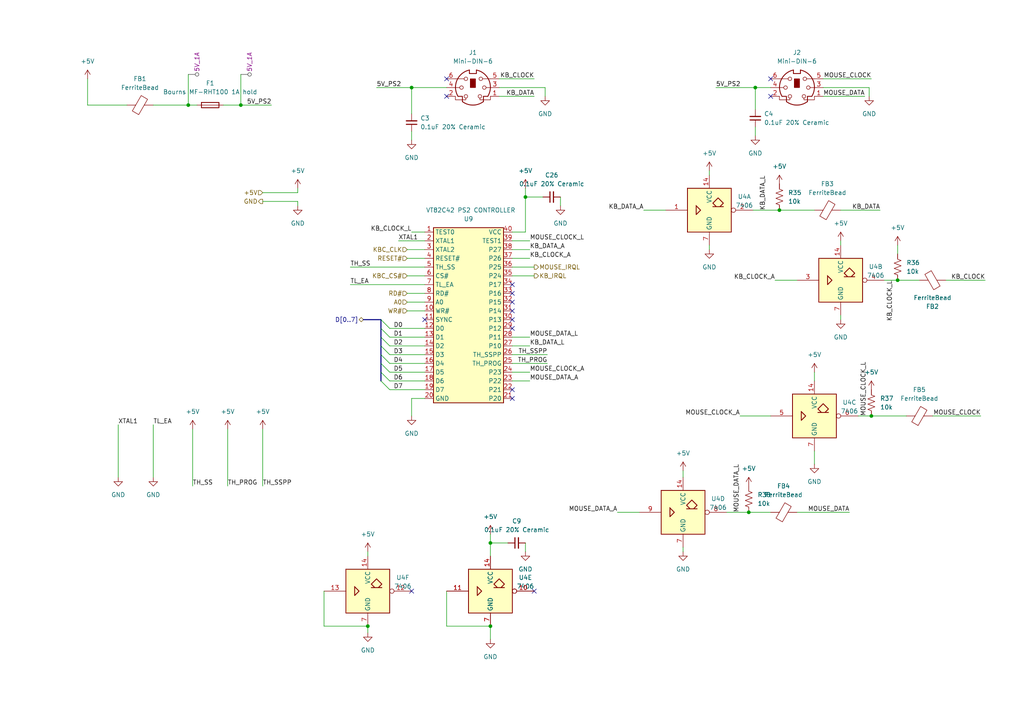
<source format=kicad_sch>
(kicad_sch
	(version 20231120)
	(generator "eeschema")
	(generator_version "8.0")
	(uuid "d98edd86-5d95-44fd-8847-709adf6df0fc")
	(paper "A4")
	(lib_symbols
		(symbol "74xx_IEEE:7406"
			(exclude_from_sim no)
			(in_bom yes)
			(on_board yes)
			(property "Reference" "U"
				(at 3.81 7.62 0)
				(effects
					(font
						(size 1.27 1.27)
					)
				)
			)
			(property "Value" "7406"
				(at 6.35 -8.89 0)
				(effects
					(font
						(size 1.27 1.27)
					)
				)
			)
			(property "Footprint" ""
				(at 0 0 0)
				(effects
					(font
						(size 1.27 1.27)
					)
					(hide yes)
				)
			)
			(property "Datasheet" ""
				(at 0 0 0)
				(effects
					(font
						(size 1.27 1.27)
					)
					(hide yes)
				)
			)
			(property "Description" ""
				(at 0 0 0)
				(effects
					(font
						(size 1.27 1.27)
					)
					(hide yes)
				)
			)
			(symbol "7406_0_0"
				(polyline
					(pts
						(xy -3.81 1.27) (xy -3.81 -1.27) (xy -2.54 0) (xy -3.81 1.27) (xy -3.81 1.27)
					)
					(stroke
						(width 0.254)
						(type default)
					)
					(fill
						(type background)
					)
				)
				(polyline
					(pts
						(xy 3.048 1.016) (xy 4.064 2.032) (xy 2.54 3.556) (xy 1.016 2.032) (xy 2.032 1.016) (xy 1.016 1.016)
						(xy 4.064 1.016) (xy 4.064 1.016)
					)
					(stroke
						(width 0.254)
						(type default)
					)
					(fill
						(type background)
					)
				)
			)
			(symbol "7406_0_1"
				(rectangle
					(start -6.35 6.35)
					(end 6.35 -6.35)
					(stroke
						(width 0.254)
						(type default)
					)
					(fill
						(type background)
					)
				)
				(pin power_in line
					(at 0 10.16 270)
					(length 3.81)
					(name "VCC"
						(effects
							(font
								(size 1.27 1.27)
							)
						)
					)
					(number "14"
						(effects
							(font
								(size 1.27 1.27)
							)
						)
					)
				)
				(pin power_in line
					(at 0 -10.16 90)
					(length 3.81)
					(name "GND"
						(effects
							(font
								(size 1.27 1.27)
							)
						)
					)
					(number "7"
						(effects
							(font
								(size 1.27 1.27)
							)
						)
					)
				)
			)
			(symbol "7406_1_1"
				(pin input line
					(at -12.7 0 0)
					(length 6.35)
					(name "~"
						(effects
							(font
								(size 1.27 1.27)
							)
						)
					)
					(number "1"
						(effects
							(font
								(size 1.27 1.27)
							)
						)
					)
				)
				(pin open_collector inverted
					(at 12.7 0 180)
					(length 6.35)
					(name "~"
						(effects
							(font
								(size 1.27 1.27)
							)
						)
					)
					(number "2"
						(effects
							(font
								(size 1.27 1.27)
							)
						)
					)
				)
			)
			(symbol "7406_2_1"
				(pin input line
					(at -12.7 0 0)
					(length 6.35)
					(name "~"
						(effects
							(font
								(size 1.27 1.27)
							)
						)
					)
					(number "3"
						(effects
							(font
								(size 1.27 1.27)
							)
						)
					)
				)
				(pin open_collector inverted
					(at 12.7 0 180)
					(length 6.35)
					(name "~"
						(effects
							(font
								(size 1.27 1.27)
							)
						)
					)
					(number "4"
						(effects
							(font
								(size 1.27 1.27)
							)
						)
					)
				)
			)
			(symbol "7406_3_1"
				(pin input line
					(at -12.7 0 0)
					(length 6.35)
					(name "~"
						(effects
							(font
								(size 1.27 1.27)
							)
						)
					)
					(number "5"
						(effects
							(font
								(size 1.27 1.27)
							)
						)
					)
				)
				(pin open_collector inverted
					(at 12.7 0 180)
					(length 6.35)
					(name "~"
						(effects
							(font
								(size 1.27 1.27)
							)
						)
					)
					(number "6"
						(effects
							(font
								(size 1.27 1.27)
							)
						)
					)
				)
			)
			(symbol "7406_4_1"
				(pin open_collector inverted
					(at 12.7 0 180)
					(length 6.35)
					(name "~"
						(effects
							(font
								(size 1.27 1.27)
							)
						)
					)
					(number "8"
						(effects
							(font
								(size 1.27 1.27)
							)
						)
					)
				)
				(pin input line
					(at -12.7 0 0)
					(length 6.35)
					(name "~"
						(effects
							(font
								(size 1.27 1.27)
							)
						)
					)
					(number "9"
						(effects
							(font
								(size 1.27 1.27)
							)
						)
					)
				)
			)
			(symbol "7406_5_1"
				(pin open_collector inverted
					(at 12.7 0 180)
					(length 6.35)
					(name "~"
						(effects
							(font
								(size 1.27 1.27)
							)
						)
					)
					(number "10"
						(effects
							(font
								(size 1.27 1.27)
							)
						)
					)
				)
				(pin input line
					(at -12.7 0 0)
					(length 6.35)
					(name "~"
						(effects
							(font
								(size 1.27 1.27)
							)
						)
					)
					(number "11"
						(effects
							(font
								(size 1.27 1.27)
							)
						)
					)
				)
			)
			(symbol "7406_6_1"
				(pin open_collector inverted
					(at 12.7 0 180)
					(length 6.35)
					(name "~"
						(effects
							(font
								(size 1.27 1.27)
							)
						)
					)
					(number "12"
						(effects
							(font
								(size 1.27 1.27)
							)
						)
					)
				)
				(pin input line
					(at -12.7 0 0)
					(length 6.35)
					(name "~"
						(effects
							(font
								(size 1.27 1.27)
							)
						)
					)
					(number "13"
						(effects
							(font
								(size 1.27 1.27)
							)
						)
					)
				)
			)
		)
		(symbol "Connector:Mini-DIN-6"
			(pin_names
				(offset 1.016)
			)
			(exclude_from_sim no)
			(in_bom yes)
			(on_board yes)
			(property "Reference" "J"
				(at 0 6.35 0)
				(effects
					(font
						(size 1.27 1.27)
					)
				)
			)
			(property "Value" "Mini-DIN-6"
				(at 0 -6.35 0)
				(effects
					(font
						(size 1.27 1.27)
					)
				)
			)
			(property "Footprint" ""
				(at 0 0 0)
				(effects
					(font
						(size 1.27 1.27)
					)
					(hide yes)
				)
			)
			(property "Datasheet" "http://service.powerdynamics.com/ec/Catalog17/Section%2011.pdf"
				(at 0 0 0)
				(effects
					(font
						(size 1.27 1.27)
					)
					(hide yes)
				)
			)
			(property "Description" "6-pin Mini-DIN connector"
				(at 0 0 0)
				(effects
					(font
						(size 1.27 1.27)
					)
					(hide yes)
				)
			)
			(property "ki_keywords" "Mini-DIN"
				(at 0 0 0)
				(effects
					(font
						(size 1.27 1.27)
					)
					(hide yes)
				)
			)
			(property "ki_fp_filters" "MINI?DIN*"
				(at 0 0 0)
				(effects
					(font
						(size 1.27 1.27)
					)
					(hide yes)
				)
			)
			(symbol "Mini-DIN-6_0_1"
				(circle
					(center -3.302 0)
					(radius 0.508)
					(stroke
						(width 0)
						(type default)
					)
					(fill
						(type none)
					)
				)
				(arc
					(start -3.048 -4.064)
					(mid 0 -5.08)
					(end 3.048 -4.064)
					(stroke
						(width 0.254)
						(type default)
					)
					(fill
						(type none)
					)
				)
				(circle
					(center -2.032 -2.54)
					(radius 0.508)
					(stroke
						(width 0)
						(type default)
					)
					(fill
						(type none)
					)
				)
				(circle
					(center -2.032 2.54)
					(radius 0.508)
					(stroke
						(width 0)
						(type default)
					)
					(fill
						(type none)
					)
				)
				(arc
					(start -1.016 5.08)
					(mid -4.6228 2.1214)
					(end -4.318 -2.54)
					(stroke
						(width 0.254)
						(type default)
					)
					(fill
						(type none)
					)
				)
				(rectangle
					(start -0.762 2.54)
					(end 0.762 0)
					(stroke
						(width 0)
						(type default)
					)
					(fill
						(type outline)
					)
				)
				(polyline
					(pts
						(xy -3.81 0) (xy -5.08 0)
					)
					(stroke
						(width 0)
						(type default)
					)
					(fill
						(type none)
					)
				)
				(polyline
					(pts
						(xy -2.54 2.54) (xy -5.08 2.54)
					)
					(stroke
						(width 0)
						(type default)
					)
					(fill
						(type none)
					)
				)
				(polyline
					(pts
						(xy 2.794 2.54) (xy 5.08 2.54)
					)
					(stroke
						(width 0)
						(type default)
					)
					(fill
						(type none)
					)
				)
				(polyline
					(pts
						(xy 5.08 0) (xy 3.81 0)
					)
					(stroke
						(width 0)
						(type default)
					)
					(fill
						(type none)
					)
				)
				(polyline
					(pts
						(xy -4.318 -2.54) (xy -3.048 -2.54) (xy -3.048 -4.064)
					)
					(stroke
						(width 0.254)
						(type default)
					)
					(fill
						(type none)
					)
				)
				(polyline
					(pts
						(xy 4.318 -2.54) (xy 3.048 -2.54) (xy 3.048 -4.064)
					)
					(stroke
						(width 0.254)
						(type default)
					)
					(fill
						(type none)
					)
				)
				(polyline
					(pts
						(xy -2.032 -3.048) (xy -2.032 -3.556) (xy -5.08 -3.556) (xy -5.08 -2.54)
					)
					(stroke
						(width 0)
						(type default)
					)
					(fill
						(type none)
					)
				)
				(polyline
					(pts
						(xy -1.016 5.08) (xy -1.016 4.064) (xy 1.016 4.064) (xy 1.016 5.08)
					)
					(stroke
						(width 0.254)
						(type default)
					)
					(fill
						(type none)
					)
				)
				(polyline
					(pts
						(xy 2.032 -3.048) (xy 2.032 -3.556) (xy 5.08 -3.556) (xy 5.08 -2.54)
					)
					(stroke
						(width 0)
						(type default)
					)
					(fill
						(type none)
					)
				)
				(circle
					(center 2.032 -2.54)
					(radius 0.508)
					(stroke
						(width 0)
						(type default)
					)
					(fill
						(type none)
					)
				)
				(circle
					(center 2.286 2.54)
					(radius 0.508)
					(stroke
						(width 0)
						(type default)
					)
					(fill
						(type none)
					)
				)
				(circle
					(center 3.302 0)
					(radius 0.508)
					(stroke
						(width 0)
						(type default)
					)
					(fill
						(type none)
					)
				)
				(arc
					(start 4.318 -2.54)
					(mid 4.6661 2.1322)
					(end 1.016 5.08)
					(stroke
						(width 0.254)
						(type default)
					)
					(fill
						(type none)
					)
				)
			)
			(symbol "Mini-DIN-6_1_1"
				(pin passive line
					(at 7.62 -2.54 180)
					(length 2.54)
					(name "~"
						(effects
							(font
								(size 1.27 1.27)
							)
						)
					)
					(number "1"
						(effects
							(font
								(size 1.27 1.27)
							)
						)
					)
				)
				(pin passive line
					(at -7.62 -2.54 0)
					(length 2.54)
					(name "~"
						(effects
							(font
								(size 1.27 1.27)
							)
						)
					)
					(number "2"
						(effects
							(font
								(size 1.27 1.27)
							)
						)
					)
				)
				(pin passive line
					(at 7.62 0 180)
					(length 2.54)
					(name "~"
						(effects
							(font
								(size 1.27 1.27)
							)
						)
					)
					(number "3"
						(effects
							(font
								(size 1.27 1.27)
							)
						)
					)
				)
				(pin passive line
					(at -7.62 0 0)
					(length 2.54)
					(name "~"
						(effects
							(font
								(size 1.27 1.27)
							)
						)
					)
					(number "4"
						(effects
							(font
								(size 1.27 1.27)
							)
						)
					)
				)
				(pin passive line
					(at 7.62 2.54 180)
					(length 2.54)
					(name "~"
						(effects
							(font
								(size 1.27 1.27)
							)
						)
					)
					(number "5"
						(effects
							(font
								(size 1.27 1.27)
							)
						)
					)
				)
				(pin passive line
					(at -7.62 2.54 0)
					(length 2.54)
					(name "~"
						(effects
							(font
								(size 1.27 1.27)
							)
						)
					)
					(number "6"
						(effects
							(font
								(size 1.27 1.27)
							)
						)
					)
				)
			)
		)
		(symbol "Custom:VT82C42"
			(exclude_from_sim no)
			(in_bom yes)
			(on_board yes)
			(property "Reference" "U"
				(at 0 -1.27 0)
				(effects
					(font
						(size 1.27 1.27)
					)
				)
			)
			(property "Value" ""
				(at 0 -26.67 0)
				(effects
					(font
						(size 1.27 1.27)
					)
				)
			)
			(property "Footprint" "Package_DIP:DIP-40_W15.24mm_Socket"
				(at 0 -26.67 0)
				(effects
					(font
						(size 1.27 1.27)
					)
					(hide yes)
				)
			)
			(property "Datasheet" ""
				(at 0 -26.67 0)
				(effects
					(font
						(size 1.27 1.27)
					)
					(hide yes)
				)
			)
			(property "Description" ""
				(at 0 0 0)
				(effects
					(font
						(size 1.27 1.27)
					)
					(hide yes)
				)
			)
			(symbol "VT82C42_0_0"
				(pin input line
					(at -12.7 -1.27 0)
					(length 2.54)
					(name "TEST0"
						(effects
							(font
								(size 1.27 1.27)
							)
						)
					)
					(number "1"
						(effects
							(font
								(size 1.27 1.27)
							)
						)
					)
				)
				(pin input line
					(at -12.7 -24.13 0)
					(length 2.54)
					(name "WR#"
						(effects
							(font
								(size 1.27 1.27)
							)
						)
					)
					(number "10"
						(effects
							(font
								(size 1.27 1.27)
							)
						)
					)
				)
				(pin output line
					(at -12.7 -26.67 0)
					(length 2.54)
					(name "SYNC"
						(effects
							(font
								(size 1.27 1.27)
							)
						)
					)
					(number "11"
						(effects
							(font
								(size 1.27 1.27)
							)
						)
					)
				)
				(pin bidirectional line
					(at -12.7 -29.21 0)
					(length 2.54)
					(name "D0"
						(effects
							(font
								(size 1.27 1.27)
							)
						)
					)
					(number "12"
						(effects
							(font
								(size 1.27 1.27)
							)
						)
					)
				)
				(pin bidirectional line
					(at -12.7 -31.75 0)
					(length 2.54)
					(name "D1"
						(effects
							(font
								(size 1.27 1.27)
							)
						)
					)
					(number "13"
						(effects
							(font
								(size 1.27 1.27)
							)
						)
					)
				)
				(pin bidirectional line
					(at -12.7 -34.29 0)
					(length 2.54)
					(name "D2"
						(effects
							(font
								(size 1.27 1.27)
							)
						)
					)
					(number "14"
						(effects
							(font
								(size 1.27 1.27)
							)
						)
					)
				)
				(pin bidirectional line
					(at -12.7 -36.83 0)
					(length 2.54)
					(name "D3"
						(effects
							(font
								(size 1.27 1.27)
							)
						)
					)
					(number "15"
						(effects
							(font
								(size 1.27 1.27)
							)
						)
					)
				)
				(pin bidirectional line
					(at -12.7 -39.37 0)
					(length 2.54)
					(name "D4"
						(effects
							(font
								(size 1.27 1.27)
							)
						)
					)
					(number "16"
						(effects
							(font
								(size 1.27 1.27)
							)
						)
					)
				)
				(pin bidirectional line
					(at -12.7 -41.91 0)
					(length 2.54)
					(name "D5"
						(effects
							(font
								(size 1.27 1.27)
							)
						)
					)
					(number "17"
						(effects
							(font
								(size 1.27 1.27)
							)
						)
					)
				)
				(pin bidirectional line
					(at -12.7 -44.45 0)
					(length 2.54)
					(name "D6"
						(effects
							(font
								(size 1.27 1.27)
							)
						)
					)
					(number "18"
						(effects
							(font
								(size 1.27 1.27)
							)
						)
					)
				)
				(pin bidirectional line
					(at -12.7 -46.99 0)
					(length 2.54)
					(name "D7"
						(effects
							(font
								(size 1.27 1.27)
							)
						)
					)
					(number "19"
						(effects
							(font
								(size 1.27 1.27)
							)
						)
					)
				)
				(pin input line
					(at -12.7 -3.81 0)
					(length 2.54)
					(name "XTAL1"
						(effects
							(font
								(size 1.27 1.27)
							)
						)
					)
					(number "2"
						(effects
							(font
								(size 1.27 1.27)
							)
						)
					)
				)
				(pin power_in line
					(at -12.7 -49.53 0)
					(length 2.54)
					(name "GND"
						(effects
							(font
								(size 1.27 1.27)
							)
						)
					)
					(number "20"
						(effects
							(font
								(size 1.27 1.27)
							)
						)
					)
				)
				(pin output line
					(at 12.7 -49.53 180)
					(length 2.54)
					(name "P20"
						(effects
							(font
								(size 1.27 1.27)
							)
						)
					)
					(number "21"
						(effects
							(font
								(size 1.27 1.27)
							)
						)
					)
				)
				(pin output line
					(at 12.7 -46.99 180)
					(length 2.54)
					(name "P21"
						(effects
							(font
								(size 1.27 1.27)
							)
						)
					)
					(number "22"
						(effects
							(font
								(size 1.27 1.27)
							)
						)
					)
				)
				(pin output line
					(at 12.7 -44.45 180)
					(length 2.54)
					(name "P22"
						(effects
							(font
								(size 1.27 1.27)
							)
						)
					)
					(number "23"
						(effects
							(font
								(size 1.27 1.27)
							)
						)
					)
				)
				(pin output line
					(at 12.7 -41.91 180)
					(length 2.54)
					(name "P23"
						(effects
							(font
								(size 1.27 1.27)
							)
						)
					)
					(number "24"
						(effects
							(font
								(size 1.27 1.27)
							)
						)
					)
				)
				(pin input line
					(at 12.7 -39.37 180)
					(length 2.54)
					(name "TH_PROG"
						(effects
							(font
								(size 1.27 1.27)
							)
						)
					)
					(number "25"
						(effects
							(font
								(size 1.27 1.27)
							)
						)
					)
				)
				(pin input line
					(at 12.7 -36.83 180)
					(length 2.54)
					(name "TH_SSPP"
						(effects
							(font
								(size 1.27 1.27)
							)
						)
					)
					(number "26"
						(effects
							(font
								(size 1.27 1.27)
							)
						)
					)
				)
				(pin bidirectional line
					(at 12.7 -34.29 180)
					(length 2.54)
					(name "P10"
						(effects
							(font
								(size 1.27 1.27)
							)
						)
					)
					(number "27"
						(effects
							(font
								(size 1.27 1.27)
							)
						)
					)
				)
				(pin bidirectional line
					(at 12.7 -31.75 180)
					(length 2.54)
					(name "P11"
						(effects
							(font
								(size 1.27 1.27)
							)
						)
					)
					(number "28"
						(effects
							(font
								(size 1.27 1.27)
							)
						)
					)
				)
				(pin bidirectional line
					(at 12.7 -29.21 180)
					(length 2.54)
					(name "P12"
						(effects
							(font
								(size 1.27 1.27)
							)
						)
					)
					(number "29"
						(effects
							(font
								(size 1.27 1.27)
							)
						)
					)
				)
				(pin input line
					(at -12.7 -6.35 0)
					(length 2.54)
					(name "XTAL2"
						(effects
							(font
								(size 1.27 1.27)
							)
						)
					)
					(number "3"
						(effects
							(font
								(size 1.27 1.27)
							)
						)
					)
				)
				(pin bidirectional line
					(at 12.7 -26.67 180)
					(length 2.54)
					(name "P13"
						(effects
							(font
								(size 1.27 1.27)
							)
						)
					)
					(number "30"
						(effects
							(font
								(size 1.27 1.27)
							)
						)
					)
				)
				(pin bidirectional line
					(at 12.7 -24.13 180)
					(length 2.54)
					(name "P14"
						(effects
							(font
								(size 1.27 1.27)
							)
						)
					)
					(number "31"
						(effects
							(font
								(size 1.27 1.27)
							)
						)
					)
				)
				(pin bidirectional line
					(at 12.7 -21.59 180)
					(length 2.54)
					(name "P15"
						(effects
							(font
								(size 1.27 1.27)
							)
						)
					)
					(number "32"
						(effects
							(font
								(size 1.27 1.27)
							)
						)
					)
				)
				(pin input line
					(at 12.7 -19.05 180)
					(length 2.54)
					(name "P16"
						(effects
							(font
								(size 1.27 1.27)
							)
						)
					)
					(number "33"
						(effects
							(font
								(size 1.27 1.27)
							)
						)
					)
				)
				(pin input line
					(at 12.7 -16.51 180)
					(length 2.54)
					(name "P17"
						(effects
							(font
								(size 1.27 1.27)
							)
						)
					)
					(number "34"
						(effects
							(font
								(size 1.27 1.27)
							)
						)
					)
				)
				(pin output line
					(at 12.7 -13.97 180)
					(length 2.54)
					(name "P24"
						(effects
							(font
								(size 1.27 1.27)
							)
						)
					)
					(number "35"
						(effects
							(font
								(size 1.27 1.27)
							)
						)
					)
				)
				(pin output line
					(at 12.7 -11.43 180)
					(length 2.54)
					(name "P25"
						(effects
							(font
								(size 1.27 1.27)
							)
						)
					)
					(number "36"
						(effects
							(font
								(size 1.27 1.27)
							)
						)
					)
				)
				(pin output line
					(at 12.7 -8.89 180)
					(length 2.54)
					(name "P26"
						(effects
							(font
								(size 1.27 1.27)
							)
						)
					)
					(number "37"
						(effects
							(font
								(size 1.27 1.27)
							)
						)
					)
				)
				(pin output line
					(at 12.7 -6.35 180)
					(length 2.54)
					(name "P27"
						(effects
							(font
								(size 1.27 1.27)
							)
						)
					)
					(number "38"
						(effects
							(font
								(size 1.27 1.27)
							)
						)
					)
				)
				(pin input line
					(at 12.7 -3.81 180)
					(length 2.54)
					(name "TEST1"
						(effects
							(font
								(size 1.27 1.27)
							)
						)
					)
					(number "39"
						(effects
							(font
								(size 1.27 1.27)
							)
						)
					)
				)
				(pin input line
					(at -12.7 -8.89 0)
					(length 2.54)
					(name "RESET#"
						(effects
							(font
								(size 1.27 1.27)
							)
						)
					)
					(number "4"
						(effects
							(font
								(size 1.27 1.27)
							)
						)
					)
				)
				(pin power_in line
					(at 12.7 -1.27 180)
					(length 2.54)
					(name "VCC"
						(effects
							(font
								(size 1.27 1.27)
							)
						)
					)
					(number "40"
						(effects
							(font
								(size 1.27 1.27)
							)
						)
					)
				)
				(pin input line
					(at -12.7 -11.43 0)
					(length 2.54)
					(name "TH_SS"
						(effects
							(font
								(size 1.27 1.27)
							)
						)
					)
					(number "5"
						(effects
							(font
								(size 1.27 1.27)
							)
						)
					)
				)
				(pin input line
					(at -12.7 -13.97 0)
					(length 2.54)
					(name "CS#"
						(effects
							(font
								(size 1.27 1.27)
							)
						)
					)
					(number "6"
						(effects
							(font
								(size 1.27 1.27)
							)
						)
					)
				)
				(pin input line
					(at -12.7 -16.51 0)
					(length 2.54)
					(name "TL_EA"
						(effects
							(font
								(size 1.27 1.27)
							)
						)
					)
					(number "7"
						(effects
							(font
								(size 1.27 1.27)
							)
						)
					)
				)
				(pin input line
					(at -12.7 -19.05 0)
					(length 2.54)
					(name "RD#"
						(effects
							(font
								(size 1.27 1.27)
							)
						)
					)
					(number "8"
						(effects
							(font
								(size 1.27 1.27)
							)
						)
					)
				)
				(pin input line
					(at -12.7 -21.59 0)
					(length 2.54)
					(name "A0"
						(effects
							(font
								(size 1.27 1.27)
							)
						)
					)
					(number "9"
						(effects
							(font
								(size 1.27 1.27)
							)
						)
					)
				)
			)
			(symbol "VT82C42_0_1"
				(rectangle
					(start -10.16 0)
					(end 10.16 -50.8)
					(stroke
						(width 0.254)
						(type default)
					)
					(fill
						(type background)
					)
				)
			)
		)
		(symbol "Device:C_Small"
			(pin_numbers hide)
			(pin_names
				(offset 0.254) hide)
			(exclude_from_sim no)
			(in_bom yes)
			(on_board yes)
			(property "Reference" "C"
				(at 0.254 1.778 0)
				(effects
					(font
						(size 1.27 1.27)
					)
					(justify left)
				)
			)
			(property "Value" "C_Small"
				(at 0.254 -2.032 0)
				(effects
					(font
						(size 1.27 1.27)
					)
					(justify left)
				)
			)
			(property "Footprint" ""
				(at 0 0 0)
				(effects
					(font
						(size 1.27 1.27)
					)
					(hide yes)
				)
			)
			(property "Datasheet" "~"
				(at 0 0 0)
				(effects
					(font
						(size 1.27 1.27)
					)
					(hide yes)
				)
			)
			(property "Description" "Unpolarized capacitor, small symbol"
				(at 0 0 0)
				(effects
					(font
						(size 1.27 1.27)
					)
					(hide yes)
				)
			)
			(property "ki_keywords" "capacitor cap"
				(at 0 0 0)
				(effects
					(font
						(size 1.27 1.27)
					)
					(hide yes)
				)
			)
			(property "ki_fp_filters" "C_*"
				(at 0 0 0)
				(effects
					(font
						(size 1.27 1.27)
					)
					(hide yes)
				)
			)
			(symbol "C_Small_0_1"
				(polyline
					(pts
						(xy -1.524 -0.508) (xy 1.524 -0.508)
					)
					(stroke
						(width 0.3302)
						(type default)
					)
					(fill
						(type none)
					)
				)
				(polyline
					(pts
						(xy -1.524 0.508) (xy 1.524 0.508)
					)
					(stroke
						(width 0.3048)
						(type default)
					)
					(fill
						(type none)
					)
				)
			)
			(symbol "C_Small_1_1"
				(pin passive line
					(at 0 2.54 270)
					(length 2.032)
					(name "~"
						(effects
							(font
								(size 1.27 1.27)
							)
						)
					)
					(number "1"
						(effects
							(font
								(size 1.27 1.27)
							)
						)
					)
				)
				(pin passive line
					(at 0 -2.54 90)
					(length 2.032)
					(name "~"
						(effects
							(font
								(size 1.27 1.27)
							)
						)
					)
					(number "2"
						(effects
							(font
								(size 1.27 1.27)
							)
						)
					)
				)
			)
		)
		(symbol "Device:FerriteBead"
			(pin_numbers hide)
			(pin_names
				(offset 0)
			)
			(exclude_from_sim no)
			(in_bom yes)
			(on_board yes)
			(property "Reference" "FB"
				(at -3.81 0.635 90)
				(effects
					(font
						(size 1.27 1.27)
					)
				)
			)
			(property "Value" "FerriteBead"
				(at 3.81 0 90)
				(effects
					(font
						(size 1.27 1.27)
					)
				)
			)
			(property "Footprint" ""
				(at -1.778 0 90)
				(effects
					(font
						(size 1.27 1.27)
					)
					(hide yes)
				)
			)
			(property "Datasheet" "~"
				(at 0 0 0)
				(effects
					(font
						(size 1.27 1.27)
					)
					(hide yes)
				)
			)
			(property "Description" "Ferrite bead"
				(at 0 0 0)
				(effects
					(font
						(size 1.27 1.27)
					)
					(hide yes)
				)
			)
			(property "ki_keywords" "L ferrite bead inductor filter"
				(at 0 0 0)
				(effects
					(font
						(size 1.27 1.27)
					)
					(hide yes)
				)
			)
			(property "ki_fp_filters" "Inductor_* L_* *Ferrite*"
				(at 0 0 0)
				(effects
					(font
						(size 1.27 1.27)
					)
					(hide yes)
				)
			)
			(symbol "FerriteBead_0_1"
				(polyline
					(pts
						(xy 0 -1.27) (xy 0 -1.2192)
					)
					(stroke
						(width 0)
						(type default)
					)
					(fill
						(type none)
					)
				)
				(polyline
					(pts
						(xy 0 1.27) (xy 0 1.2954)
					)
					(stroke
						(width 0)
						(type default)
					)
					(fill
						(type none)
					)
				)
				(polyline
					(pts
						(xy -2.7686 0.4064) (xy -1.7018 2.2606) (xy 2.7686 -0.3048) (xy 1.6764 -2.159) (xy -2.7686 0.4064)
					)
					(stroke
						(width 0)
						(type default)
					)
					(fill
						(type none)
					)
				)
			)
			(symbol "FerriteBead_1_1"
				(pin passive line
					(at 0 3.81 270)
					(length 2.54)
					(name "~"
						(effects
							(font
								(size 1.27 1.27)
							)
						)
					)
					(number "1"
						(effects
							(font
								(size 1.27 1.27)
							)
						)
					)
				)
				(pin passive line
					(at 0 -3.81 90)
					(length 2.54)
					(name "~"
						(effects
							(font
								(size 1.27 1.27)
							)
						)
					)
					(number "2"
						(effects
							(font
								(size 1.27 1.27)
							)
						)
					)
				)
			)
		)
		(symbol "Device:Fuse"
			(pin_numbers hide)
			(pin_names
				(offset 0)
			)
			(exclude_from_sim no)
			(in_bom yes)
			(on_board yes)
			(property "Reference" "F"
				(at 2.032 0 90)
				(effects
					(font
						(size 1.27 1.27)
					)
				)
			)
			(property "Value" "Fuse"
				(at -1.905 0 90)
				(effects
					(font
						(size 1.27 1.27)
					)
				)
			)
			(property "Footprint" ""
				(at -1.778 0 90)
				(effects
					(font
						(size 1.27 1.27)
					)
					(hide yes)
				)
			)
			(property "Datasheet" "~"
				(at 0 0 0)
				(effects
					(font
						(size 1.27 1.27)
					)
					(hide yes)
				)
			)
			(property "Description" "Fuse"
				(at 0 0 0)
				(effects
					(font
						(size 1.27 1.27)
					)
					(hide yes)
				)
			)
			(property "ki_keywords" "fuse"
				(at 0 0 0)
				(effects
					(font
						(size 1.27 1.27)
					)
					(hide yes)
				)
			)
			(property "ki_fp_filters" "*Fuse*"
				(at 0 0 0)
				(effects
					(font
						(size 1.27 1.27)
					)
					(hide yes)
				)
			)
			(symbol "Fuse_0_1"
				(rectangle
					(start -0.762 -2.54)
					(end 0.762 2.54)
					(stroke
						(width 0.254)
						(type default)
					)
					(fill
						(type none)
					)
				)
				(polyline
					(pts
						(xy 0 2.54) (xy 0 -2.54)
					)
					(stroke
						(width 0)
						(type default)
					)
					(fill
						(type none)
					)
				)
			)
			(symbol "Fuse_1_1"
				(pin passive line
					(at 0 3.81 270)
					(length 1.27)
					(name "~"
						(effects
							(font
								(size 1.27 1.27)
							)
						)
					)
					(number "1"
						(effects
							(font
								(size 1.27 1.27)
							)
						)
					)
				)
				(pin passive line
					(at 0 -3.81 90)
					(length 1.27)
					(name "~"
						(effects
							(font
								(size 1.27 1.27)
							)
						)
					)
					(number "2"
						(effects
							(font
								(size 1.27 1.27)
							)
						)
					)
				)
			)
		)
		(symbol "Device:R_US"
			(pin_numbers hide)
			(pin_names
				(offset 0)
			)
			(exclude_from_sim no)
			(in_bom yes)
			(on_board yes)
			(property "Reference" "R"
				(at 2.54 0 90)
				(effects
					(font
						(size 1.27 1.27)
					)
				)
			)
			(property "Value" "R_US"
				(at -2.54 0 90)
				(effects
					(font
						(size 1.27 1.27)
					)
				)
			)
			(property "Footprint" ""
				(at 1.016 -0.254 90)
				(effects
					(font
						(size 1.27 1.27)
					)
					(hide yes)
				)
			)
			(property "Datasheet" "~"
				(at 0 0 0)
				(effects
					(font
						(size 1.27 1.27)
					)
					(hide yes)
				)
			)
			(property "Description" "Resistor, US symbol"
				(at 0 0 0)
				(effects
					(font
						(size 1.27 1.27)
					)
					(hide yes)
				)
			)
			(property "ki_keywords" "R res resistor"
				(at 0 0 0)
				(effects
					(font
						(size 1.27 1.27)
					)
					(hide yes)
				)
			)
			(property "ki_fp_filters" "R_*"
				(at 0 0 0)
				(effects
					(font
						(size 1.27 1.27)
					)
					(hide yes)
				)
			)
			(symbol "R_US_0_1"
				(polyline
					(pts
						(xy 0 -2.286) (xy 0 -2.54)
					)
					(stroke
						(width 0)
						(type default)
					)
					(fill
						(type none)
					)
				)
				(polyline
					(pts
						(xy 0 2.286) (xy 0 2.54)
					)
					(stroke
						(width 0)
						(type default)
					)
					(fill
						(type none)
					)
				)
				(polyline
					(pts
						(xy 0 -0.762) (xy 1.016 -1.143) (xy 0 -1.524) (xy -1.016 -1.905) (xy 0 -2.286)
					)
					(stroke
						(width 0)
						(type default)
					)
					(fill
						(type none)
					)
				)
				(polyline
					(pts
						(xy 0 0.762) (xy 1.016 0.381) (xy 0 0) (xy -1.016 -0.381) (xy 0 -0.762)
					)
					(stroke
						(width 0)
						(type default)
					)
					(fill
						(type none)
					)
				)
				(polyline
					(pts
						(xy 0 2.286) (xy 1.016 1.905) (xy 0 1.524) (xy -1.016 1.143) (xy 0 0.762)
					)
					(stroke
						(width 0)
						(type default)
					)
					(fill
						(type none)
					)
				)
			)
			(symbol "R_US_1_1"
				(pin passive line
					(at 0 3.81 270)
					(length 1.27)
					(name "~"
						(effects
							(font
								(size 1.27 1.27)
							)
						)
					)
					(number "1"
						(effects
							(font
								(size 1.27 1.27)
							)
						)
					)
				)
				(pin passive line
					(at 0 -3.81 90)
					(length 1.27)
					(name "~"
						(effects
							(font
								(size 1.27 1.27)
							)
						)
					)
					(number "2"
						(effects
							(font
								(size 1.27 1.27)
							)
						)
					)
				)
			)
		)
		(symbol "power:+5V"
			(power)
			(pin_names
				(offset 0)
			)
			(exclude_from_sim no)
			(in_bom yes)
			(on_board yes)
			(property "Reference" "#PWR"
				(at 0 -3.81 0)
				(effects
					(font
						(size 1.27 1.27)
					)
					(hide yes)
				)
			)
			(property "Value" "+5V"
				(at 0 3.556 0)
				(effects
					(font
						(size 1.27 1.27)
					)
				)
			)
			(property "Footprint" ""
				(at 0 0 0)
				(effects
					(font
						(size 1.27 1.27)
					)
					(hide yes)
				)
			)
			(property "Datasheet" ""
				(at 0 0 0)
				(effects
					(font
						(size 1.27 1.27)
					)
					(hide yes)
				)
			)
			(property "Description" "Power symbol creates a global label with name \"+5V\""
				(at 0 0 0)
				(effects
					(font
						(size 1.27 1.27)
					)
					(hide yes)
				)
			)
			(property "ki_keywords" "global power"
				(at 0 0 0)
				(effects
					(font
						(size 1.27 1.27)
					)
					(hide yes)
				)
			)
			(symbol "+5V_0_1"
				(polyline
					(pts
						(xy -0.762 1.27) (xy 0 2.54)
					)
					(stroke
						(width 0)
						(type default)
					)
					(fill
						(type none)
					)
				)
				(polyline
					(pts
						(xy 0 0) (xy 0 2.54)
					)
					(stroke
						(width 0)
						(type default)
					)
					(fill
						(type none)
					)
				)
				(polyline
					(pts
						(xy 0 2.54) (xy 0.762 1.27)
					)
					(stroke
						(width 0)
						(type default)
					)
					(fill
						(type none)
					)
				)
			)
			(symbol "+5V_1_1"
				(pin power_in line
					(at 0 0 90)
					(length 0) hide
					(name "+5V"
						(effects
							(font
								(size 1.27 1.27)
							)
						)
					)
					(number "1"
						(effects
							(font
								(size 1.27 1.27)
							)
						)
					)
				)
			)
		)
		(symbol "power:GND"
			(power)
			(pin_names
				(offset 0)
			)
			(exclude_from_sim no)
			(in_bom yes)
			(on_board yes)
			(property "Reference" "#PWR"
				(at 0 -6.35 0)
				(effects
					(font
						(size 1.27 1.27)
					)
					(hide yes)
				)
			)
			(property "Value" "GND"
				(at 0 -3.81 0)
				(effects
					(font
						(size 1.27 1.27)
					)
				)
			)
			(property "Footprint" ""
				(at 0 0 0)
				(effects
					(font
						(size 1.27 1.27)
					)
					(hide yes)
				)
			)
			(property "Datasheet" ""
				(at 0 0 0)
				(effects
					(font
						(size 1.27 1.27)
					)
					(hide yes)
				)
			)
			(property "Description" "Power symbol creates a global label with name \"GND\" , ground"
				(at 0 0 0)
				(effects
					(font
						(size 1.27 1.27)
					)
					(hide yes)
				)
			)
			(property "ki_keywords" "global power"
				(at 0 0 0)
				(effects
					(font
						(size 1.27 1.27)
					)
					(hide yes)
				)
			)
			(symbol "GND_0_1"
				(polyline
					(pts
						(xy 0 0) (xy 0 -1.27) (xy 1.27 -1.27) (xy 0 -2.54) (xy -1.27 -1.27) (xy 0 -1.27)
					)
					(stroke
						(width 0)
						(type default)
					)
					(fill
						(type none)
					)
				)
			)
			(symbol "GND_1_1"
				(pin power_in line
					(at 0 0 270)
					(length 0) hide
					(name "GND"
						(effects
							(font
								(size 1.27 1.27)
							)
						)
					)
					(number "1"
						(effects
							(font
								(size 1.27 1.27)
							)
						)
					)
				)
			)
		)
	)
	(junction
		(at 217.17 148.59)
		(diameter 0)
		(color 0 0 0 0)
		(uuid "128b94be-92c1-4edc-8988-bf5c586806c0")
	)
	(junction
		(at 219.075 25.4)
		(diameter 0)
		(color 0 0 0 0)
		(uuid "18894a61-3c44-4406-bc32-9459a1fccc23")
	)
	(junction
		(at 152.4 57.15)
		(diameter 0)
		(color 0 0 0 0)
		(uuid "1cb8634f-f775-451b-8480-46a468569d8f")
	)
	(junction
		(at 226.06 60.96)
		(diameter 0)
		(color 0 0 0 0)
		(uuid "2973820e-7a6f-45ef-abe5-f4e0b4ebae0d")
	)
	(junction
		(at 69.85 30.48)
		(diameter 0)
		(color 0 0 0 0)
		(uuid "39ffbffe-39dd-457e-b912-448b11690f05")
	)
	(junction
		(at 260.35 81.28)
		(diameter 0)
		(color 0 0 0 0)
		(uuid "63b750bc-49aa-4b5c-b3ff-5a403098c8d2")
	)
	(junction
		(at 119.38 25.4)
		(diameter 0)
		(color 0 0 0 0)
		(uuid "6911984f-1db2-4fee-8dbc-28e2f3653e3d")
	)
	(junction
		(at 252.73 120.65)
		(diameter 0)
		(color 0 0 0 0)
		(uuid "8cfdea72-cdc8-4977-9f36-47dd71615647")
	)
	(junction
		(at 106.68 181.61)
		(diameter 0)
		(color 0 0 0 0)
		(uuid "90f31dd2-112b-4404-9006-06a6d19144cd")
	)
	(junction
		(at 54.61 30.48)
		(diameter 0)
		(color 0 0 0 0)
		(uuid "9b3fd8a4-ad3a-4718-b1cd-f11af148dec7")
	)
	(junction
		(at 142.24 157.48)
		(diameter 0)
		(color 0 0 0 0)
		(uuid "a8ff7782-2439-4dc9-9f14-6668e9482c90")
	)
	(junction
		(at 142.24 181.61)
		(diameter 0)
		(color 0 0 0 0)
		(uuid "d5c695c7-af9c-4d5c-832a-0c308cb24484")
	)
	(no_connect
		(at 129.54 27.94)
		(uuid "0a0fd941-bfe9-4721-a3ec-fcde3a8747d6")
	)
	(no_connect
		(at 148.59 90.17)
		(uuid "33bfeff2-13a1-445a-b86f-9ab0514f9b0b")
	)
	(no_connect
		(at 148.59 113.03)
		(uuid "47bd301b-64a7-484e-a737-512fad9d1f03")
	)
	(no_connect
		(at 223.52 27.94)
		(uuid "50e16f45-5d5c-4f8e-900e-866cce725005")
	)
	(no_connect
		(at 148.59 85.09)
		(uuid "89475b73-a2d2-4c98-a481-62339989bde1")
	)
	(no_connect
		(at 154.94 171.45)
		(uuid "a785da56-07cb-4fff-a5dc-554122cea57a")
	)
	(no_connect
		(at 129.54 22.86)
		(uuid "b5f3f840-d47c-4b9c-90c6-589ad1815181")
	)
	(no_connect
		(at 223.52 22.86)
		(uuid "b651ee37-6a02-419e-86c3-dd5f1fa3a6f3")
	)
	(no_connect
		(at 148.59 95.25)
		(uuid "bd51d2ee-bca4-4e90-9c36-ecb2813a1847")
	)
	(no_connect
		(at 148.59 115.57)
		(uuid "d46f0bc9-f2eb-4979-b264-c001fb18bcc7")
	)
	(no_connect
		(at 148.59 92.71)
		(uuid "d97f8a04-f06c-478c-8486-429113499ae5")
	)
	(no_connect
		(at 123.19 92.71)
		(uuid "dd3ef072-8b55-4ef7-ab5f-31968aa129bc")
	)
	(no_connect
		(at 119.38 171.45)
		(uuid "e2f940ee-372d-45fb-a50b-2bd3a370f752")
	)
	(no_connect
		(at 148.59 87.63)
		(uuid "ee5c64fd-7ef9-49f7-aca4-952772163320")
	)
	(no_connect
		(at 148.59 82.55)
		(uuid "ff6671bb-9ce1-4dcc-b943-d339ab3c9cc8")
	)
	(bus_entry
		(at 113.03 100.33)
		(size -2.54 -2.54)
		(stroke
			(width 0)
			(type default)
		)
		(uuid "0269ccd8-9462-4652-af98-6a69861145f1")
	)
	(bus_entry
		(at 113.03 110.49)
		(size -2.54 -2.54)
		(stroke
			(width 0)
			(type default)
		)
		(uuid "04fe9492-c28c-488a-ae2b-ac184e5d0597")
	)
	(bus_entry
		(at 113.03 95.25)
		(size -2.54 -2.54)
		(stroke
			(width 0)
			(type default)
		)
		(uuid "15244710-772b-495d-bc6e-ff82b4e76fc0")
	)
	(bus_entry
		(at 113.03 113.03)
		(size -2.54 -2.54)
		(stroke
			(width 0)
			(type default)
		)
		(uuid "28d6cc08-d938-4752-b9de-afdc9444af34")
	)
	(bus_entry
		(at 113.03 105.41)
		(size -2.54 -2.54)
		(stroke
			(width 0)
			(type default)
		)
		(uuid "5be45285-fb92-422d-8c1e-ba3a95c0a5b9")
	)
	(bus_entry
		(at 113.03 97.79)
		(size -2.54 -2.54)
		(stroke
			(width 0)
			(type default)
		)
		(uuid "7fc1d1c7-ca02-4b85-85bf-b5f94734a9c8")
	)
	(bus_entry
		(at 113.03 107.95)
		(size -2.54 -2.54)
		(stroke
			(width 0)
			(type default)
		)
		(uuid "8ab573e0-2ec4-4ae9-9e54-33a6a0238e4f")
	)
	(bus_entry
		(at 113.03 102.87)
		(size -2.54 -2.54)
		(stroke
			(width 0)
			(type default)
		)
		(uuid "a655531d-2633-4f2f-9383-a53cc519adaf")
	)
	(wire
		(pts
			(xy 34.29 123.19) (xy 34.29 138.43)
		)
		(stroke
			(width 0)
			(type default)
		)
		(uuid "004f8198-4acd-4c84-b4ff-ec9b72ebe586")
	)
	(wire
		(pts
			(xy 154.94 22.86) (xy 144.78 22.86)
		)
		(stroke
			(width 0)
			(type default)
		)
		(uuid "040fe3c9-23c3-45fd-9a12-0608c56dbef3")
	)
	(wire
		(pts
			(xy 270.51 120.65) (xy 284.48 120.65)
		)
		(stroke
			(width 0)
			(type default)
		)
		(uuid "054c70aa-3b57-48e1-9d85-9c32b09e97b2")
	)
	(wire
		(pts
			(xy 148.59 80.01) (xy 154.94 80.01)
		)
		(stroke
			(width 0)
			(type default)
		)
		(uuid "09d84ef9-cb6a-4273-abc0-feaa5d5cae4c")
	)
	(wire
		(pts
			(xy 25.4 30.48) (xy 36.83 30.48)
		)
		(stroke
			(width 0)
			(type default)
		)
		(uuid "0c23683d-b246-4ffd-81e9-e6c0154d7918")
	)
	(wire
		(pts
			(xy 252.095 25.4) (xy 252.095 27.94)
		)
		(stroke
			(width 0)
			(type default)
		)
		(uuid "0dff6589-d684-4757-82ca-b0b472e6498e")
	)
	(wire
		(pts
			(xy 243.84 91.44) (xy 243.84 92.71)
		)
		(stroke
			(width 0)
			(type default)
		)
		(uuid "1581cae1-39bf-40b9-9eba-6ac78ade3891")
	)
	(wire
		(pts
			(xy 113.03 107.95) (xy 123.19 107.95)
		)
		(stroke
			(width 0)
			(type default)
		)
		(uuid "1583acb6-5904-4dcb-93d1-48f741073855")
	)
	(wire
		(pts
			(xy 118.11 87.63) (xy 123.19 87.63)
		)
		(stroke
			(width 0)
			(type default)
		)
		(uuid "1823fb67-9cbc-4ced-b260-a37799642525")
	)
	(wire
		(pts
			(xy 119.38 25.4) (xy 119.38 33.02)
		)
		(stroke
			(width 0)
			(type default)
		)
		(uuid "185edf9d-5542-400d-b1ff-3a7599a72143")
	)
	(wire
		(pts
			(xy 207.645 25.4) (xy 219.075 25.4)
		)
		(stroke
			(width 0)
			(type default)
		)
		(uuid "1c04ce3b-b4d1-4919-8833-1e81cd7021ab")
	)
	(wire
		(pts
			(xy 44.45 30.48) (xy 54.61 30.48)
		)
		(stroke
			(width 0)
			(type default)
		)
		(uuid "1f68fd1d-8a6c-4b8d-8840-1194a5d6cc9b")
	)
	(wire
		(pts
			(xy 76.2 124.46) (xy 76.2 140.97)
		)
		(stroke
			(width 0)
			(type default)
		)
		(uuid "283fc1c1-8638-4361-b68e-b63b4618e9ac")
	)
	(wire
		(pts
			(xy 162.56 57.15) (xy 162.56 59.69)
		)
		(stroke
			(width 0)
			(type default)
		)
		(uuid "2cdd2b55-5e23-4204-8d6f-94eb6268fee6")
	)
	(wire
		(pts
			(xy 148.59 77.47) (xy 154.94 77.47)
		)
		(stroke
			(width 0)
			(type default)
		)
		(uuid "2f436b3d-7813-4d55-834c-5501e15f49a5")
	)
	(wire
		(pts
			(xy 250.825 27.94) (xy 238.76 27.94)
		)
		(stroke
			(width 0)
			(type default)
		)
		(uuid "2fbbc31e-e163-4e9e-ad43-20a107180e87")
	)
	(wire
		(pts
			(xy 248.92 120.65) (xy 252.73 120.65)
		)
		(stroke
			(width 0)
			(type default)
		)
		(uuid "304d1d69-2991-419a-a696-a66a7ef9caec")
	)
	(wire
		(pts
			(xy 148.59 69.85) (xy 153.67 69.85)
		)
		(stroke
			(width 0)
			(type default)
		)
		(uuid "31707632-c4bc-4a12-ade5-4863fbb784ab")
	)
	(wire
		(pts
			(xy 118.11 72.39) (xy 123.19 72.39)
		)
		(stroke
			(width 0)
			(type default)
		)
		(uuid "32d7cfda-09a9-439f-aaed-450ff1f7370d")
	)
	(wire
		(pts
			(xy 154.94 27.94) (xy 144.78 27.94)
		)
		(stroke
			(width 0)
			(type default)
		)
		(uuid "34b9bd8d-3477-4b9c-a476-d1682f2aebed")
	)
	(wire
		(pts
			(xy 123.19 115.57) (xy 119.38 115.57)
		)
		(stroke
			(width 0)
			(type default)
		)
		(uuid "3bb0ebbd-7be7-4aff-a4bf-24addce69073")
	)
	(wire
		(pts
			(xy 93.98 171.45) (xy 93.98 181.61)
		)
		(stroke
			(width 0)
			(type default)
		)
		(uuid "3c9a3e7b-a172-47c8-918c-3d84364e6502")
	)
	(wire
		(pts
			(xy 101.6 82.55) (xy 123.19 82.55)
		)
		(stroke
			(width 0)
			(type default)
		)
		(uuid "3d5d2641-efe9-4f01-ba5b-c16d58f8e368")
	)
	(wire
		(pts
			(xy 44.45 123.19) (xy 44.45 138.43)
		)
		(stroke
			(width 0)
			(type default)
		)
		(uuid "3f5c6432-3729-40c9-89a2-eb8db9b13f49")
	)
	(wire
		(pts
			(xy 152.4 57.15) (xy 152.4 67.31)
		)
		(stroke
			(width 0)
			(type default)
		)
		(uuid "4240bc13-54ce-4479-8686-d2024d45f1b9")
	)
	(wire
		(pts
			(xy 119.38 115.57) (xy 119.38 120.65)
		)
		(stroke
			(width 0)
			(type default)
		)
		(uuid "45146607-fdbc-4792-89ea-3c77992b2d4f")
	)
	(wire
		(pts
			(xy 236.22 107.95) (xy 236.22 110.49)
		)
		(stroke
			(width 0)
			(type default)
		)
		(uuid "45a9a1f8-706a-4526-8d63-521ab12be158")
	)
	(wire
		(pts
			(xy 252.73 22.86) (xy 238.76 22.86)
		)
		(stroke
			(width 0)
			(type default)
		)
		(uuid "49e61986-9dbc-487b-877c-ff16f2870e43")
	)
	(bus
		(pts
			(xy 105.41 92.71) (xy 110.49 92.71)
		)
		(stroke
			(width 0)
			(type default)
		)
		(uuid "4d74c69d-03d4-4dba-a6be-6298abae5afe")
	)
	(bus
		(pts
			(xy 110.49 97.79) (xy 110.49 100.33)
		)
		(stroke
			(width 0)
			(type default)
		)
		(uuid "4f8e2a47-59a5-4fcb-8fba-e3a302b6bf74")
	)
	(wire
		(pts
			(xy 86.36 55.88) (xy 86.36 54.61)
		)
		(stroke
			(width 0)
			(type default)
		)
		(uuid "545e1f22-94d4-429c-9f7c-a13a3557417e")
	)
	(wire
		(pts
			(xy 69.85 21.59) (xy 69.85 30.48)
		)
		(stroke
			(width 0)
			(type default)
		)
		(uuid "59141c8d-d3c8-44b8-b764-ce56effea768")
	)
	(wire
		(pts
			(xy 243.84 69.85) (xy 243.84 71.12)
		)
		(stroke
			(width 0)
			(type default)
		)
		(uuid "5b0847fa-d0c0-46e1-b186-df284488b722")
	)
	(wire
		(pts
			(xy 113.03 105.41) (xy 123.19 105.41)
		)
		(stroke
			(width 0)
			(type default)
		)
		(uuid "5b4cb84c-7572-477c-904c-df5e372d9351")
	)
	(wire
		(pts
			(xy 152.4 57.15) (xy 152.4 54.61)
		)
		(stroke
			(width 0)
			(type default)
		)
		(uuid "5c6bb7c9-3ce1-4e5c-a2f8-dd9f1b2cdef2")
	)
	(bus
		(pts
			(xy 110.49 107.95) (xy 110.49 110.49)
		)
		(stroke
			(width 0)
			(type default)
		)
		(uuid "5c8a9bfd-f439-4e13-b81e-6b07dcb16737")
	)
	(wire
		(pts
			(xy 219.075 25.4) (xy 223.52 25.4)
		)
		(stroke
			(width 0)
			(type default)
		)
		(uuid "5dc9184d-7b46-4ea8-baf6-0180b0d22094")
	)
	(wire
		(pts
			(xy 113.03 102.87) (xy 123.19 102.87)
		)
		(stroke
			(width 0)
			(type default)
		)
		(uuid "62511de6-f68c-4bff-be55-f0a988882583")
	)
	(wire
		(pts
			(xy 148.59 67.31) (xy 152.4 67.31)
		)
		(stroke
			(width 0)
			(type default)
		)
		(uuid "6332ef3b-494e-42aa-a74e-0447911be90e")
	)
	(wire
		(pts
			(xy 119.38 38.1) (xy 119.38 40.64)
		)
		(stroke
			(width 0)
			(type default)
		)
		(uuid "64e0fd57-b377-47b1-bc06-41f03d687359")
	)
	(wire
		(pts
			(xy 260.35 81.28) (xy 266.7 81.28)
		)
		(stroke
			(width 0)
			(type default)
		)
		(uuid "6646044e-b394-4cab-8a9e-de22fb21cfc0")
	)
	(wire
		(pts
			(xy 231.14 148.59) (xy 246.38 148.59)
		)
		(stroke
			(width 0)
			(type default)
		)
		(uuid "6811b31a-cdab-487e-9ced-7271ff73cea0")
	)
	(wire
		(pts
			(xy 25.4 22.86) (xy 25.4 30.48)
		)
		(stroke
			(width 0)
			(type default)
		)
		(uuid "684451d5-c349-4fa1-b530-3d8e6bdd33d5")
	)
	(bus
		(pts
			(xy 110.49 105.41) (xy 110.49 107.95)
		)
		(stroke
			(width 0)
			(type default)
		)
		(uuid "692e626d-ddac-4c78-aaf5-3d0236b6f870")
	)
	(wire
		(pts
			(xy 119.38 67.31) (xy 123.19 67.31)
		)
		(stroke
			(width 0)
			(type default)
		)
		(uuid "69326cb6-b202-4873-a4a8-420d880a6896")
	)
	(wire
		(pts
			(xy 144.78 25.4) (xy 158.115 25.4)
		)
		(stroke
			(width 0)
			(type default)
		)
		(uuid "69cb0648-8ece-43e6-812d-2c7ea1c86d5d")
	)
	(wire
		(pts
			(xy 115.57 69.85) (xy 123.19 69.85)
		)
		(stroke
			(width 0)
			(type default)
		)
		(uuid "6b9fe95b-a822-4777-bccc-9d30bd7e4e7f")
	)
	(wire
		(pts
			(xy 256.54 81.28) (xy 260.35 81.28)
		)
		(stroke
			(width 0)
			(type default)
		)
		(uuid "6e296918-c218-41c3-a60f-70b8f1b8cc92")
	)
	(wire
		(pts
			(xy 55.88 124.46) (xy 55.88 140.97)
		)
		(stroke
			(width 0)
			(type default)
		)
		(uuid "6f8143dd-ccb1-49b9-9d24-7fe5e21b60a7")
	)
	(wire
		(pts
			(xy 142.24 157.48) (xy 142.24 154.94)
		)
		(stroke
			(width 0)
			(type default)
		)
		(uuid "6f8de641-9e84-46ca-8046-e50b60f67546")
	)
	(wire
		(pts
			(xy 219.075 36.83) (xy 219.075 39.37)
		)
		(stroke
			(width 0)
			(type default)
		)
		(uuid "7016787d-a7b1-4400-b896-18cc774902a6")
	)
	(wire
		(pts
			(xy 260.35 73.66) (xy 260.35 71.12)
		)
		(stroke
			(width 0)
			(type default)
		)
		(uuid "726c07ec-ac7d-46cf-bcd6-fb90a410195c")
	)
	(wire
		(pts
			(xy 238.76 25.4) (xy 252.095 25.4)
		)
		(stroke
			(width 0)
			(type default)
		)
		(uuid "73e6e842-a2ed-4973-a371-38596a66f15f")
	)
	(wire
		(pts
			(xy 106.68 181.61) (xy 106.68 183.515)
		)
		(stroke
			(width 0)
			(type default)
		)
		(uuid "74603ff9-70db-41fb-a1f3-f3b07cdf79f0")
	)
	(wire
		(pts
			(xy 210.82 148.59) (xy 217.17 148.59)
		)
		(stroke
			(width 0)
			(type default)
		)
		(uuid "75be5660-271c-457c-8823-2264deda0e03")
	)
	(wire
		(pts
			(xy 148.59 107.95) (xy 153.67 107.95)
		)
		(stroke
			(width 0)
			(type default)
		)
		(uuid "7682c6b4-9803-4197-99c2-794abef6cbe3")
	)
	(wire
		(pts
			(xy 226.06 60.96) (xy 236.22 60.96)
		)
		(stroke
			(width 0)
			(type default)
		)
		(uuid "78bd2ae7-773d-4fb9-b6d0-12dea475cee9")
	)
	(bus
		(pts
			(xy 110.49 100.33) (xy 110.49 102.87)
		)
		(stroke
			(width 0)
			(type default)
		)
		(uuid "7cbac6e0-b613-47e2-a027-2a1ad7ea2f5e")
	)
	(wire
		(pts
			(xy 113.03 97.79) (xy 123.19 97.79)
		)
		(stroke
			(width 0)
			(type default)
		)
		(uuid "7db269c8-34a2-4773-9394-5cbc2ea3bdb5")
	)
	(wire
		(pts
			(xy 113.03 100.33) (xy 123.19 100.33)
		)
		(stroke
			(width 0)
			(type default)
		)
		(uuid "827a6f41-ca8e-460d-b661-e4d2303fb9bf")
	)
	(wire
		(pts
			(xy 224.79 81.28) (xy 231.14 81.28)
		)
		(stroke
			(width 0)
			(type default)
		)
		(uuid "8723d723-5263-430e-b023-0c1c49e43123")
	)
	(wire
		(pts
			(xy 66.04 124.46) (xy 66.04 140.97)
		)
		(stroke
			(width 0)
			(type default)
		)
		(uuid "890caa72-86a4-41a1-ab28-48ef851c6702")
	)
	(wire
		(pts
			(xy 142.24 181.61) (xy 142.24 185.42)
		)
		(stroke
			(width 0)
			(type default)
		)
		(uuid "8b625fb5-c622-4315-b34c-de8751fcdbee")
	)
	(wire
		(pts
			(xy 179.07 148.59) (xy 185.42 148.59)
		)
		(stroke
			(width 0)
			(type default)
		)
		(uuid "8cc3210b-3f6a-4fee-b1d6-067b166d381d")
	)
	(wire
		(pts
			(xy 158.75 105.41) (xy 148.59 105.41)
		)
		(stroke
			(width 0)
			(type default)
		)
		(uuid "8e9df3af-e2eb-4f00-a8df-af94ed26a782")
	)
	(wire
		(pts
			(xy 152.4 57.15) (xy 157.48 57.15)
		)
		(stroke
			(width 0)
			(type default)
		)
		(uuid "8ec34b96-3839-484c-96bd-decd8fe903d1")
	)
	(wire
		(pts
			(xy 76.2 55.88) (xy 86.36 55.88)
		)
		(stroke
			(width 0)
			(type default)
		)
		(uuid "8f9bd308-729b-4f41-aee1-7d45b6cf5f5c")
	)
	(wire
		(pts
			(xy 142.24 157.48) (xy 147.32 157.48)
		)
		(stroke
			(width 0)
			(type default)
		)
		(uuid "91ee9714-8607-414f-8e68-8ca8a71a9de2")
	)
	(wire
		(pts
			(xy 129.54 181.61) (xy 142.24 181.61)
		)
		(stroke
			(width 0)
			(type default)
		)
		(uuid "95e25741-0ad0-4c4a-8867-24a133204dbf")
	)
	(wire
		(pts
			(xy 129.54 171.45) (xy 129.54 181.61)
		)
		(stroke
			(width 0)
			(type default)
		)
		(uuid "96d1843e-77d5-458b-91b6-0b443229f64b")
	)
	(wire
		(pts
			(xy 148.59 110.49) (xy 153.67 110.49)
		)
		(stroke
			(width 0)
			(type default)
		)
		(uuid "986b4196-8fe5-45ba-b44d-5572b82ad419")
	)
	(wire
		(pts
			(xy 113.03 95.25) (xy 123.19 95.25)
		)
		(stroke
			(width 0)
			(type default)
		)
		(uuid "9efe8496-e235-41eb-8f7a-1925f92b5627")
	)
	(wire
		(pts
			(xy 205.74 71.12) (xy 205.74 72.39)
		)
		(stroke
			(width 0)
			(type default)
		)
		(uuid "9fd6d336-ed9b-46b6-96f4-7cce17579929")
	)
	(wire
		(pts
			(xy 118.11 74.93) (xy 123.19 74.93)
		)
		(stroke
			(width 0)
			(type default)
		)
		(uuid "a1218165-2e98-4205-ba39-6f36ec425902")
	)
	(wire
		(pts
			(xy 219.075 25.4) (xy 219.075 31.75)
		)
		(stroke
			(width 0)
			(type default)
		)
		(uuid "a470bb55-9a77-414a-a87d-c0c5178c5738")
	)
	(wire
		(pts
			(xy 243.84 60.96) (xy 255.27 60.96)
		)
		(stroke
			(width 0)
			(type default)
		)
		(uuid "a568ee6e-68ff-4cf9-895e-c5b68d3af19d")
	)
	(wire
		(pts
			(xy 274.32 81.28) (xy 285.75 81.28)
		)
		(stroke
			(width 0)
			(type default)
		)
		(uuid "a8e0baa0-5d39-4d79-930b-fc7e3791f729")
	)
	(wire
		(pts
			(xy 198.12 158.75) (xy 198.12 160.02)
		)
		(stroke
			(width 0)
			(type default)
		)
		(uuid "a9c14469-7da4-402c-af9a-5e4db126d7e2")
	)
	(wire
		(pts
			(xy 118.11 85.09) (xy 123.19 85.09)
		)
		(stroke
			(width 0)
			(type default)
		)
		(uuid "aeebb5f9-761d-4759-8a8a-4d79d5903d86")
	)
	(wire
		(pts
			(xy 152.4 157.48) (xy 152.4 160.02)
		)
		(stroke
			(width 0)
			(type default)
		)
		(uuid "afb65051-6a68-4a37-b8f9-a144c80395f2")
	)
	(wire
		(pts
			(xy 86.36 58.42) (xy 86.36 59.69)
		)
		(stroke
			(width 0)
			(type default)
		)
		(uuid "affa5e23-9b9f-4e26-bbf9-db98d88dd00e")
	)
	(wire
		(pts
			(xy 54.61 30.48) (xy 57.15 30.48)
		)
		(stroke
			(width 0)
			(type default)
		)
		(uuid "b2b52a88-5a5a-4882-aee7-4222f32585d5")
	)
	(wire
		(pts
			(xy 148.59 74.93) (xy 153.67 74.93)
		)
		(stroke
			(width 0)
			(type default)
		)
		(uuid "b2deedfd-853d-4419-b45e-c9276aaa66a9")
	)
	(wire
		(pts
			(xy 113.03 113.03) (xy 123.19 113.03)
		)
		(stroke
			(width 0)
			(type default)
		)
		(uuid "b39e0379-e748-4609-85c8-33b6dfe7da46")
	)
	(wire
		(pts
			(xy 69.85 30.48) (xy 78.74 30.48)
		)
		(stroke
			(width 0)
			(type default)
		)
		(uuid "b51393c1-c7b4-40d2-850f-0d416e84b141")
	)
	(wire
		(pts
			(xy 64.77 30.48) (xy 69.85 30.48)
		)
		(stroke
			(width 0)
			(type default)
		)
		(uuid "b6746e1b-e544-4d05-9925-d45316f9b49b")
	)
	(wire
		(pts
			(xy 198.12 136.525) (xy 198.12 138.43)
		)
		(stroke
			(width 0)
			(type default)
		)
		(uuid "bcd60c37-6486-4c7b-8194-6ead461f06b4")
	)
	(wire
		(pts
			(xy 93.98 181.61) (xy 106.68 181.61)
		)
		(stroke
			(width 0)
			(type default)
		)
		(uuid "be0423b6-9ea9-43a5-bdfc-6a565fa41778")
	)
	(wire
		(pts
			(xy 214.63 120.65) (xy 223.52 120.65)
		)
		(stroke
			(width 0)
			(type default)
		)
		(uuid "becd4f69-ba76-4465-b1f9-a8ea2ca7473c")
	)
	(wire
		(pts
			(xy 113.03 110.49) (xy 123.19 110.49)
		)
		(stroke
			(width 0)
			(type default)
		)
		(uuid "c12f11ae-3c67-4cec-bdc1-a5fb82c01d99")
	)
	(wire
		(pts
			(xy 158.75 102.87) (xy 148.59 102.87)
		)
		(stroke
			(width 0)
			(type default)
		)
		(uuid "c14e06c3-7d59-441e-9358-28cbfb378d6a")
	)
	(wire
		(pts
			(xy 158.115 25.4) (xy 158.115 27.94)
		)
		(stroke
			(width 0)
			(type default)
		)
		(uuid "c1c197b9-5a29-465c-a0af-ad8a023e010b")
	)
	(wire
		(pts
			(xy 76.2 58.42) (xy 86.36 58.42)
		)
		(stroke
			(width 0)
			(type default)
		)
		(uuid "c21e3f8b-b9eb-435a-9967-bb9aabe56960")
	)
	(bus
		(pts
			(xy 110.49 95.25) (xy 110.49 97.79)
		)
		(stroke
			(width 0)
			(type default)
		)
		(uuid "c305abf7-79bb-48e7-90c0-2543e197d3e4")
	)
	(bus
		(pts
			(xy 110.49 102.87) (xy 110.49 105.41)
		)
		(stroke
			(width 0)
			(type default)
		)
		(uuid "c44f7a05-ea95-4c2e-a049-197f41e763dc")
	)
	(wire
		(pts
			(xy 109.22 25.4) (xy 119.38 25.4)
		)
		(stroke
			(width 0)
			(type default)
		)
		(uuid "c673c210-6700-4e25-b101-93a0a9e488f2")
	)
	(wire
		(pts
			(xy 101.6 77.47) (xy 123.19 77.47)
		)
		(stroke
			(width 0)
			(type default)
		)
		(uuid "c6f32ec2-0371-4ecc-8e22-ffa6c6ec4cef")
	)
	(wire
		(pts
			(xy 236.22 130.81) (xy 236.22 134.62)
		)
		(stroke
			(width 0)
			(type default)
		)
		(uuid "c73866b7-83f3-44b6-b709-11a807037e29")
	)
	(wire
		(pts
			(xy 148.59 97.79) (xy 153.67 97.79)
		)
		(stroke
			(width 0)
			(type default)
		)
		(uuid "c861f4d6-f8b3-4959-b9ac-ae4ddbe215d8")
	)
	(wire
		(pts
			(xy 118.11 80.01) (xy 123.19 80.01)
		)
		(stroke
			(width 0)
			(type default)
		)
		(uuid "cceee559-a6aa-483e-a965-f1cf6dd9f36d")
	)
	(wire
		(pts
			(xy 148.59 100.33) (xy 153.67 100.33)
		)
		(stroke
			(width 0)
			(type default)
		)
		(uuid "cf262c11-bb6e-45f0-a820-dcc2ad231bf9")
	)
	(wire
		(pts
			(xy 142.24 157.48) (xy 142.24 161.29)
		)
		(stroke
			(width 0)
			(type default)
		)
		(uuid "d33d1787-61a3-4850-ac6b-91c52651d5cc")
	)
	(wire
		(pts
			(xy 186.69 60.96) (xy 193.04 60.96)
		)
		(stroke
			(width 0)
			(type default)
		)
		(uuid "d49db633-5650-413e-95de-59aff756935a")
	)
	(wire
		(pts
			(xy 217.17 148.59) (xy 223.52 148.59)
		)
		(stroke
			(width 0)
			(type default)
		)
		(uuid "decd636c-97fd-4826-bd2e-7322c4648a81")
	)
	(wire
		(pts
			(xy 148.59 72.39) (xy 153.67 72.39)
		)
		(stroke
			(width 0)
			(type default)
		)
		(uuid "df781d5f-5d67-4849-9f88-e07668f44c19")
	)
	(bus
		(pts
			(xy 110.49 92.71) (xy 110.49 95.25)
		)
		(stroke
			(width 0)
			(type default)
		)
		(uuid "e0c2cfc0-2143-4334-9e72-9de20341b322")
	)
	(wire
		(pts
			(xy 252.73 120.65) (xy 262.89 120.65)
		)
		(stroke
			(width 0)
			(type default)
		)
		(uuid "e2978ea7-09a8-4ac7-b199-39f6bc07298f")
	)
	(wire
		(pts
			(xy 205.74 49.53) (xy 205.74 50.8)
		)
		(stroke
			(width 0)
			(type default)
		)
		(uuid "e2f49175-a41b-46d6-b616-f364977d2d69")
	)
	(wire
		(pts
			(xy 118.11 90.17) (xy 123.19 90.17)
		)
		(stroke
			(width 0)
			(type default)
		)
		(uuid "e4e739cc-c99b-4569-a502-97307cd4b7ca")
	)
	(wire
		(pts
			(xy 106.68 160.02) (xy 106.68 161.29)
		)
		(stroke
			(width 0)
			(type default)
		)
		(uuid "e7a9ecad-125b-4fc4-9b60-331d2e980741")
	)
	(wire
		(pts
			(xy 119.38 25.4) (xy 129.54 25.4)
		)
		(stroke
			(width 0)
			(type default)
		)
		(uuid "e7fcf0c2-c4f7-429b-8937-f51e2e93211b")
	)
	(wire
		(pts
			(xy 54.61 21.59) (xy 54.61 30.48)
		)
		(stroke
			(width 0)
			(type default)
		)
		(uuid "f8104116-b7dd-43a5-9d9b-ae244db8ee0a")
	)
	(wire
		(pts
			(xy 218.44 60.96) (xy 226.06 60.96)
		)
		(stroke
			(width 0)
			(type default)
		)
		(uuid "fa7fc375-68b4-4bb4-b12b-8d388eb0b4d1")
	)
	(label "TH_SSPP"
		(at 158.75 102.87 180)
		(fields_autoplaced yes)
		(effects
			(font
				(size 1.27 1.27)
			)
			(justify right bottom)
		)
		(uuid "02957e24-d3fd-4354-a112-7ec15001794e")
	)
	(label "D2"
		(at 116.84 100.33 180)
		(fields_autoplaced yes)
		(effects
			(font
				(size 1.27 1.27)
			)
			(justify right bottom)
		)
		(uuid "05d95e8d-726e-4a2d-bf2b-11df7ac3a574")
	)
	(label "KB_CLOCK"
		(at 154.94 22.86 180)
		(fields_autoplaced yes)
		(effects
			(font
				(size 1.27 1.27)
			)
			(justify right bottom)
		)
		(uuid "0a17b2bd-d24e-4b93-85a0-beebc06157ca")
	)
	(label "MOUSE_CLOCK_L"
		(at 251.46 120.65 90)
		(fields_autoplaced yes)
		(effects
			(font
				(size 1.27 1.27)
			)
			(justify left bottom)
		)
		(uuid "10bac0cf-2fc6-4a95-9078-940a429769f0")
	)
	(label "XTAL1"
		(at 34.29 123.19 0)
		(fields_autoplaced yes)
		(effects
			(font
				(size 1.27 1.27)
			)
			(justify left bottom)
		)
		(uuid "11c1fde9-97a1-4444-9856-c6ed5376154b")
	)
	(label "KB_CLOCK"
		(at 285.75 81.28 180)
		(fields_autoplaced yes)
		(effects
			(font
				(size 1.27 1.27)
			)
			(justify right bottom)
		)
		(uuid "15a99c4a-867d-47b5-93ac-6c98beed070e")
	)
	(label "D5"
		(at 116.84 107.95 180)
		(fields_autoplaced yes)
		(effects
			(font
				(size 1.27 1.27)
			)
			(justify right bottom)
		)
		(uuid "16a6a473-7231-4a7a-b4cb-29f060fff0bc")
	)
	(label "MOUSE_DATA"
		(at 250.825 27.94 180)
		(fields_autoplaced yes)
		(effects
			(font
				(size 1.27 1.27)
			)
			(justify right bottom)
		)
		(uuid "1d20abb5-201b-4ac2-82bc-6f087f050738")
	)
	(label "KB_DATA_A"
		(at 186.69 60.96 180)
		(fields_autoplaced yes)
		(effects
			(font
				(size 1.27 1.27)
			)
			(justify right bottom)
		)
		(uuid "35754911-99e0-4d20-afc9-fca93e9ff561")
	)
	(label "5V_PS2"
		(at 207.645 25.4 0)
		(fields_autoplaced yes)
		(effects
			(font
				(size 1.27 1.27)
			)
			(justify left bottom)
		)
		(uuid "37253597-272e-4f34-8118-83e2eb0ee743")
	)
	(label "XTAL1"
		(at 115.57 69.85 0)
		(fields_autoplaced yes)
		(effects
			(font
				(size 1.27 1.27)
			)
			(justify left bottom)
		)
		(uuid "4076de2c-7c69-4823-b8e8-da14e9ceb483")
	)
	(label "MOUSE_CLOCK_A"
		(at 214.63 120.65 180)
		(fields_autoplaced yes)
		(effects
			(font
				(size 1.27 1.27)
			)
			(justify right bottom)
		)
		(uuid "43577449-659c-4256-831c-59317bc1f9fd")
	)
	(label "MOUSE_CLOCK"
		(at 252.73 22.86 180)
		(fields_autoplaced yes)
		(effects
			(font
				(size 1.27 1.27)
			)
			(justify right bottom)
		)
		(uuid "43a487ba-1be0-496a-a007-d01a467c7827")
	)
	(label "5V_PS2"
		(at 109.22 25.4 0)
		(fields_autoplaced yes)
		(effects
			(font
				(size 1.27 1.27)
			)
			(justify left bottom)
		)
		(uuid "59fcf286-798d-4d90-88fd-c770d12f0fb6")
	)
	(label "MOUSE_DATA"
		(at 246.38 148.59 180)
		(fields_autoplaced yes)
		(effects
			(font
				(size 1.27 1.27)
			)
			(justify right bottom)
		)
		(uuid "621612bc-479f-4e37-bf8c-95355580876b")
	)
	(label "MOUSE_CLOCK_A"
		(at 153.67 107.95 0)
		(fields_autoplaced yes)
		(effects
			(font
				(size 1.27 1.27)
			)
			(justify left bottom)
		)
		(uuid "69bc7246-e693-4d47-b347-add1d19a3b52")
	)
	(label "KB_CLOCK_A"
		(at 153.67 74.93 0)
		(fields_autoplaced yes)
		(effects
			(font
				(size 1.27 1.27)
			)
			(justify left bottom)
		)
		(uuid "69d5cd65-9bfa-4252-a605-a817dc8afc0a")
	)
	(label "D0"
		(at 116.84 95.25 180)
		(fields_autoplaced yes)
		(effects
			(font
				(size 1.27 1.27)
			)
			(justify right bottom)
		)
		(uuid "6ad4f0ba-d4ba-4b02-9e25-0ee2ee4d4853")
	)
	(label "MOUSE_DATA_L"
		(at 214.63 148.59 90)
		(fields_autoplaced yes)
		(effects
			(font
				(size 1.27 1.27)
			)
			(justify left bottom)
		)
		(uuid "6c433d59-aafe-48bc-9499-999e02523c0b")
	)
	(label "KB_DATA_A"
		(at 153.67 72.39 0)
		(fields_autoplaced yes)
		(effects
			(font
				(size 1.27 1.27)
			)
			(justify left bottom)
		)
		(uuid "6f19fcc2-e4f0-46c9-84f0-d97a19d00d71")
	)
	(label "MOUSE_DATA_A"
		(at 179.07 148.59 180)
		(fields_autoplaced yes)
		(effects
			(font
				(size 1.27 1.27)
			)
			(justify right bottom)
		)
		(uuid "7276b17e-745b-4729-b116-a2024e3df479")
	)
	(label "KB_DATA_L"
		(at 222.25 60.96 90)
		(fields_autoplaced yes)
		(effects
			(font
				(size 1.27 1.27)
			)
			(justify left bottom)
		)
		(uuid "76e56516-59b1-450c-877d-65079105899d")
	)
	(label "D3"
		(at 116.84 102.87 180)
		(fields_autoplaced yes)
		(effects
			(font
				(size 1.27 1.27)
			)
			(justify right bottom)
		)
		(uuid "786a025e-fd52-4865-a85a-2b70bc790f7c")
	)
	(label "5V_PS2"
		(at 78.74 30.48 180)
		(fields_autoplaced yes)
		(effects
			(font
				(size 1.27 1.27)
			)
			(justify right bottom)
		)
		(uuid "798156bf-6a90-4860-8fea-1f731ea392b5")
	)
	(label "D7"
		(at 116.84 113.03 180)
		(fields_autoplaced yes)
		(effects
			(font
				(size 1.27 1.27)
			)
			(justify right bottom)
		)
		(uuid "80feed76-01cb-456c-a56d-aeb5c56c661e")
	)
	(label "TH_SSPP"
		(at 76.2 140.97 0)
		(fields_autoplaced yes)
		(effects
			(font
				(size 1.27 1.27)
			)
			(justify left bottom)
		)
		(uuid "828ec277-920b-43e5-88bb-3e94f8d495c6")
	)
	(label "MOUSE_DATA_A"
		(at 153.67 110.49 0)
		(fields_autoplaced yes)
		(effects
			(font
				(size 1.27 1.27)
			)
			(justify left bottom)
		)
		(uuid "8302e935-a011-48f5-9580-c45a59f18b8a")
	)
	(label "D1"
		(at 116.84 97.79 180)
		(fields_autoplaced yes)
		(effects
			(font
				(size 1.27 1.27)
			)
			(justify right bottom)
		)
		(uuid "840592a6-7b67-4416-a2c3-6738adbb66fd")
	)
	(label "KB_CLOCK_L"
		(at 259.08 81.28 270)
		(fields_autoplaced yes)
		(effects
			(font
				(size 1.27 1.27)
			)
			(justify right bottom)
		)
		(uuid "884706c4-7278-43ab-8614-35bfabae33e7")
	)
	(label "TH_PROG"
		(at 158.75 105.41 180)
		(fields_autoplaced yes)
		(effects
			(font
				(size 1.27 1.27)
			)
			(justify right bottom)
		)
		(uuid "8a450859-5fdc-444e-ba88-9bbc51bd6bba")
	)
	(label "KB_CLOCK_L"
		(at 119.38 67.31 180)
		(fields_autoplaced yes)
		(effects
			(font
				(size 1.27 1.27)
			)
			(justify right bottom)
		)
		(uuid "8f96523f-6393-49c7-9558-bd1351d08729")
	)
	(label "D4"
		(at 116.84 105.41 180)
		(fields_autoplaced yes)
		(effects
			(font
				(size 1.27 1.27)
			)
			(justify right bottom)
		)
		(uuid "97cfd251-fe2c-4a84-b2ef-d09d24750815")
	)
	(label "KB_DATA"
		(at 255.27 60.96 180)
		(fields_autoplaced yes)
		(effects
			(font
				(size 1.27 1.27)
			)
			(justify right bottom)
		)
		(uuid "a3bba2d1-3e0f-4f3a-b850-e0699271a352")
	)
	(label "MOUSE_CLOCK_L"
		(at 153.67 69.85 0)
		(fields_autoplaced yes)
		(effects
			(font
				(size 1.27 1.27)
			)
			(justify left bottom)
		)
		(uuid "aafd88b9-2ce5-4772-9a7e-bb43682be4d8")
	)
	(label "KB_DATA"
		(at 154.94 27.94 180)
		(fields_autoplaced yes)
		(effects
			(font
				(size 1.27 1.27)
			)
			(justify right bottom)
		)
		(uuid "b2a77d2a-a16f-4069-b23e-1f51ac9e9cf9")
	)
	(label "MOUSE_CLOCK"
		(at 284.48 120.65 180)
		(fields_autoplaced yes)
		(effects
			(font
				(size 1.27 1.27)
			)
			(justify right bottom)
		)
		(uuid "c4df850e-1e5b-4a28-8790-64816b0c647a")
	)
	(label "KB_CLOCK_A"
		(at 224.79 81.28 180)
		(fields_autoplaced yes)
		(effects
			(font
				(size 1.27 1.27)
			)
			(justify right bottom)
		)
		(uuid "ced68887-f059-49d2-9e76-97d10915ca56")
	)
	(label "TH_PROG"
		(at 66.04 140.97 0)
		(fields_autoplaced yes)
		(effects
			(font
				(size 1.27 1.27)
			)
			(justify left bottom)
		)
		(uuid "d2d6aaad-b6c7-43e9-a8fa-1a79029d33ff")
	)
	(label "D6"
		(at 116.84 110.49 180)
		(fields_autoplaced yes)
		(effects
			(font
				(size 1.27 1.27)
			)
			(justify right bottom)
		)
		(uuid "d5f1774b-7599-499e-b061-6118633ec28a")
	)
	(label "TH_SS"
		(at 55.88 140.97 0)
		(fields_autoplaced yes)
		(effects
			(font
				(size 1.27 1.27)
			)
			(justify left bottom)
		)
		(uuid "d65e7ed9-a9eb-45ad-81e6-5e129b2bf2c3")
	)
	(label "TL_EA"
		(at 101.6 82.55 0)
		(fields_autoplaced yes)
		(effects
			(font
				(size 1.27 1.27)
			)
			(justify left bottom)
		)
		(uuid "d72438c2-6239-4901-9857-847237eaa227")
	)
	(label "KB_DATA_L"
		(at 153.67 100.33 0)
		(fields_autoplaced yes)
		(effects
			(font
				(size 1.27 1.27)
			)
			(justify left bottom)
		)
		(uuid "d8777fbc-7265-48a5-902a-850e7736e328")
	)
	(label "TL_EA"
		(at 44.45 123.19 0)
		(fields_autoplaced yes)
		(effects
			(font
				(size 1.27 1.27)
			)
			(justify left bottom)
		)
		(uuid "e804ffa4-fd1a-4741-adda-dd9717bd636e")
	)
	(label "TH_SS"
		(at 101.6 77.47 0)
		(fields_autoplaced yes)
		(effects
			(font
				(size 1.27 1.27)
			)
			(justify left bottom)
		)
		(uuid "f3044cf7-ed79-469f-bdc1-a21d1424c01a")
	)
	(label "MOUSE_DATA_L"
		(at 153.67 97.79 0)
		(fields_autoplaced yes)
		(effects
			(font
				(size 1.27 1.27)
			)
			(justify left bottom)
		)
		(uuid "f4c777b5-b08f-422d-8e50-8d9a554df074")
	)
	(hierarchical_label "GND"
		(shape output)
		(at 76.2 58.42 180)
		(fields_autoplaced yes)
		(effects
			(font
				(size 1.27 1.27)
			)
			(justify right)
		)
		(uuid "03d06e73-af20-48c5-8d9b-050321a75081")
	)
	(hierarchical_label "D[0..7]"
		(shape bidirectional)
		(at 105.41 92.71 180)
		(fields_autoplaced yes)
		(effects
			(font
				(size 1.27 1.27)
			)
			(justify right)
		)
		(uuid "29c0a2ba-8283-4ebb-9c1a-f8682d041207")
	)
	(hierarchical_label "A0"
		(shape input)
		(at 118.11 87.63 180)
		(fields_autoplaced yes)
		(effects
			(font
				(size 1.27 1.27)
			)
			(justify right)
		)
		(uuid "4d3b80b7-dd40-4049-a099-ff0a4285368f")
	)
	(hierarchical_label "+5V"
		(shape input)
		(at 76.2 55.88 180)
		(fields_autoplaced yes)
		(effects
			(font
				(size 1.27 1.27)
			)
			(justify right)
		)
		(uuid "773bf378-720b-4d2f-a58a-990ac8efbdb0")
	)
	(hierarchical_label "RD#"
		(shape input)
		(at 118.11 85.09 180)
		(fields_autoplaced yes)
		(effects
			(font
				(size 1.27 1.27)
			)
			(justify right)
		)
		(uuid "7b9c3e65-76e5-4750-afb1-1658a2a2c63e")
	)
	(hierarchical_label "KB_IRQL"
		(shape output)
		(at 154.94 80.01 0)
		(fields_autoplaced yes)
		(effects
			(font
				(size 1.27 1.27)
			)
			(justify left)
		)
		(uuid "95d895a0-2e90-4988-8afb-ef971f83ea40")
	)
	(hierarchical_label "KBC_CLK"
		(shape input)
		(at 118.11 72.39 180)
		(fields_autoplaced yes)
		(effects
			(font
				(size 1.27 1.27)
			)
			(justify right)
		)
		(uuid "bdcd047d-8311-4868-b610-bd5a5da54279")
	)
	(hierarchical_label "KBC_CS#"
		(shape input)
		(at 118.11 80.01 180)
		(fields_autoplaced yes)
		(effects
			(font
				(size 1.27 1.27)
			)
			(justify right)
		)
		(uuid "bdfc6dd8-16e2-404d-8980-dbce71d99195")
	)
	(hierarchical_label "MOUSE_IRQL"
		(shape output)
		(at 154.94 77.47 0)
		(fields_autoplaced yes)
		(effects
			(font
				(size 1.27 1.27)
			)
			(justify left)
		)
		(uuid "cb6d9b5f-00d1-4a0a-97e9-cc535a01363d")
	)
	(hierarchical_label "WR#"
		(shape input)
		(at 118.11 90.17 180)
		(fields_autoplaced yes)
		(effects
			(font
				(size 1.27 1.27)
			)
			(justify right)
		)
		(uuid "e81ac465-e449-426f-9b70-2ed6ccdfc6c2")
	)
	(hierarchical_label "RESET#"
		(shape input)
		(at 118.11 74.93 180)
		(fields_autoplaced yes)
		(effects
			(font
				(size 1.27 1.27)
			)
			(justify right)
		)
		(uuid "fced1bb8-45aa-44cb-a1c0-1ba2f1638f3f")
	)
	(netclass_flag ""
		(length 2.54)
		(shape round)
		(at 54.61 21.59 270)
		(fields_autoplaced yes)
		(effects
			(font
				(size 1.27 1.27)
			)
			(justify right bottom)
		)
		(uuid "35b9b90c-1d84-4904-91d1-3275e518be4d")
		(property "Netclass" "5V_1A"
			(at 57.15 20.8915 90)
			(effects
				(font
					(size 1.27 1.27)
					(italic yes)
				)
				(justify left)
			)
		)
	)
	(netclass_flag ""
		(length 2.54)
		(shape round)
		(at 69.85 21.59 270)
		(fields_autoplaced yes)
		(effects
			(font
				(size 1.27 1.27)
			)
			(justify right bottom)
		)
		(uuid "9111a4dd-19de-42b5-9365-73a0aebd1004")
		(property "Netclass" "5V_1A"
			(at 72.39 20.8915 90)
			(effects
				(font
					(size 1.27 1.27)
					(italic yes)
				)
				(justify left)
			)
		)
	)
	(symbol
		(lib_id "Device:FerriteBead")
		(at 40.64 30.48 90)
		(unit 1)
		(exclude_from_sim no)
		(in_bom yes)
		(on_board yes)
		(dnp no)
		(fields_autoplaced yes)
		(uuid "024ba6be-2df1-4ab3-a8ba-82c35c31f074")
		(property "Reference" "FB1"
			(at 40.5892 22.86 90)
			(effects
				(font
					(size 1.27 1.27)
				)
			)
		)
		(property "Value" "FerriteBead"
			(at 40.5892 25.4 90)
			(effects
				(font
					(size 1.27 1.27)
				)
			)
		)
		(property "Footprint" "Inductor_SMD:L_1206_3216Metric"
			(at 40.64 32.258 90)
			(effects
				(font
					(size 1.27 1.27)
				)
				(hide yes)
			)
		)
		(property "Datasheet" "~"
			(at 40.64 30.48 0)
			(effects
				(font
					(size 1.27 1.27)
				)
				(hide yes)
			)
		)
		(property "Description" "LCSC #C92887"
			(at 40.64 30.48 0)
			(effects
				(font
					(size 1.27 1.27)
				)
				(hide yes)
			)
		)
		(property "Height" ""
			(at 40.64 30.48 0)
			(effects
				(font
					(size 1.27 1.27)
				)
				(hide yes)
			)
		)
		(property "Manufacturer_Name" ""
			(at 40.64 30.48 0)
			(effects
				(font
					(size 1.27 1.27)
				)
				(hide yes)
			)
		)
		(property "Manufacturer_Part_Number" ""
			(at 40.64 30.48 0)
			(effects
				(font
					(size 1.27 1.27)
				)
				(hide yes)
			)
		)
		(property "Mouser Part Number" ""
			(at 40.64 30.48 0)
			(effects
				(font
					(size 1.27 1.27)
				)
				(hide yes)
			)
		)
		(property "Mouser Price/Stock" ""
			(at 40.64 30.48 0)
			(effects
				(font
					(size 1.27 1.27)
				)
				(hide yes)
			)
		)
		(property "LCSC Part #" "C92887"
			(at 40.64 30.48 0)
			(effects
				(font
					(size 1.27 1.27)
				)
				(hide yes)
			)
		)
		(pin "1"
			(uuid "ff4daa56-2fb7-415d-a7a9-f0e4ad8c264c")
		)
		(pin "2"
			(uuid "48b2c1dc-f5f1-4e12-85d9-c70d1e38d41d")
		)
		(instances
			(project "sbc_8088"
				(path "/5e468d94-0319-44d1-a77f-2adc451eed13/30aa0322-7a3d-4768-9a29-7962d184fe9a"
					(reference "FB1")
					(unit 1)
				)
			)
		)
	)
	(symbol
		(lib_id "Connector:Mini-DIN-6")
		(at 137.16 25.4 0)
		(unit 1)
		(exclude_from_sim no)
		(in_bom yes)
		(on_board yes)
		(dnp no)
		(fields_autoplaced yes)
		(uuid "04bc4f4b-f07f-46c3-8011-c65b4f6accac")
		(property "Reference" "J1"
			(at 137.1777 15.24 0)
			(effects
				(font
					(size 1.27 1.27)
				)
			)
		)
		(property "Value" "Mini-DIN-6"
			(at 137.1777 17.78 0)
			(effects
				(font
					(size 1.27 1.27)
				)
			)
		)
		(property "Footprint" "SamacSys_Parts:57492651"
			(at 137.16 25.4 0)
			(effects
				(font
					(size 1.27 1.27)
				)
				(hide yes)
			)
		)
		(property "Datasheet" "http://service.powerdynamics.com/ec/Catalog17/Section%2011.pdf"
			(at 137.16 25.4 0)
			(effects
				(font
					(size 1.27 1.27)
				)
				(hide yes)
			)
		)
		(property "Description" "LCSC #C7428703"
			(at 137.16 25.4 0)
			(effects
				(font
					(size 1.27 1.27)
				)
				(hide yes)
			)
		)
		(property "Height" ""
			(at 137.16 25.4 0)
			(effects
				(font
					(size 1.27 1.27)
				)
				(hide yes)
			)
		)
		(property "Manufacturer_Name" ""
			(at 137.16 25.4 0)
			(effects
				(font
					(size 1.27 1.27)
				)
				(hide yes)
			)
		)
		(property "Manufacturer_Part_Number" ""
			(at 137.16 25.4 0)
			(effects
				(font
					(size 1.27 1.27)
				)
				(hide yes)
			)
		)
		(property "Mouser Part Number" ""
			(at 137.16 25.4 0)
			(effects
				(font
					(size 1.27 1.27)
				)
				(hide yes)
			)
		)
		(property "Mouser Price/Stock" ""
			(at 137.16 25.4 0)
			(effects
				(font
					(size 1.27 1.27)
				)
				(hide yes)
			)
		)
		(property "LCSC Part #" "C7428703"
			(at 137.16 25.4 0)
			(effects
				(font
					(size 1.27 1.27)
				)
				(hide yes)
			)
		)
		(pin "4"
			(uuid "11c4fdf8-60bc-4148-9681-219a3772564a")
		)
		(pin "2"
			(uuid "3caa1603-d8af-4c8b-a0f2-9a981824ccb2")
		)
		(pin "5"
			(uuid "8b8fa227-eab0-4088-9909-29cac4fb19aa")
		)
		(pin "6"
			(uuid "d5ba9236-08ae-4585-afc9-80a38bec08e4")
		)
		(pin "1"
			(uuid "a6c12aad-f1b8-4866-97ac-272af91afa3a")
		)
		(pin "3"
			(uuid "95a3e120-c1fd-4bea-9815-a21ae0d7d7c1")
		)
		(instances
			(project "sbc_8088"
				(path "/5e468d94-0319-44d1-a77f-2adc451eed13/30aa0322-7a3d-4768-9a29-7962d184fe9a"
					(reference "J1")
					(unit 1)
				)
			)
		)
	)
	(symbol
		(lib_id "power:GND")
		(at 152.4 160.02 0)
		(unit 1)
		(exclude_from_sim no)
		(in_bom yes)
		(on_board yes)
		(dnp no)
		(fields_autoplaced yes)
		(uuid "07805b9a-306f-42e0-90cc-d3011e072b73")
		(property "Reference" "#PWR0139"
			(at 152.4 166.37 0)
			(effects
				(font
					(size 1.27 1.27)
				)
				(hide yes)
			)
		)
		(property "Value" "GND"
			(at 152.4 165.1 0)
			(effects
				(font
					(size 1.27 1.27)
				)
			)
		)
		(property "Footprint" ""
			(at 152.4 160.02 0)
			(effects
				(font
					(size 1.27 1.27)
				)
				(hide yes)
			)
		)
		(property "Datasheet" ""
			(at 152.4 160.02 0)
			(effects
				(font
					(size 1.27 1.27)
				)
				(hide yes)
			)
		)
		(property "Description" ""
			(at 152.4 160.02 0)
			(effects
				(font
					(size 1.27 1.27)
				)
				(hide yes)
			)
		)
		(pin "1"
			(uuid "3939a71b-c59f-47a3-8615-730b08dedf20")
		)
		(instances
			(project "sbc_8088"
				(path "/5e468d94-0319-44d1-a77f-2adc451eed13/30aa0322-7a3d-4768-9a29-7962d184fe9a"
					(reference "#PWR0139")
					(unit 1)
				)
			)
		)
	)
	(symbol
		(lib_id "power:+5V")
		(at 25.4 22.86 0)
		(unit 1)
		(exclude_from_sim no)
		(in_bom yes)
		(on_board yes)
		(dnp no)
		(fields_autoplaced yes)
		(uuid "0a1e4412-3b2f-48d4-bc56-e4aff1d25d83")
		(property "Reference" "#PWR071"
			(at 25.4 26.67 0)
			(effects
				(font
					(size 1.27 1.27)
				)
				(hide yes)
			)
		)
		(property "Value" "+5V"
			(at 25.4 17.78 0)
			(effects
				(font
					(size 1.27 1.27)
				)
			)
		)
		(property "Footprint" ""
			(at 25.4 22.86 0)
			(effects
				(font
					(size 1.27 1.27)
				)
				(hide yes)
			)
		)
		(property "Datasheet" ""
			(at 25.4 22.86 0)
			(effects
				(font
					(size 1.27 1.27)
				)
				(hide yes)
			)
		)
		(property "Description" ""
			(at 25.4 22.86 0)
			(effects
				(font
					(size 1.27 1.27)
				)
				(hide yes)
			)
		)
		(pin "1"
			(uuid "58fa8d13-a90e-4200-beed-3a61ff60d1b4")
		)
		(instances
			(project "sbc_8088"
				(path "/5e468d94-0319-44d1-a77f-2adc451eed13/30aa0322-7a3d-4768-9a29-7962d184fe9a"
					(reference "#PWR071")
					(unit 1)
				)
			)
		)
	)
	(symbol
		(lib_id "74xx_IEEE:7406")
		(at 106.68 171.45 0)
		(unit 6)
		(exclude_from_sim no)
		(in_bom yes)
		(on_board yes)
		(dnp no)
		(fields_autoplaced yes)
		(uuid "0a661425-1968-4943-a375-93e6f8107ff9")
		(property "Reference" "U4"
			(at 116.84 167.5131 0)
			(effects
				(font
					(size 1.27 1.27)
				)
			)
		)
		(property "Value" "7406"
			(at 116.84 170.0531 0)
			(effects
				(font
					(size 1.27 1.27)
				)
			)
		)
		(property "Footprint" "Package_DIP:DIP-14_W7.62mm_Socket"
			(at 106.68 171.45 0)
			(effects
				(font
					(size 1.27 1.27)
				)
				(hide yes)
			)
		)
		(property "Datasheet" ""
			(at 106.68 171.45 0)
			(effects
				(font
					(size 1.27 1.27)
				)
				(hide yes)
			)
		)
		(property "Description" "LCSC #C72114"
			(at 106.68 171.45 0)
			(effects
				(font
					(size 1.27 1.27)
				)
				(hide yes)
			)
		)
		(property "Height" ""
			(at 106.68 171.45 0)
			(effects
				(font
					(size 1.27 1.27)
				)
				(hide yes)
			)
		)
		(property "Manufacturer_Name" ""
			(at 106.68 171.45 0)
			(effects
				(font
					(size 1.27 1.27)
				)
				(hide yes)
			)
		)
		(property "Manufacturer_Part_Number" ""
			(at 106.68 171.45 0)
			(effects
				(font
					(size 1.27 1.27)
				)
				(hide yes)
			)
		)
		(property "Mouser Part Number" ""
			(at 106.68 171.45 0)
			(effects
				(font
					(size 1.27 1.27)
				)
				(hide yes)
			)
		)
		(property "Mouser Price/Stock" ""
			(at 106.68 171.45 0)
			(effects
				(font
					(size 1.27 1.27)
				)
				(hide yes)
			)
		)
		(property "LCSC Part #" "C72114 "
			(at 106.68 171.45 0)
			(effects
				(font
					(size 1.27 1.27)
				)
				(hide yes)
			)
		)
		(pin "1"
			(uuid "fb69a71d-3521-4dc3-b9af-73d1c0d12cb1")
		)
		(pin "14"
			(uuid "f3929aee-7afc-42bb-af02-47275f732d21")
		)
		(pin "10"
			(uuid "126bbab3-dab2-4307-a5af-31df818f5403")
		)
		(pin "3"
			(uuid "12055f12-9c7a-4d00-a6fd-1c5538db7662")
		)
		(pin "7"
			(uuid "e8cad085-5b50-4181-8816-ae0c98c4270f")
		)
		(pin "8"
			(uuid "73c4f3c3-60d4-44e5-84fb-0b05477f1d46")
		)
		(pin "5"
			(uuid "303ff695-bab9-4fa3-94e3-c9587e361973")
		)
		(pin "12"
			(uuid "f3ee91ca-50d4-4d2e-8510-067501fa2479")
		)
		(pin "11"
			(uuid "100e1f89-11dd-48b6-bc66-8a3165102400")
		)
		(pin "2"
			(uuid "812d2f09-8048-4925-9d5f-3347c4b2c167")
		)
		(pin "4"
			(uuid "405b454b-23a6-435a-8dcc-bb1a548ab465")
		)
		(pin "6"
			(uuid "793c32f4-7d0f-41f9-9c07-34b604f09627")
		)
		(pin "13"
			(uuid "0c80916c-2a35-496c-a9d7-3c79ca51e396")
		)
		(pin "9"
			(uuid "f99938bb-458b-4fd5-a700-0110a2cd9726")
		)
		(instances
			(project "sbc_8088"
				(path "/5e468d94-0319-44d1-a77f-2adc451eed13/30aa0322-7a3d-4768-9a29-7962d184fe9a"
					(reference "U4")
					(unit 6)
				)
			)
		)
	)
	(symbol
		(lib_id "Device:Fuse")
		(at 60.96 30.48 90)
		(unit 1)
		(exclude_from_sim no)
		(in_bom yes)
		(on_board yes)
		(dnp no)
		(fields_autoplaced yes)
		(uuid "0e665db2-244f-478d-b8a8-ec00cd399a1d")
		(property "Reference" "F1"
			(at 60.96 24.13 90)
			(effects
				(font
					(size 1.27 1.27)
				)
			)
		)
		(property "Value" "Bourns MF-RHT100 1A hold"
			(at 60.96 26.67 90)
			(effects
				(font
					(size 1.27 1.27)
				)
			)
		)
		(property "Footprint" "Fuse:Fuse_Bourns_MF-RHT100"
			(at 60.96 32.258 90)
			(effects
				(font
					(size 1.27 1.27)
				)
				(hide yes)
			)
		)
		(property "Datasheet" "~"
			(at 60.96 30.48 0)
			(effects
				(font
					(size 1.27 1.27)
				)
				(hide yes)
			)
		)
		(property "Description" "LCSC #C3760254 (Bourns) or LCSC #C2687078"
			(at 60.96 30.48 0)
			(effects
				(font
					(size 1.27 1.27)
				)
				(hide yes)
			)
		)
		(property "Height" ""
			(at 60.96 30.48 0)
			(effects
				(font
					(size 1.27 1.27)
				)
				(hide yes)
			)
		)
		(property "Manufacturer_Name" "Bourns"
			(at 60.96 30.48 0)
			(effects
				(font
					(size 1.27 1.27)
				)
				(hide yes)
			)
		)
		(property "Manufacturer_Part_Number" "MF-RHT100-0"
			(at 60.96 30.48 0)
			(effects
				(font
					(size 1.27 1.27)
				)
				(hide yes)
			)
		)
		(property "Mouser Part Number" ""
			(at 60.96 30.48 0)
			(effects
				(font
					(size 1.27 1.27)
				)
				(hide yes)
			)
		)
		(property "Mouser Price/Stock" ""
			(at 60.96 30.48 0)
			(effects
				(font
					(size 1.27 1.27)
				)
				(hide yes)
			)
		)
		(property "LCSC Part #" "C2687078"
			(at 60.96 30.48 0)
			(effects
				(font
					(size 1.27 1.27)
				)
				(hide yes)
			)
		)
		(pin "1"
			(uuid "3f05b875-995e-4169-96d3-283b10d68a33")
		)
		(pin "2"
			(uuid "168bf468-3e77-40a4-ae87-e68c973280f7")
		)
		(instances
			(project "sbc_8088"
				(path "/5e468d94-0319-44d1-a77f-2adc451eed13/30aa0322-7a3d-4768-9a29-7962d184fe9a"
					(reference "F1")
					(unit 1)
				)
			)
		)
	)
	(symbol
		(lib_id "power:+5V")
		(at 226.06 53.34 0)
		(unit 1)
		(exclude_from_sim no)
		(in_bom yes)
		(on_board yes)
		(dnp no)
		(fields_autoplaced yes)
		(uuid "1589f3e6-db48-4d08-b95c-52e9af585805")
		(property "Reference" "#PWR0209"
			(at 226.06 57.15 0)
			(effects
				(font
					(size 1.27 1.27)
				)
				(hide yes)
			)
		)
		(property "Value" "+5V"
			(at 226.06 48.26 0)
			(effects
				(font
					(size 1.27 1.27)
				)
			)
		)
		(property "Footprint" ""
			(at 226.06 53.34 0)
			(effects
				(font
					(size 1.27 1.27)
				)
				(hide yes)
			)
		)
		(property "Datasheet" ""
			(at 226.06 53.34 0)
			(effects
				(font
					(size 1.27 1.27)
				)
				(hide yes)
			)
		)
		(property "Description" ""
			(at 226.06 53.34 0)
			(effects
				(font
					(size 1.27 1.27)
				)
				(hide yes)
			)
		)
		(pin "1"
			(uuid "b1196c97-e08a-4e56-a0e4-043e1c356be0")
		)
		(instances
			(project "sbc_8088"
				(path "/5e468d94-0319-44d1-a77f-2adc451eed13/30aa0322-7a3d-4768-9a29-7962d184fe9a"
					(reference "#PWR0209")
					(unit 1)
				)
			)
		)
	)
	(symbol
		(lib_id "power:GND")
		(at 198.12 160.02 0)
		(unit 1)
		(exclude_from_sim no)
		(in_bom yes)
		(on_board yes)
		(dnp no)
		(fields_autoplaced yes)
		(uuid "1740e82a-bc48-4fa1-a93a-1a1d6ba9e4fd")
		(property "Reference" "#PWR0137"
			(at 198.12 166.37 0)
			(effects
				(font
					(size 1.27 1.27)
				)
				(hide yes)
			)
		)
		(property "Value" "GND"
			(at 198.12 165.1 0)
			(effects
				(font
					(size 1.27 1.27)
				)
			)
		)
		(property "Footprint" ""
			(at 198.12 160.02 0)
			(effects
				(font
					(size 1.27 1.27)
				)
				(hide yes)
			)
		)
		(property "Datasheet" ""
			(at 198.12 160.02 0)
			(effects
				(font
					(size 1.27 1.27)
				)
				(hide yes)
			)
		)
		(property "Description" ""
			(at 198.12 160.02 0)
			(effects
				(font
					(size 1.27 1.27)
				)
				(hide yes)
			)
		)
		(pin "1"
			(uuid "b6a786a4-8df0-4493-9cf5-3532992906b8")
		)
		(instances
			(project "sbc_8088"
				(path "/5e468d94-0319-44d1-a77f-2adc451eed13/30aa0322-7a3d-4768-9a29-7962d184fe9a"
					(reference "#PWR0137")
					(unit 1)
				)
			)
		)
	)
	(symbol
		(lib_id "Device:R_US")
		(at 260.35 77.47 0)
		(unit 1)
		(exclude_from_sim no)
		(in_bom yes)
		(on_board yes)
		(dnp no)
		(fields_autoplaced yes)
		(uuid "1fd3a149-9264-4fb0-9897-f296b4a808a8")
		(property "Reference" "R36"
			(at 262.89 76.2 0)
			(effects
				(font
					(size 1.27 1.27)
				)
				(justify left)
			)
		)
		(property "Value" "10k"
			(at 262.89 78.74 0)
			(effects
				(font
					(size 1.27 1.27)
				)
				(justify left)
			)
		)
		(property "Footprint" "Resistor_SMD:R_0805_2012Metric"
			(at 261.366 77.724 90)
			(effects
				(font
					(size 1.27 1.27)
				)
				(hide yes)
			)
		)
		(property "Datasheet" "~"
			(at 260.35 77.47 0)
			(effects
				(font
					(size 1.27 1.27)
				)
				(hide yes)
			)
		)
		(property "Description" "LCSC #C84376"
			(at 260.35 77.47 0)
			(effects
				(font
					(size 1.27 1.27)
				)
				(hide yes)
			)
		)
		(property "Height" ""
			(at 260.35 77.47 0)
			(effects
				(font
					(size 1.27 1.27)
				)
				(hide yes)
			)
		)
		(property "Manufacturer_Name" ""
			(at 260.35 77.47 0)
			(effects
				(font
					(size 1.27 1.27)
				)
				(hide yes)
			)
		)
		(property "Manufacturer_Part_Number" ""
			(at 260.35 77.47 0)
			(effects
				(font
					(size 1.27 1.27)
				)
				(hide yes)
			)
		)
		(property "Mouser Part Number" ""
			(at 260.35 77.47 0)
			(effects
				(font
					(size 1.27 1.27)
				)
				(hide yes)
			)
		)
		(property "Mouser Price/Stock" ""
			(at 260.35 77.47 0)
			(effects
				(font
					(size 1.27 1.27)
				)
				(hide yes)
			)
		)
		(property "LCSC Part #" "C84376 "
			(at 260.35 77.47 0)
			(effects
				(font
					(size 1.27 1.27)
				)
				(hide yes)
			)
		)
		(pin "2"
			(uuid "2d66e93c-0186-4fcd-8df7-8bb21c28f5f4")
		)
		(pin "1"
			(uuid "6c8df88f-7441-41b2-9cac-4b877c8f0120")
		)
		(instances
			(project "sbc_8088"
				(path "/5e468d94-0319-44d1-a77f-2adc451eed13/30aa0322-7a3d-4768-9a29-7962d184fe9a"
					(reference "R36")
					(unit 1)
				)
			)
		)
	)
	(symbol
		(lib_id "power:+5V")
		(at 55.88 124.46 0)
		(unit 1)
		(exclude_from_sim no)
		(in_bom yes)
		(on_board yes)
		(dnp no)
		(fields_autoplaced yes)
		(uuid "28388839-cea1-49da-ba3b-f5f4c9b6f74b")
		(property "Reference" "#PWR0129"
			(at 55.88 128.27 0)
			(effects
				(font
					(size 1.27 1.27)
				)
				(hide yes)
			)
		)
		(property "Value" "+5V"
			(at 55.88 119.38 0)
			(effects
				(font
					(size 1.27 1.27)
				)
			)
		)
		(property "Footprint" ""
			(at 55.88 124.46 0)
			(effects
				(font
					(size 1.27 1.27)
				)
				(hide yes)
			)
		)
		(property "Datasheet" ""
			(at 55.88 124.46 0)
			(effects
				(font
					(size 1.27 1.27)
				)
				(hide yes)
			)
		)
		(property "Description" ""
			(at 55.88 124.46 0)
			(effects
				(font
					(size 1.27 1.27)
				)
				(hide yes)
			)
		)
		(pin "1"
			(uuid "6e4651bf-be7a-447f-9c61-bb4fc54f4bc8")
		)
		(instances
			(project "sbc_8088"
				(path "/5e468d94-0319-44d1-a77f-2adc451eed13/30aa0322-7a3d-4768-9a29-7962d184fe9a"
					(reference "#PWR0129")
					(unit 1)
				)
			)
		)
	)
	(symbol
		(lib_id "Connector:Mini-DIN-6")
		(at 231.14 25.4 0)
		(unit 1)
		(exclude_from_sim no)
		(in_bom yes)
		(on_board yes)
		(dnp no)
		(fields_autoplaced yes)
		(uuid "286e8d8a-fb6e-4e36-86de-262b4334a61a")
		(property "Reference" "J2"
			(at 231.1577 15.24 0)
			(effects
				(font
					(size 1.27 1.27)
				)
			)
		)
		(property "Value" "Mini-DIN-6"
			(at 231.1577 17.78 0)
			(effects
				(font
					(size 1.27 1.27)
				)
			)
		)
		(property "Footprint" "SamacSys_Parts:57492651"
			(at 231.14 25.4 0)
			(effects
				(font
					(size 1.27 1.27)
				)
				(hide yes)
			)
		)
		(property "Datasheet" "http://service.powerdynamics.com/ec/Catalog17/Section%2011.pdf"
			(at 231.14 25.4 0)
			(effects
				(font
					(size 1.27 1.27)
				)
				(hide yes)
			)
		)
		(property "Description" "LCSC #C7428703"
			(at 231.14 25.4 0)
			(effects
				(font
					(size 1.27 1.27)
				)
				(hide yes)
			)
		)
		(property "Height" ""
			(at 231.14 25.4 0)
			(effects
				(font
					(size 1.27 1.27)
				)
				(hide yes)
			)
		)
		(property "Manufacturer_Name" ""
			(at 231.14 25.4 0)
			(effects
				(font
					(size 1.27 1.27)
				)
				(hide yes)
			)
		)
		(property "Manufacturer_Part_Number" ""
			(at 231.14 25.4 0)
			(effects
				(font
					(size 1.27 1.27)
				)
				(hide yes)
			)
		)
		(property "Mouser Part Number" ""
			(at 231.14 25.4 0)
			(effects
				(font
					(size 1.27 1.27)
				)
				(hide yes)
			)
		)
		(property "Mouser Price/Stock" ""
			(at 231.14 25.4 0)
			(effects
				(font
					(size 1.27 1.27)
				)
				(hide yes)
			)
		)
		(property "LCSC Part #" "C7428703"
			(at 231.14 25.4 0)
			(effects
				(font
					(size 1.27 1.27)
				)
				(hide yes)
			)
		)
		(pin "4"
			(uuid "d4ef6ca2-5253-47b2-bb14-dd3132fe634f")
		)
		(pin "2"
			(uuid "0f4a6594-04c8-4f48-bbb6-23df0cb880c5")
		)
		(pin "5"
			(uuid "53dd5901-fa05-4b6c-8e92-d3d4f93f99f0")
		)
		(pin "6"
			(uuid "b2cfba00-e676-4032-adc5-badd75c7266d")
		)
		(pin "1"
			(uuid "b59805d7-b8d9-4150-b68b-d85b242c0a35")
		)
		(pin "3"
			(uuid "cc66cb51-2ec5-43fd-b981-e9ca6aa2ee21")
		)
		(instances
			(project "sbc_8088"
				(path "/5e468d94-0319-44d1-a77f-2adc451eed13/30aa0322-7a3d-4768-9a29-7962d184fe9a"
					(reference "J2")
					(unit 1)
				)
			)
		)
	)
	(symbol
		(lib_id "power:+5V")
		(at 86.36 54.61 0)
		(unit 1)
		(exclude_from_sim no)
		(in_bom yes)
		(on_board yes)
		(dnp no)
		(fields_autoplaced yes)
		(uuid "295c9b5d-4fc3-4488-9286-f949475a60f5")
		(property "Reference" "#PWR0120"
			(at 86.36 58.42 0)
			(effects
				(font
					(size 1.27 1.27)
				)
				(hide yes)
			)
		)
		(property "Value" "+5V"
			(at 86.36 49.53 0)
			(effects
				(font
					(size 1.27 1.27)
				)
			)
		)
		(property "Footprint" ""
			(at 86.36 54.61 0)
			(effects
				(font
					(size 1.27 1.27)
				)
				(hide yes)
			)
		)
		(property "Datasheet" ""
			(at 86.36 54.61 0)
			(effects
				(font
					(size 1.27 1.27)
				)
				(hide yes)
			)
		)
		(property "Description" ""
			(at 86.36 54.61 0)
			(effects
				(font
					(size 1.27 1.27)
				)
				(hide yes)
			)
		)
		(pin "1"
			(uuid "4fe3c120-3bcb-4115-96a4-75bc9b71ed1f")
		)
		(instances
			(project "sbc_8088"
				(path "/5e468d94-0319-44d1-a77f-2adc451eed13/30aa0322-7a3d-4768-9a29-7962d184fe9a"
					(reference "#PWR0120")
					(unit 1)
				)
			)
		)
	)
	(symbol
		(lib_id "Device:C_Small")
		(at 119.38 35.56 180)
		(unit 1)
		(exclude_from_sim no)
		(in_bom yes)
		(on_board yes)
		(dnp no)
		(fields_autoplaced yes)
		(uuid "2c3e2240-1e92-46b6-8d2d-5b4a6412a4f3")
		(property "Reference" "C3"
			(at 121.92 34.2835 0)
			(effects
				(font
					(size 1.27 1.27)
				)
				(justify right)
			)
		)
		(property "Value" "0.1uF 20% Ceramic"
			(at 121.92 36.8235 0)
			(effects
				(font
					(size 1.27 1.27)
				)
				(justify right)
			)
		)
		(property "Footprint" "Capacitor_SMD:C_0805_2012Metric"
			(at 119.38 35.56 0)
			(effects
				(font
					(size 1.27 1.27)
				)
				(hide yes)
			)
		)
		(property "Datasheet" "~"
			(at 119.38 35.56 0)
			(effects
				(font
					(size 1.27 1.27)
				)
				(hide yes)
			)
		)
		(property "Description" "LCSC #C1853649"
			(at 119.38 35.56 0)
			(effects
				(font
					(size 1.27 1.27)
				)
				(hide yes)
			)
		)
		(property "Height" ""
			(at 119.38 35.56 0)
			(effects
				(font
					(size 1.27 1.27)
				)
				(hide yes)
			)
		)
		(property "Manufacturer_Name" ""
			(at 119.38 35.56 0)
			(effects
				(font
					(size 1.27 1.27)
				)
				(hide yes)
			)
		)
		(property "Manufacturer_Part_Number" ""
			(at 119.38 35.56 0)
			(effects
				(font
					(size 1.27 1.27)
				)
				(hide yes)
			)
		)
		(property "Mouser Part Number" ""
			(at 119.38 35.56 0)
			(effects
				(font
					(size 1.27 1.27)
				)
				(hide yes)
			)
		)
		(property "Mouser Price/Stock" ""
			(at 119.38 35.56 0)
			(effects
				(font
					(size 1.27 1.27)
				)
				(hide yes)
			)
		)
		(property "LCSC Part #" "C1853649"
			(at 119.38 35.56 0)
			(effects
				(font
					(size 1.27 1.27)
				)
				(hide yes)
			)
		)
		(pin "2"
			(uuid "f85a6f37-4032-4684-8961-274e26bd5105")
		)
		(pin "1"
			(uuid "5140e151-1b90-46f3-adf3-5527680077a3")
		)
		(instances
			(project "sbc_8088"
				(path "/5e468d94-0319-44d1-a77f-2adc451eed13/30aa0322-7a3d-4768-9a29-7962d184fe9a"
					(reference "C3")
					(unit 1)
				)
			)
		)
	)
	(symbol
		(lib_id "power:+5V")
		(at 243.84 69.85 0)
		(unit 1)
		(exclude_from_sim no)
		(in_bom yes)
		(on_board yes)
		(dnp no)
		(fields_autoplaced yes)
		(uuid "2d54ed7c-f46b-4861-9cc2-fcb294181aa3")
		(property "Reference" "#PWR0125"
			(at 243.84 73.66 0)
			(effects
				(font
					(size 1.27 1.27)
				)
				(hide yes)
			)
		)
		(property "Value" "+5V"
			(at 243.84 64.77 0)
			(effects
				(font
					(size 1.27 1.27)
				)
			)
		)
		(property "Footprint" ""
			(at 243.84 69.85 0)
			(effects
				(font
					(size 1.27 1.27)
				)
				(hide yes)
			)
		)
		(property "Datasheet" ""
			(at 243.84 69.85 0)
			(effects
				(font
					(size 1.27 1.27)
				)
				(hide yes)
			)
		)
		(property "Description" ""
			(at 243.84 69.85 0)
			(effects
				(font
					(size 1.27 1.27)
				)
				(hide yes)
			)
		)
		(pin "1"
			(uuid "ce537ad4-6776-4045-95af-eee5a756292c")
		)
		(instances
			(project "sbc_8088"
				(path "/5e468d94-0319-44d1-a77f-2adc451eed13/30aa0322-7a3d-4768-9a29-7962d184fe9a"
					(reference "#PWR0125")
					(unit 1)
				)
			)
		)
	)
	(symbol
		(lib_id "power:+5V")
		(at 252.73 113.03 0)
		(unit 1)
		(exclude_from_sim no)
		(in_bom yes)
		(on_board yes)
		(dnp no)
		(fields_autoplaced yes)
		(uuid "2d8ee307-3fe1-494a-aee6-5c1773e949f8")
		(property "Reference" "#PWR0325"
			(at 252.73 116.84 0)
			(effects
				(font
					(size 1.27 1.27)
				)
				(hide yes)
			)
		)
		(property "Value" "+5V"
			(at 252.73 107.95 0)
			(effects
				(font
					(size 1.27 1.27)
				)
			)
		)
		(property "Footprint" ""
			(at 252.73 113.03 0)
			(effects
				(font
					(size 1.27 1.27)
				)
				(hide yes)
			)
		)
		(property "Datasheet" ""
			(at 252.73 113.03 0)
			(effects
				(font
					(size 1.27 1.27)
				)
				(hide yes)
			)
		)
		(property "Description" ""
			(at 252.73 113.03 0)
			(effects
				(font
					(size 1.27 1.27)
				)
				(hide yes)
			)
		)
		(pin "1"
			(uuid "19dd51b5-7e62-4f81-a138-077ff9f07cc4")
		)
		(instances
			(project "sbc_8088"
				(path "/5e468d94-0319-44d1-a77f-2adc451eed13/30aa0322-7a3d-4768-9a29-7962d184fe9a"
					(reference "#PWR0325")
					(unit 1)
				)
			)
		)
	)
	(symbol
		(lib_id "power:GND")
		(at 243.84 92.71 0)
		(unit 1)
		(exclude_from_sim no)
		(in_bom yes)
		(on_board yes)
		(dnp no)
		(fields_autoplaced yes)
		(uuid "2fda1b2d-306d-457c-9b14-e863a67c7c81")
		(property "Reference" "#PWR0126"
			(at 243.84 99.06 0)
			(effects
				(font
					(size 1.27 1.27)
				)
				(hide yes)
			)
		)
		(property "Value" "GND"
			(at 243.84 97.79 0)
			(effects
				(font
					(size 1.27 1.27)
				)
			)
		)
		(property "Footprint" ""
			(at 243.84 92.71 0)
			(effects
				(font
					(size 1.27 1.27)
				)
				(hide yes)
			)
		)
		(property "Datasheet" ""
			(at 243.84 92.71 0)
			(effects
				(font
					(size 1.27 1.27)
				)
				(hide yes)
			)
		)
		(property "Description" ""
			(at 243.84 92.71 0)
			(effects
				(font
					(size 1.27 1.27)
				)
				(hide yes)
			)
		)
		(pin "1"
			(uuid "607455bd-1c2c-4f22-9628-75712da6e1d6")
		)
		(instances
			(project "sbc_8088"
				(path "/5e468d94-0319-44d1-a77f-2adc451eed13/30aa0322-7a3d-4768-9a29-7962d184fe9a"
					(reference "#PWR0126")
					(unit 1)
				)
			)
		)
	)
	(symbol
		(lib_id "power:+5V")
		(at 142.24 154.94 0)
		(unit 1)
		(exclude_from_sim no)
		(in_bom yes)
		(on_board yes)
		(dnp no)
		(fields_autoplaced yes)
		(uuid "337fd4cf-b5da-47a2-aecd-10648e7f8af4")
		(property "Reference" "#PWR0136"
			(at 142.24 158.75 0)
			(effects
				(font
					(size 1.27 1.27)
				)
				(hide yes)
			)
		)
		(property "Value" "+5V"
			(at 142.24 149.86 0)
			(effects
				(font
					(size 1.27 1.27)
				)
			)
		)
		(property "Footprint" ""
			(at 142.24 154.94 0)
			(effects
				(font
					(size 1.27 1.27)
				)
				(hide yes)
			)
		)
		(property "Datasheet" ""
			(at 142.24 154.94 0)
			(effects
				(font
					(size 1.27 1.27)
				)
				(hide yes)
			)
		)
		(property "Description" ""
			(at 142.24 154.94 0)
			(effects
				(font
					(size 1.27 1.27)
				)
				(hide yes)
			)
		)
		(pin "1"
			(uuid "f01cb458-c538-47f2-99ff-975e16862b75")
		)
		(instances
			(project "sbc_8088"
				(path "/5e468d94-0319-44d1-a77f-2adc451eed13/30aa0322-7a3d-4768-9a29-7962d184fe9a"
					(reference "#PWR0136")
					(unit 1)
				)
			)
		)
	)
	(symbol
		(lib_id "power:GND")
		(at 119.38 40.64 0)
		(mirror y)
		(unit 1)
		(exclude_from_sim no)
		(in_bom yes)
		(on_board yes)
		(dnp no)
		(uuid "3e11e2be-d65c-41bc-827e-1e635c58656a")
		(property "Reference" "#PWR0115"
			(at 119.38 46.99 0)
			(effects
				(font
					(size 1.27 1.27)
				)
				(hide yes)
			)
		)
		(property "Value" "GND"
			(at 119.38 45.72 0)
			(effects
				(font
					(size 1.27 1.27)
				)
			)
		)
		(property "Footprint" ""
			(at 119.38 40.64 0)
			(effects
				(font
					(size 1.27 1.27)
				)
				(hide yes)
			)
		)
		(property "Datasheet" ""
			(at 119.38 40.64 0)
			(effects
				(font
					(size 1.27 1.27)
				)
				(hide yes)
			)
		)
		(property "Description" ""
			(at 119.38 40.64 0)
			(effects
				(font
					(size 1.27 1.27)
				)
				(hide yes)
			)
		)
		(pin "1"
			(uuid "8d8e9040-9e09-4f88-8fb3-2ec7d7c4a01b")
		)
		(instances
			(project "sbc_8088"
				(path "/5e468d94-0319-44d1-a77f-2adc451eed13/30aa0322-7a3d-4768-9a29-7962d184fe9a"
					(reference "#PWR0115")
					(unit 1)
				)
			)
		)
	)
	(symbol
		(lib_id "power:GND")
		(at 162.56 59.69 0)
		(unit 1)
		(exclude_from_sim no)
		(in_bom yes)
		(on_board yes)
		(dnp no)
		(fields_autoplaced yes)
		(uuid "3eec076e-7549-4d18-bbb4-b5febcea3470")
		(property "Reference" "#PWR0123"
			(at 162.56 66.04 0)
			(effects
				(font
					(size 1.27 1.27)
				)
				(hide yes)
			)
		)
		(property "Value" "GND"
			(at 162.56 64.77 0)
			(effects
				(font
					(size 1.27 1.27)
				)
			)
		)
		(property "Footprint" ""
			(at 162.56 59.69 0)
			(effects
				(font
					(size 1.27 1.27)
				)
				(hide yes)
			)
		)
		(property "Datasheet" ""
			(at 162.56 59.69 0)
			(effects
				(font
					(size 1.27 1.27)
				)
				(hide yes)
			)
		)
		(property "Description" ""
			(at 162.56 59.69 0)
			(effects
				(font
					(size 1.27 1.27)
				)
				(hide yes)
			)
		)
		(pin "1"
			(uuid "371347d5-efa8-4f45-b535-c538f42bdf99")
		)
		(instances
			(project "sbc_8088"
				(path "/5e468d94-0319-44d1-a77f-2adc451eed13/30aa0322-7a3d-4768-9a29-7962d184fe9a"
					(reference "#PWR0123")
					(unit 1)
				)
			)
		)
	)
	(symbol
		(lib_id "power:GND")
		(at 34.29 138.43 0)
		(mirror y)
		(unit 1)
		(exclude_from_sim no)
		(in_bom yes)
		(on_board yes)
		(dnp no)
		(uuid "3f2ef286-8da1-4625-a077-21eeb67d62f0")
		(property "Reference" "#PWR0134"
			(at 34.29 144.78 0)
			(effects
				(font
					(size 1.27 1.27)
				)
				(hide yes)
			)
		)
		(property "Value" "GND"
			(at 34.29 143.51 0)
			(effects
				(font
					(size 1.27 1.27)
				)
			)
		)
		(property "Footprint" ""
			(at 34.29 138.43 0)
			(effects
				(font
					(size 1.27 1.27)
				)
				(hide yes)
			)
		)
		(property "Datasheet" ""
			(at 34.29 138.43 0)
			(effects
				(font
					(size 1.27 1.27)
				)
				(hide yes)
			)
		)
		(property "Description" ""
			(at 34.29 138.43 0)
			(effects
				(font
					(size 1.27 1.27)
				)
				(hide yes)
			)
		)
		(pin "1"
			(uuid "5ce75138-e610-4425-8316-db5c4b530f8a")
		)
		(instances
			(project "sbc_8088"
				(path "/5e468d94-0319-44d1-a77f-2adc451eed13/30aa0322-7a3d-4768-9a29-7962d184fe9a"
					(reference "#PWR0134")
					(unit 1)
				)
			)
		)
	)
	(symbol
		(lib_id "power:GND")
		(at 106.68 183.515 0)
		(unit 1)
		(exclude_from_sim no)
		(in_bom yes)
		(on_board yes)
		(dnp no)
		(fields_autoplaced yes)
		(uuid "432618c1-90e5-4bc9-b7b3-50fc8de0a1d2")
		(property "Reference" "#PWR0140"
			(at 106.68 189.865 0)
			(effects
				(font
					(size 1.27 1.27)
				)
				(hide yes)
			)
		)
		(property "Value" "GND"
			(at 106.68 188.595 0)
			(effects
				(font
					(size 1.27 1.27)
				)
			)
		)
		(property "Footprint" ""
			(at 106.68 183.515 0)
			(effects
				(font
					(size 1.27 1.27)
				)
				(hide yes)
			)
		)
		(property "Datasheet" ""
			(at 106.68 183.515 0)
			(effects
				(font
					(size 1.27 1.27)
				)
				(hide yes)
			)
		)
		(property "Description" ""
			(at 106.68 183.515 0)
			(effects
				(font
					(size 1.27 1.27)
				)
				(hide yes)
			)
		)
		(pin "1"
			(uuid "2b2ad127-d486-4d52-95a6-cd938dab5e45")
		)
		(instances
			(project "sbc_8088"
				(path "/5e468d94-0319-44d1-a77f-2adc451eed13/30aa0322-7a3d-4768-9a29-7962d184fe9a"
					(reference "#PWR0140")
					(unit 1)
				)
			)
		)
	)
	(symbol
		(lib_id "Device:C_Small")
		(at 160.02 57.15 90)
		(unit 1)
		(exclude_from_sim no)
		(in_bom yes)
		(on_board yes)
		(dnp no)
		(fields_autoplaced yes)
		(uuid "4f864137-8359-423d-94f9-91d6d611e03f")
		(property "Reference" "C26"
			(at 160.0263 50.8 90)
			(effects
				(font
					(size 1.27 1.27)
				)
			)
		)
		(property "Value" "0.1uF 20% Ceramic"
			(at 160.0263 53.34 90)
			(effects
				(font
					(size 1.27 1.27)
				)
			)
		)
		(property "Footprint" "Capacitor_SMD:C_0805_2012Metric"
			(at 160.02 57.15 0)
			(effects
				(font
					(size 1.27 1.27)
				)
				(hide yes)
			)
		)
		(property "Datasheet" "~"
			(at 160.02 57.15 0)
			(effects
				(font
					(size 1.27 1.27)
				)
				(hide yes)
			)
		)
		(property "Description" "LCSC #C1853649"
			(at 160.02 57.15 0)
			(effects
				(font
					(size 1.27 1.27)
				)
				(hide yes)
			)
		)
		(property "Height" ""
			(at 160.02 57.15 0)
			(effects
				(font
					(size 1.27 1.27)
				)
				(hide yes)
			)
		)
		(property "Manufacturer_Name" ""
			(at 160.02 57.15 0)
			(effects
				(font
					(size 1.27 1.27)
				)
				(hide yes)
			)
		)
		(property "Manufacturer_Part_Number" ""
			(at 160.02 57.15 0)
			(effects
				(font
					(size 1.27 1.27)
				)
				(hide yes)
			)
		)
		(property "Mouser Part Number" ""
			(at 160.02 57.15 0)
			(effects
				(font
					(size 1.27 1.27)
				)
				(hide yes)
			)
		)
		(property "Mouser Price/Stock" ""
			(at 160.02 57.15 0)
			(effects
				(font
					(size 1.27 1.27)
				)
				(hide yes)
			)
		)
		(property "LCSC Part #" "C1853649"
			(at 160.02 57.15 0)
			(effects
				(font
					(size 1.27 1.27)
				)
				(hide yes)
			)
		)
		(pin "2"
			(uuid "0668beea-93ff-4842-aab7-ffa367b9299e")
		)
		(pin "1"
			(uuid "afc77181-5b2b-4548-9783-ee90b86260fa")
		)
		(instances
			(project "sbc_8088"
				(path "/5e468d94-0319-44d1-a77f-2adc451eed13/30aa0322-7a3d-4768-9a29-7962d184fe9a"
					(reference "C26")
					(unit 1)
				)
			)
		)
	)
	(symbol
		(lib_id "Device:R_US")
		(at 252.73 116.84 0)
		(unit 1)
		(exclude_from_sim no)
		(in_bom yes)
		(on_board yes)
		(dnp no)
		(fields_autoplaced yes)
		(uuid "5116ac19-f3c8-4b5e-b069-b63f681c380e")
		(property "Reference" "R37"
			(at 255.27 115.57 0)
			(effects
				(font
					(size 1.27 1.27)
				)
				(justify left)
			)
		)
		(property "Value" "10k"
			(at 255.27 118.11 0)
			(effects
				(font
					(size 1.27 1.27)
				)
				(justify left)
			)
		)
		(property "Footprint" "Resistor_SMD:R_0805_2012Metric"
			(at 253.746 117.094 90)
			(effects
				(font
					(size 1.27 1.27)
				)
				(hide yes)
			)
		)
		(property "Datasheet" "~"
			(at 252.73 116.84 0)
			(effects
				(font
					(size 1.27 1.27)
				)
				(hide yes)
			)
		)
		(property "Description" "LCSC #C84376"
			(at 252.73 116.84 0)
			(effects
				(font
					(size 1.27 1.27)
				)
				(hide yes)
			)
		)
		(property "Height" ""
			(at 252.73 116.84 0)
			(effects
				(font
					(size 1.27 1.27)
				)
				(hide yes)
			)
		)
		(property "Manufacturer_Name" ""
			(at 252.73 116.84 0)
			(effects
				(font
					(size 1.27 1.27)
				)
				(hide yes)
			)
		)
		(property "Manufacturer_Part_Number" ""
			(at 252.73 116.84 0)
			(effects
				(font
					(size 1.27 1.27)
				)
				(hide yes)
			)
		)
		(property "Mouser Part Number" ""
			(at 252.73 116.84 0)
			(effects
				(font
					(size 1.27 1.27)
				)
				(hide yes)
			)
		)
		(property "Mouser Price/Stock" ""
			(at 252.73 116.84 0)
			(effects
				(font
					(size 1.27 1.27)
				)
				(hide yes)
			)
		)
		(property "LCSC Part #" "C84376 "
			(at 252.73 116.84 0)
			(effects
				(font
					(size 1.27 1.27)
				)
				(hide yes)
			)
		)
		(pin "2"
			(uuid "4a5a01aa-fb3e-4967-ae55-735e6b849b5e")
		)
		(pin "1"
			(uuid "204231fd-01b9-450c-bc54-b7eb3b0a9ff1")
		)
		(instances
			(project "sbc_8088"
				(path "/5e468d94-0319-44d1-a77f-2adc451eed13/30aa0322-7a3d-4768-9a29-7962d184fe9a"
					(reference "R37")
					(unit 1)
				)
			)
		)
	)
	(symbol
		(lib_id "power:GND")
		(at 44.45 138.43 0)
		(mirror y)
		(unit 1)
		(exclude_from_sim no)
		(in_bom yes)
		(on_board yes)
		(dnp no)
		(uuid "5781ddee-6a52-4dab-a64e-34f39c2a2e59")
		(property "Reference" "#PWR0135"
			(at 44.45 144.78 0)
			(effects
				(font
					(size 1.27 1.27)
				)
				(hide yes)
			)
		)
		(property "Value" "GND"
			(at 44.45 143.51 0)
			(effects
				(font
					(size 1.27 1.27)
				)
			)
		)
		(property "Footprint" ""
			(at 44.45 138.43 0)
			(effects
				(font
					(size 1.27 1.27)
				)
				(hide yes)
			)
		)
		(property "Datasheet" ""
			(at 44.45 138.43 0)
			(effects
				(font
					(size 1.27 1.27)
				)
				(hide yes)
			)
		)
		(property "Description" ""
			(at 44.45 138.43 0)
			(effects
				(font
					(size 1.27 1.27)
				)
				(hide yes)
			)
		)
		(pin "1"
			(uuid "0d4bafe5-0df7-4e87-9695-6ea69b5c06b0")
		)
		(instances
			(project "sbc_8088"
				(path "/5e468d94-0319-44d1-a77f-2adc451eed13/30aa0322-7a3d-4768-9a29-7962d184fe9a"
					(reference "#PWR0135")
					(unit 1)
				)
			)
		)
	)
	(symbol
		(lib_id "Device:R_US")
		(at 226.06 57.15 0)
		(unit 1)
		(exclude_from_sim no)
		(in_bom yes)
		(on_board yes)
		(dnp no)
		(fields_autoplaced yes)
		(uuid "589541c1-ff04-4278-a7d5-f7c27097f7b0")
		(property "Reference" "R35"
			(at 228.6 55.88 0)
			(effects
				(font
					(size 1.27 1.27)
				)
				(justify left)
			)
		)
		(property "Value" "10k"
			(at 228.6 58.42 0)
			(effects
				(font
					(size 1.27 1.27)
				)
				(justify left)
			)
		)
		(property "Footprint" "Resistor_SMD:R_0805_2012Metric"
			(at 227.076 57.404 90)
			(effects
				(font
					(size 1.27 1.27)
				)
				(hide yes)
			)
		)
		(property "Datasheet" "~"
			(at 226.06 57.15 0)
			(effects
				(font
					(size 1.27 1.27)
				)
				(hide yes)
			)
		)
		(property "Description" "LCSC #C84376"
			(at 226.06 57.15 0)
			(effects
				(font
					(size 1.27 1.27)
				)
				(hide yes)
			)
		)
		(property "Height" ""
			(at 226.06 57.15 0)
			(effects
				(font
					(size 1.27 1.27)
				)
				(hide yes)
			)
		)
		(property "Manufacturer_Name" ""
			(at 226.06 57.15 0)
			(effects
				(font
					(size 1.27 1.27)
				)
				(hide yes)
			)
		)
		(property "Manufacturer_Part_Number" ""
			(at 226.06 57.15 0)
			(effects
				(font
					(size 1.27 1.27)
				)
				(hide yes)
			)
		)
		(property "Mouser Part Number" ""
			(at 226.06 57.15 0)
			(effects
				(font
					(size 1.27 1.27)
				)
				(hide yes)
			)
		)
		(property "Mouser Price/Stock" ""
			(at 226.06 57.15 0)
			(effects
				(font
					(size 1.27 1.27)
				)
				(hide yes)
			)
		)
		(property "LCSC Part #" "C84376 "
			(at 226.06 57.15 0)
			(effects
				(font
					(size 1.27 1.27)
				)
				(hide yes)
			)
		)
		(pin "2"
			(uuid "12d6d3e0-d1f4-4f17-9003-e9fc2b1e57ec")
		)
		(pin "1"
			(uuid "6ce15cad-df65-4f33-96ed-1c3ac895c5bf")
		)
		(instances
			(project "sbc_8088"
				(path "/5e468d94-0319-44d1-a77f-2adc451eed13/30aa0322-7a3d-4768-9a29-7962d184fe9a"
					(reference "R35")
					(unit 1)
				)
			)
		)
	)
	(symbol
		(lib_id "power:+5V")
		(at 205.74 49.53 0)
		(unit 1)
		(exclude_from_sim no)
		(in_bom yes)
		(on_board yes)
		(dnp no)
		(fields_autoplaced yes)
		(uuid "5d05b9a7-a71a-4ba4-8de7-3ec8ba50a503")
		(property "Reference" "#PWR0119"
			(at 205.74 53.34 0)
			(effects
				(font
					(size 1.27 1.27)
				)
				(hide yes)
			)
		)
		(property "Value" "+5V"
			(at 205.74 44.45 0)
			(effects
				(font
					(size 1.27 1.27)
				)
			)
		)
		(property "Footprint" ""
			(at 205.74 49.53 0)
			(effects
				(font
					(size 1.27 1.27)
				)
				(hide yes)
			)
		)
		(property "Datasheet" ""
			(at 205.74 49.53 0)
			(effects
				(font
					(size 1.27 1.27)
				)
				(hide yes)
			)
		)
		(property "Description" ""
			(at 205.74 49.53 0)
			(effects
				(font
					(size 1.27 1.27)
				)
				(hide yes)
			)
		)
		(pin "1"
			(uuid "eacde153-2bbb-4ea6-9d8f-a159f1f503a7")
		)
		(instances
			(project "sbc_8088"
				(path "/5e468d94-0319-44d1-a77f-2adc451eed13/30aa0322-7a3d-4768-9a29-7962d184fe9a"
					(reference "#PWR0119")
					(unit 1)
				)
			)
		)
	)
	(symbol
		(lib_id "power:+5V")
		(at 152.4 54.61 0)
		(unit 1)
		(exclude_from_sim no)
		(in_bom yes)
		(on_board yes)
		(dnp no)
		(fields_autoplaced yes)
		(uuid "668d08ed-5f7f-4993-8deb-1c63caa76715")
		(property "Reference" "#PWR0121"
			(at 152.4 58.42 0)
			(effects
				(font
					(size 1.27 1.27)
				)
				(hide yes)
			)
		)
		(property "Value" "+5V"
			(at 152.4 49.53 0)
			(effects
				(font
					(size 1.27 1.27)
				)
			)
		)
		(property "Footprint" ""
			(at 152.4 54.61 0)
			(effects
				(font
					(size 1.27 1.27)
				)
				(hide yes)
			)
		)
		(property "Datasheet" ""
			(at 152.4 54.61 0)
			(effects
				(font
					(size 1.27 1.27)
				)
				(hide yes)
			)
		)
		(property "Description" ""
			(at 152.4 54.61 0)
			(effects
				(font
					(size 1.27 1.27)
				)
				(hide yes)
			)
		)
		(pin "1"
			(uuid "e165623d-2163-4222-823f-e9cf33f6ab80")
		)
		(instances
			(project "sbc_8088"
				(path "/5e468d94-0319-44d1-a77f-2adc451eed13/30aa0322-7a3d-4768-9a29-7962d184fe9a"
					(reference "#PWR0121")
					(unit 1)
				)
			)
		)
	)
	(symbol
		(lib_id "Custom:VT82C42")
		(at 135.89 66.04 0)
		(unit 1)
		(exclude_from_sim no)
		(in_bom yes)
		(on_board yes)
		(dnp no)
		(uuid "66b2d8da-d847-4152-b8d4-9f926fd5a6f1")
		(property "Reference" "U9"
			(at 135.89 63.5 0)
			(effects
				(font
					(size 1.27 1.27)
				)
			)
		)
		(property "Value" "VT82C42 PS2 CONTROLLER"
			(at 136.525 60.96 0)
			(effects
				(font
					(size 1.27 1.27)
				)
			)
		)
		(property "Footprint" "Package_DIP:DIP-40_W15.24mm_Socket"
			(at 135.89 92.71 0)
			(effects
				(font
					(size 1.27 1.27)
				)
				(hide yes)
			)
		)
		(property "Datasheet" ""
			(at 135.89 92.71 0)
			(effects
				(font
					(size 1.27 1.27)
				)
				(hide yes)
			)
		)
		(property "Description" "LCSC #C72123"
			(at 135.89 66.04 0)
			(effects
				(font
					(size 1.27 1.27)
				)
				(hide yes)
			)
		)
		(property "Height" ""
			(at 135.89 66.04 0)
			(effects
				(font
					(size 1.27 1.27)
				)
				(hide yes)
			)
		)
		(property "Manufacturer_Name" ""
			(at 135.89 66.04 0)
			(effects
				(font
					(size 1.27 1.27)
				)
				(hide yes)
			)
		)
		(property "Manufacturer_Part_Number" ""
			(at 135.89 66.04 0)
			(effects
				(font
					(size 1.27 1.27)
				)
				(hide yes)
			)
		)
		(property "Mouser Part Number" ""
			(at 135.89 66.04 0)
			(effects
				(font
					(size 1.27 1.27)
				)
				(hide yes)
			)
		)
		(property "Mouser Price/Stock" ""
			(at 135.89 66.04 0)
			(effects
				(font
					(size 1.27 1.27)
				)
				(hide yes)
			)
		)
		(property "LCSC Part #" "C72123 "
			(at 135.89 66.04 0)
			(effects
				(font
					(size 1.27 1.27)
				)
				(hide yes)
			)
		)
		(pin "16"
			(uuid "a9a6a083-aab1-4ff2-83cd-2827ff23b0d5")
		)
		(pin "23"
			(uuid "0187247a-b4e0-43de-ae1e-6382ffa95778")
		)
		(pin "22"
			(uuid "4aafe77c-49d2-4684-9b4e-b98bdb6521ee")
		)
		(pin "30"
			(uuid "4fd18e8a-3450-4a48-9559-2d9f861b793d")
		)
		(pin "21"
			(uuid "da52e1dd-5de7-428a-9d0e-c951972b02f4")
		)
		(pin "20"
			(uuid "edcb5a16-d969-4390-8c35-6cead33c568c")
		)
		(pin "15"
			(uuid "84d3078c-1e54-4034-b0c7-ccfb00ca29bd")
		)
		(pin "27"
			(uuid "95e49ffc-13ad-4845-a06f-2f0ca819ea4e")
		)
		(pin "31"
			(uuid "cd8eb3ea-d206-447f-994e-78bd846ff39e")
		)
		(pin "34"
			(uuid "5db6f183-f966-4644-9f64-8ea18050e04f")
		)
		(pin "36"
			(uuid "19ca5cd1-518a-418c-b642-fa8869df099f")
		)
		(pin "35"
			(uuid "f24b2f3f-cdd2-4cea-a03b-0c8194153b4c")
		)
		(pin "37"
			(uuid "986d2e69-85fe-415b-a94c-2b86d4deca8d")
		)
		(pin "19"
			(uuid "10351a89-0738-4d86-9fe6-301c42053b7f")
		)
		(pin "2"
			(uuid "c8000b9f-ebe1-4d21-8212-254aa22d2f7f")
		)
		(pin "28"
			(uuid "2c61da36-e150-43ca-b038-6ab678c15604")
		)
		(pin "29"
			(uuid "514afc37-2dd2-4385-94c5-670a19465212")
		)
		(pin "6"
			(uuid "0194a970-3a5b-4f12-8d5b-b9a821f94b37")
		)
		(pin "9"
			(uuid "a8fe5f75-d544-4aeb-8585-f8f4178dfb41")
		)
		(pin "12"
			(uuid "10314d2c-1e11-4082-8083-b398434d6940")
		)
		(pin "25"
			(uuid "2575f0ef-356a-4bc1-977a-632f4fa77187")
		)
		(pin "33"
			(uuid "5856eed5-a177-43c1-a469-3064264fe50f")
		)
		(pin "1"
			(uuid "003ae634-0e24-4c77-9d22-a782fed75cfe")
		)
		(pin "40"
			(uuid "cc5ba949-e21e-4243-b00e-1b034dcb6028")
		)
		(pin "3"
			(uuid "3b6f9e34-97d5-4227-96b7-ae0d91d1eea7")
		)
		(pin "24"
			(uuid "93b1068e-cb81-4779-bab4-1292628cd8c5")
		)
		(pin "38"
			(uuid "3a02b465-7bda-41a7-9b07-a6dcb1a12339")
		)
		(pin "4"
			(uuid "173afb0f-bf84-476b-800f-390a0657b198")
		)
		(pin "5"
			(uuid "fb088c4c-eb26-4f3f-a0ea-f325e61ce5d0")
		)
		(pin "7"
			(uuid "26bbe4d4-7ba7-47a3-8738-2c81aeae6994")
		)
		(pin "8"
			(uuid "379d31b9-f55f-466d-94bd-2846dd47c4dc")
		)
		(pin "14"
			(uuid "dd5839d7-c249-4e9f-a32d-79c95b3c6248")
		)
		(pin "26"
			(uuid "9f42328e-11cf-4641-9ddc-87f9d321015c")
		)
		(pin "11"
			(uuid "2a02d499-84c9-4c36-a278-ee8681dd7ba4")
		)
		(pin "18"
			(uuid "e8181af4-4037-4c68-aa04-c23f6f71c856")
		)
		(pin "10"
			(uuid "5ad132b5-940e-49a9-9a50-16068252e88d")
		)
		(pin "13"
			(uuid "caff3008-51c8-4b6d-9468-127f79fabbd9")
		)
		(pin "17"
			(uuid "7f3f5f9a-caf9-4f1c-8976-3ba72e46d1d5")
		)
		(pin "39"
			(uuid "1e5cf515-635b-4363-b618-969a77f6815d")
		)
		(pin "32"
			(uuid "fd0429dc-2db0-4cb9-b7e3-0f33f2ee8406")
		)
		(instances
			(project "sbc_8088"
				(path "/5e468d94-0319-44d1-a77f-2adc451eed13/30aa0322-7a3d-4768-9a29-7962d184fe9a"
					(reference "U9")
					(unit 1)
				)
			)
		)
	)
	(symbol
		(lib_id "74xx_IEEE:7406")
		(at 198.12 148.59 0)
		(unit 4)
		(exclude_from_sim no)
		(in_bom yes)
		(on_board yes)
		(dnp no)
		(fields_autoplaced yes)
		(uuid "75aa5355-56ca-4d43-b56d-8afee14496aa")
		(property "Reference" "U4"
			(at 208.28 144.6531 0)
			(effects
				(font
					(size 1.27 1.27)
				)
			)
		)
		(property "Value" "7406"
			(at 208.28 147.1931 0)
			(effects
				(font
					(size 1.27 1.27)
				)
			)
		)
		(property "Footprint" "Package_DIP:DIP-14_W7.62mm_Socket"
			(at 198.12 148.59 0)
			(effects
				(font
					(size 1.27 1.27)
				)
				(hide yes)
			)
		)
		(property "Datasheet" ""
			(at 198.12 148.59 0)
			(effects
				(font
					(size 1.27 1.27)
				)
				(hide yes)
			)
		)
		(property "Description" "LCSC #C72114"
			(at 198.12 148.59 0)
			(effects
				(font
					(size 1.27 1.27)
				)
				(hide yes)
			)
		)
		(property "Height" ""
			(at 198.12 148.59 0)
			(effects
				(font
					(size 1.27 1.27)
				)
				(hide yes)
			)
		)
		(property "Manufacturer_Name" ""
			(at 198.12 148.59 0)
			(effects
				(font
					(size 1.27 1.27)
				)
				(hide yes)
			)
		)
		(property "Manufacturer_Part_Number" ""
			(at 198.12 148.59 0)
			(effects
				(font
					(size 1.27 1.27)
				)
				(hide yes)
			)
		)
		(property "Mouser Part Number" ""
			(at 198.12 148.59 0)
			(effects
				(font
					(size 1.27 1.27)
				)
				(hide yes)
			)
		)
		(property "Mouser Price/Stock" ""
			(at 198.12 148.59 0)
			(effects
				(font
					(size 1.27 1.27)
				)
				(hide yes)
			)
		)
		(property "LCSC Part #" "C72114 "
			(at 198.12 148.59 0)
			(effects
				(font
					(size 1.27 1.27)
				)
				(hide yes)
			)
		)
		(pin "1"
			(uuid "fb69a71d-3521-4dc3-b9af-73d1c0d12cb2")
		)
		(pin "14"
			(uuid "f3929aee-7afc-42bb-af02-47275f732d22")
		)
		(pin "10"
			(uuid "126bbab3-dab2-4307-a5af-31df818f5404")
		)
		(pin "3"
			(uuid "12055f12-9c7a-4d00-a6fd-1c5538db7663")
		)
		(pin "7"
			(uuid "e8cad085-5b50-4181-8816-ae0c98c42710")
		)
		(pin "8"
			(uuid "73c4f3c3-60d4-44e5-84fb-0b05477f1d47")
		)
		(pin "5"
			(uuid "303ff695-bab9-4fa3-94e3-c9587e361974")
		)
		(pin "12"
			(uuid "f3ee91ca-50d4-4d2e-8510-067501fa247a")
		)
		(pin "11"
			(uuid "100e1f89-11dd-48b6-bc66-8a3165102401")
		)
		(pin "2"
			(uuid "812d2f09-8048-4925-9d5f-3347c4b2c168")
		)
		(pin "4"
			(uuid "405b454b-23a6-435a-8dcc-bb1a548ab466")
		)
		(pin "6"
			(uuid "793c32f4-7d0f-41f9-9c07-34b604f09628")
		)
		(pin "13"
			(uuid "0c80916c-2a35-496c-a9d7-3c79ca51e397")
		)
		(pin "9"
			(uuid "f99938bb-458b-4fd5-a700-0110a2cd9727")
		)
		(instances
			(project "sbc_8088"
				(path "/5e468d94-0319-44d1-a77f-2adc451eed13/30aa0322-7a3d-4768-9a29-7962d184fe9a"
					(reference "U4")
					(unit 4)
				)
			)
		)
	)
	(symbol
		(lib_id "74xx_IEEE:7406")
		(at 236.22 120.65 0)
		(unit 3)
		(exclude_from_sim no)
		(in_bom yes)
		(on_board yes)
		(dnp no)
		(fields_autoplaced yes)
		(uuid "76c7ea3f-bf2d-435c-8fa0-51a63d19478d")
		(property "Reference" "U4"
			(at 246.38 116.7131 0)
			(effects
				(font
					(size 1.27 1.27)
				)
			)
		)
		(property "Value" "7406"
			(at 246.38 119.2531 0)
			(effects
				(font
					(size 1.27 1.27)
				)
			)
		)
		(property "Footprint" "Package_DIP:DIP-14_W7.62mm_Socket"
			(at 236.22 120.65 0)
			(effects
				(font
					(size 1.27 1.27)
				)
				(hide yes)
			)
		)
		(property "Datasheet" ""
			(at 236.22 120.65 0)
			(effects
				(font
					(size 1.27 1.27)
				)
				(hide yes)
			)
		)
		(property "Description" "LCSC #C72114"
			(at 236.22 120.65 0)
			(effects
				(font
					(size 1.27 1.27)
				)
				(hide yes)
			)
		)
		(property "Height" ""
			(at 236.22 120.65 0)
			(effects
				(font
					(size 1.27 1.27)
				)
				(hide yes)
			)
		)
		(property "Manufacturer_Name" ""
			(at 236.22 120.65 0)
			(effects
				(font
					(size 1.27 1.27)
				)
				(hide yes)
			)
		)
		(property "Manufacturer_Part_Number" ""
			(at 236.22 120.65 0)
			(effects
				(font
					(size 1.27 1.27)
				)
				(hide yes)
			)
		)
		(property "Mouser Part Number" ""
			(at 236.22 120.65 0)
			(effects
				(font
					(size 1.27 1.27)
				)
				(hide yes)
			)
		)
		(property "Mouser Price/Stock" ""
			(at 236.22 120.65 0)
			(effects
				(font
					(size 1.27 1.27)
				)
				(hide yes)
			)
		)
		(property "LCSC Part #" "C72114 "
			(at 236.22 120.65 0)
			(effects
				(font
					(size 1.27 1.27)
				)
				(hide yes)
			)
		)
		(pin "1"
			(uuid "fb69a71d-3521-4dc3-b9af-73d1c0d12cb3")
		)
		(pin "14"
			(uuid "f3929aee-7afc-42bb-af02-47275f732d23")
		)
		(pin "10"
			(uuid "126bbab3-dab2-4307-a5af-31df818f5405")
		)
		(pin "3"
			(uuid "12055f12-9c7a-4d00-a6fd-1c5538db7664")
		)
		(pin "7"
			(uuid "e8cad085-5b50-4181-8816-ae0c98c42711")
		)
		(pin "8"
			(uuid "73c4f3c3-60d4-44e5-84fb-0b05477f1d48")
		)
		(pin "5"
			(uuid "303ff695-bab9-4fa3-94e3-c9587e361975")
		)
		(pin "12"
			(uuid "f3ee91ca-50d4-4d2e-8510-067501fa247b")
		)
		(pin "11"
			(uuid "100e1f89-11dd-48b6-bc66-8a3165102402")
		)
		(pin "2"
			(uuid "812d2f09-8048-4925-9d5f-3347c4b2c169")
		)
		(pin "4"
			(uuid "405b454b-23a6-435a-8dcc-bb1a548ab467")
		)
		(pin "6"
			(uuid "793c32f4-7d0f-41f9-9c07-34b604f09629")
		)
		(pin "13"
			(uuid "0c80916c-2a35-496c-a9d7-3c79ca51e398")
		)
		(pin "9"
			(uuid "f99938bb-458b-4fd5-a700-0110a2cd9728")
		)
		(instances
			(project "sbc_8088"
				(path "/5e468d94-0319-44d1-a77f-2adc451eed13/30aa0322-7a3d-4768-9a29-7962d184fe9a"
					(reference "U4")
					(unit 3)
				)
			)
		)
	)
	(symbol
		(lib_id "power:+5V")
		(at 198.12 136.525 0)
		(unit 1)
		(exclude_from_sim no)
		(in_bom yes)
		(on_board yes)
		(dnp no)
		(fields_autoplaced yes)
		(uuid "778b1395-a987-4f53-90ea-6c9a03c87df3")
		(property "Reference" "#PWR0133"
			(at 198.12 140.335 0)
			(effects
				(font
					(size 1.27 1.27)
				)
				(hide yes)
			)
		)
		(property "Value" "+5V"
			(at 198.12 131.445 0)
			(effects
				(font
					(size 1.27 1.27)
				)
			)
		)
		(property "Footprint" ""
			(at 198.12 136.525 0)
			(effects
				(font
					(size 1.27 1.27)
				)
				(hide yes)
			)
		)
		(property "Datasheet" ""
			(at 198.12 136.525 0)
			(effects
				(font
					(size 1.27 1.27)
				)
				(hide yes)
			)
		)
		(property "Description" ""
			(at 198.12 136.525 0)
			(effects
				(font
					(size 1.27 1.27)
				)
				(hide yes)
			)
		)
		(pin "1"
			(uuid "5a00a864-d3bf-475d-90b7-b11b6fc7d0e6")
		)
		(instances
			(project "sbc_8088"
				(path "/5e468d94-0319-44d1-a77f-2adc451eed13/30aa0322-7a3d-4768-9a29-7962d184fe9a"
					(reference "#PWR0133")
					(unit 1)
				)
			)
		)
	)
	(symbol
		(lib_id "power:GND")
		(at 252.095 27.94 0)
		(mirror y)
		(unit 1)
		(exclude_from_sim no)
		(in_bom yes)
		(on_board yes)
		(dnp no)
		(fields_autoplaced yes)
		(uuid "7cd615fe-d686-41fb-a01b-fbb19b861ecd")
		(property "Reference" "#PWR0118"
			(at 252.095 34.29 0)
			(effects
				(font
					(size 1.27 1.27)
				)
				(hide yes)
			)
		)
		(property "Value" "GND"
			(at 252.095 33.02 0)
			(effects
				(font
					(size 1.27 1.27)
				)
			)
		)
		(property "Footprint" ""
			(at 252.095 27.94 0)
			(effects
				(font
					(size 1.27 1.27)
				)
				(hide yes)
			)
		)
		(property "Datasheet" ""
			(at 252.095 27.94 0)
			(effects
				(font
					(size 1.27 1.27)
				)
				(hide yes)
			)
		)
		(property "Description" ""
			(at 252.095 27.94 0)
			(effects
				(font
					(size 1.27 1.27)
				)
				(hide yes)
			)
		)
		(pin "1"
			(uuid "5a1801dc-fc98-417f-8c95-94fb60570a6e")
		)
		(instances
			(project "sbc_8088"
				(path "/5e468d94-0319-44d1-a77f-2adc451eed13/30aa0322-7a3d-4768-9a29-7962d184fe9a"
					(reference "#PWR0118")
					(unit 1)
				)
			)
		)
	)
	(symbol
		(lib_id "power:GND")
		(at 142.24 185.42 0)
		(unit 1)
		(exclude_from_sim no)
		(in_bom yes)
		(on_board yes)
		(dnp no)
		(fields_autoplaced yes)
		(uuid "856bd3da-eb68-428d-86fc-4d1de38ccf24")
		(property "Reference" "#PWR0141"
			(at 142.24 191.77 0)
			(effects
				(font
					(size 1.27 1.27)
				)
				(hide yes)
			)
		)
		(property "Value" "GND"
			(at 142.24 190.5 0)
			(effects
				(font
					(size 1.27 1.27)
				)
			)
		)
		(property "Footprint" ""
			(at 142.24 185.42 0)
			(effects
				(font
					(size 1.27 1.27)
				)
				(hide yes)
			)
		)
		(property "Datasheet" ""
			(at 142.24 185.42 0)
			(effects
				(font
					(size 1.27 1.27)
				)
				(hide yes)
			)
		)
		(property "Description" ""
			(at 142.24 185.42 0)
			(effects
				(font
					(size 1.27 1.27)
				)
				(hide yes)
			)
		)
		(pin "1"
			(uuid "36519820-dea9-4cbe-88ee-d7557a8a967f")
		)
		(instances
			(project "sbc_8088"
				(path "/5e468d94-0319-44d1-a77f-2adc451eed13/30aa0322-7a3d-4768-9a29-7962d184fe9a"
					(reference "#PWR0141")
					(unit 1)
				)
			)
		)
	)
	(symbol
		(lib_id "power:+5V")
		(at 106.68 160.02 0)
		(unit 1)
		(exclude_from_sim no)
		(in_bom yes)
		(on_board yes)
		(dnp no)
		(fields_autoplaced yes)
		(uuid "8bca5da2-9c2b-44ae-bbc8-098a0c8105b3")
		(property "Reference" "#PWR0138"
			(at 106.68 163.83 0)
			(effects
				(font
					(size 1.27 1.27)
				)
				(hide yes)
			)
		)
		(property "Value" "+5V"
			(at 106.68 154.94 0)
			(effects
				(font
					(size 1.27 1.27)
				)
			)
		)
		(property "Footprint" ""
			(at 106.68 160.02 0)
			(effects
				(font
					(size 1.27 1.27)
				)
				(hide yes)
			)
		)
		(property "Datasheet" ""
			(at 106.68 160.02 0)
			(effects
				(font
					(size 1.27 1.27)
				)
				(hide yes)
			)
		)
		(property "Description" ""
			(at 106.68 160.02 0)
			(effects
				(font
					(size 1.27 1.27)
				)
				(hide yes)
			)
		)
		(pin "1"
			(uuid "4a86eaf9-0809-4fba-bfa8-a8f47253cce4")
		)
		(instances
			(project "sbc_8088"
				(path "/5e468d94-0319-44d1-a77f-2adc451eed13/30aa0322-7a3d-4768-9a29-7962d184fe9a"
					(reference "#PWR0138")
					(unit 1)
				)
			)
		)
	)
	(symbol
		(lib_id "Device:C_Small")
		(at 149.86 157.48 90)
		(unit 1)
		(exclude_from_sim no)
		(in_bom yes)
		(on_board yes)
		(dnp no)
		(fields_autoplaced yes)
		(uuid "8d47905e-ec0f-45e1-a2db-e1534024d933")
		(property "Reference" "C9"
			(at 149.8663 151.13 90)
			(effects
				(font
					(size 1.27 1.27)
				)
			)
		)
		(property "Value" "0.1uF 20% Ceramic"
			(at 149.8663 153.67 90)
			(effects
				(font
					(size 1.27 1.27)
				)
			)
		)
		(property "Footprint" "Capacitor_SMD:C_0805_2012Metric"
			(at 149.86 157.48 0)
			(effects
				(font
					(size 1.27 1.27)
				)
				(hide yes)
			)
		)
		(property "Datasheet" "~"
			(at 149.86 157.48 0)
			(effects
				(font
					(size 1.27 1.27)
				)
				(hide yes)
			)
		)
		(property "Description" "LCSC #C1853649"
			(at 149.86 157.48 0)
			(effects
				(font
					(size 1.27 1.27)
				)
				(hide yes)
			)
		)
		(property "Height" ""
			(at 149.86 157.48 0)
			(effects
				(font
					(size 1.27 1.27)
				)
				(hide yes)
			)
		)
		(property "Manufacturer_Name" ""
			(at 149.86 157.48 0)
			(effects
				(font
					(size 1.27 1.27)
				)
				(hide yes)
			)
		)
		(property "Manufacturer_Part_Number" ""
			(at 149.86 157.48 0)
			(effects
				(font
					(size 1.27 1.27)
				)
				(hide yes)
			)
		)
		(property "Mouser Part Number" ""
			(at 149.86 157.48 0)
			(effects
				(font
					(size 1.27 1.27)
				)
				(hide yes)
			)
		)
		(property "Mouser Price/Stock" ""
			(at 149.86 157.48 0)
			(effects
				(font
					(size 1.27 1.27)
				)
				(hide yes)
			)
		)
		(property "LCSC Part #" "C1853649"
			(at 149.86 157.48 0)
			(effects
				(font
					(size 1.27 1.27)
				)
				(hide yes)
			)
		)
		(pin "2"
			(uuid "7e7773aa-f82a-4885-94f4-7231b22f1ca2")
		)
		(pin "1"
			(uuid "8156e881-cf81-4934-b32b-e260c1530fe7")
		)
		(instances
			(project "sbc_8088"
				(path "/5e468d94-0319-44d1-a77f-2adc451eed13/30aa0322-7a3d-4768-9a29-7962d184fe9a"
					(reference "C9")
					(unit 1)
				)
			)
		)
	)
	(symbol
		(lib_id "power:GND")
		(at 119.38 120.65 0)
		(unit 1)
		(exclude_from_sim no)
		(in_bom yes)
		(on_board yes)
		(dnp no)
		(fields_autoplaced yes)
		(uuid "955e1cd0-3e57-41e4-9527-162c53c16697")
		(property "Reference" "#PWR0128"
			(at 119.38 127 0)
			(effects
				(font
					(size 1.27 1.27)
				)
				(hide yes)
			)
		)
		(property "Value" "GND"
			(at 119.38 125.73 0)
			(effects
				(font
					(size 1.27 1.27)
				)
			)
		)
		(property "Footprint" ""
			(at 119.38 120.65 0)
			(effects
				(font
					(size 1.27 1.27)
				)
				(hide yes)
			)
		)
		(property "Datasheet" ""
			(at 119.38 120.65 0)
			(effects
				(font
					(size 1.27 1.27)
				)
				(hide yes)
			)
		)
		(property "Description" ""
			(at 119.38 120.65 0)
			(effects
				(font
					(size 1.27 1.27)
				)
				(hide yes)
			)
		)
		(pin "1"
			(uuid "b7f5a22e-72de-4682-b73e-625ad3215096")
		)
		(instances
			(project "sbc_8088"
				(path "/5e468d94-0319-44d1-a77f-2adc451eed13/30aa0322-7a3d-4768-9a29-7962d184fe9a"
					(reference "#PWR0128")
					(unit 1)
				)
			)
		)
	)
	(symbol
		(lib_id "power:GND")
		(at 236.22 134.62 0)
		(unit 1)
		(exclude_from_sim no)
		(in_bom yes)
		(on_board yes)
		(dnp no)
		(fields_autoplaced yes)
		(uuid "9bdf3470-9614-4d9d-a1a5-e5a4d822c687")
		(property "Reference" "#PWR0132"
			(at 236.22 140.97 0)
			(effects
				(font
					(size 1.27 1.27)
				)
				(hide yes)
			)
		)
		(property "Value" "GND"
			(at 236.22 139.7 0)
			(effects
				(font
					(size 1.27 1.27)
				)
			)
		)
		(property "Footprint" ""
			(at 236.22 134.62 0)
			(effects
				(font
					(size 1.27 1.27)
				)
				(hide yes)
			)
		)
		(property "Datasheet" ""
			(at 236.22 134.62 0)
			(effects
				(font
					(size 1.27 1.27)
				)
				(hide yes)
			)
		)
		(property "Description" ""
			(at 236.22 134.62 0)
			(effects
				(font
					(size 1.27 1.27)
				)
				(hide yes)
			)
		)
		(pin "1"
			(uuid "1ebf2dd5-45ae-4d0e-8108-d02e633f9868")
		)
		(instances
			(project "sbc_8088"
				(path "/5e468d94-0319-44d1-a77f-2adc451eed13/30aa0322-7a3d-4768-9a29-7962d184fe9a"
					(reference "#PWR0132")
					(unit 1)
				)
			)
		)
	)
	(symbol
		(lib_id "74xx_IEEE:7406")
		(at 205.74 60.96 0)
		(unit 1)
		(exclude_from_sim no)
		(in_bom yes)
		(on_board yes)
		(dnp no)
		(fields_autoplaced yes)
		(uuid "9d2c1057-9ef9-4ccd-af13-79354b1ed066")
		(property "Reference" "U4"
			(at 215.9 57.0231 0)
			(effects
				(font
					(size 1.27 1.27)
				)
			)
		)
		(property "Value" "7406"
			(at 215.9 59.5631 0)
			(effects
				(font
					(size 1.27 1.27)
				)
			)
		)
		(property "Footprint" "Package_DIP:DIP-14_W7.62mm_Socket"
			(at 205.74 60.96 0)
			(effects
				(font
					(size 1.27 1.27)
				)
				(hide yes)
			)
		)
		(property "Datasheet" ""
			(at 205.74 60.96 0)
			(effects
				(font
					(size 1.27 1.27)
				)
				(hide yes)
			)
		)
		(property "Description" "LCSC #C72114"
			(at 205.74 60.96 0)
			(effects
				(font
					(size 1.27 1.27)
				)
				(hide yes)
			)
		)
		(property "Height" ""
			(at 205.74 60.96 0)
			(effects
				(font
					(size 1.27 1.27)
				)
				(hide yes)
			)
		)
		(property "Manufacturer_Name" ""
			(at 205.74 60.96 0)
			(effects
				(font
					(size 1.27 1.27)
				)
				(hide yes)
			)
		)
		(property "Manufacturer_Part_Number" ""
			(at 205.74 60.96 0)
			(effects
				(font
					(size 1.27 1.27)
				)
				(hide yes)
			)
		)
		(property "Mouser Part Number" ""
			(at 205.74 60.96 0)
			(effects
				(font
					(size 1.27 1.27)
				)
				(hide yes)
			)
		)
		(property "Mouser Price/Stock" ""
			(at 205.74 60.96 0)
			(effects
				(font
					(size 1.27 1.27)
				)
				(hide yes)
			)
		)
		(property "LCSC Part #" "C72114 "
			(at 205.74 60.96 0)
			(effects
				(font
					(size 1.27 1.27)
				)
				(hide yes)
			)
		)
		(pin "1"
			(uuid "fb69a71d-3521-4dc3-b9af-73d1c0d12cb4")
		)
		(pin "14"
			(uuid "f3929aee-7afc-42bb-af02-47275f732d24")
		)
		(pin "10"
			(uuid "126bbab3-dab2-4307-a5af-31df818f5406")
		)
		(pin "3"
			(uuid "12055f12-9c7a-4d00-a6fd-1c5538db7665")
		)
		(pin "7"
			(uuid "e8cad085-5b50-4181-8816-ae0c98c42712")
		)
		(pin "8"
			(uuid "73c4f3c3-60d4-44e5-84fb-0b05477f1d49")
		)
		(pin "5"
			(uuid "303ff695-bab9-4fa3-94e3-c9587e361976")
		)
		(pin "12"
			(uuid "f3ee91ca-50d4-4d2e-8510-067501fa247c")
		)
		(pin "11"
			(uuid "100e1f89-11dd-48b6-bc66-8a3165102403")
		)
		(pin "2"
			(uuid "812d2f09-8048-4925-9d5f-3347c4b2c16a")
		)
		(pin "4"
			(uuid "405b454b-23a6-435a-8dcc-bb1a548ab468")
		)
		(pin "6"
			(uuid "793c32f4-7d0f-41f9-9c07-34b604f0962a")
		)
		(pin "13"
			(uuid "0c80916c-2a35-496c-a9d7-3c79ca51e399")
		)
		(pin "9"
			(uuid "f99938bb-458b-4fd5-a700-0110a2cd9729")
		)
		(instances
			(project "sbc_8088"
				(path "/5e468d94-0319-44d1-a77f-2adc451eed13/30aa0322-7a3d-4768-9a29-7962d184fe9a"
					(reference "U4")
					(unit 1)
				)
			)
		)
	)
	(symbol
		(lib_id "Device:FerriteBead")
		(at 240.03 60.96 90)
		(unit 1)
		(exclude_from_sim no)
		(in_bom yes)
		(on_board yes)
		(dnp no)
		(fields_autoplaced yes)
		(uuid "a38365b7-304e-4263-a1d9-4180cf4bb104")
		(property "Reference" "FB3"
			(at 239.9792 53.34 90)
			(effects
				(font
					(size 1.27 1.27)
				)
			)
		)
		(property "Value" "FerriteBead"
			(at 239.9792 55.88 90)
			(effects
				(font
					(size 1.27 1.27)
				)
			)
		)
		(property "Footprint" "Inductor_SMD:L_1206_3216Metric"
			(at 240.03 62.738 90)
			(effects
				(font
					(size 1.27 1.27)
				)
				(hide yes)
			)
		)
		(property "Datasheet" "~"
			(at 240.03 60.96 0)
			(effects
				(font
					(size 1.27 1.27)
				)
				(hide yes)
			)
		)
		(property "Description" "LCSC #C92887"
			(at 240.03 60.96 0)
			(effects
				(font
					(size 1.27 1.27)
				)
				(hide yes)
			)
		)
		(property "Height" ""
			(at 240.03 60.96 0)
			(effects
				(font
					(size 1.27 1.27)
				)
				(hide yes)
			)
		)
		(property "Manufacturer_Name" ""
			(at 240.03 60.96 0)
			(effects
				(font
					(size 1.27 1.27)
				)
				(hide yes)
			)
		)
		(property "Manufacturer_Part_Number" ""
			(at 240.03 60.96 0)
			(effects
				(font
					(size 1.27 1.27)
				)
				(hide yes)
			)
		)
		(property "Mouser Part Number" ""
			(at 240.03 60.96 0)
			(effects
				(font
					(size 1.27 1.27)
				)
				(hide yes)
			)
		)
		(property "Mouser Price/Stock" ""
			(at 240.03 60.96 0)
			(effects
				(font
					(size 1.27 1.27)
				)
				(hide yes)
			)
		)
		(property "LCSC Part #" "C92887"
			(at 240.03 60.96 0)
			(effects
				(font
					(size 1.27 1.27)
				)
				(hide yes)
			)
		)
		(pin "1"
			(uuid "fe938237-ca95-47d1-ad40-56e64ea80578")
		)
		(pin "2"
			(uuid "453283d7-8d39-4bcc-9ffd-111d6d962577")
		)
		(instances
			(project "sbc_8088"
				(path "/5e468d94-0319-44d1-a77f-2adc451eed13/30aa0322-7a3d-4768-9a29-7962d184fe9a"
					(reference "FB3")
					(unit 1)
				)
			)
		)
	)
	(symbol
		(lib_id "power:GND")
		(at 205.74 72.39 0)
		(unit 1)
		(exclude_from_sim no)
		(in_bom yes)
		(on_board yes)
		(dnp no)
		(fields_autoplaced yes)
		(uuid "a3ac0c15-91b5-4177-894e-09a45f60ea6c")
		(property "Reference" "#PWR0124"
			(at 205.74 78.74 0)
			(effects
				(font
					(size 1.27 1.27)
				)
				(hide yes)
			)
		)
		(property "Value" "GND"
			(at 205.74 77.47 0)
			(effects
				(font
					(size 1.27 1.27)
				)
			)
		)
		(property "Footprint" ""
			(at 205.74 72.39 0)
			(effects
				(font
					(size 1.27 1.27)
				)
				(hide yes)
			)
		)
		(property "Datasheet" ""
			(at 205.74 72.39 0)
			(effects
				(font
					(size 1.27 1.27)
				)
				(hide yes)
			)
		)
		(property "Description" ""
			(at 205.74 72.39 0)
			(effects
				(font
					(size 1.27 1.27)
				)
				(hide yes)
			)
		)
		(pin "1"
			(uuid "6f1f067d-965e-44b4-a8c2-7e2f4f8d3599")
		)
		(instances
			(project "sbc_8088"
				(path "/5e468d94-0319-44d1-a77f-2adc451eed13/30aa0322-7a3d-4768-9a29-7962d184fe9a"
					(reference "#PWR0124")
					(unit 1)
				)
			)
		)
	)
	(symbol
		(lib_id "power:+5V")
		(at 236.22 107.95 0)
		(unit 1)
		(exclude_from_sim no)
		(in_bom yes)
		(on_board yes)
		(dnp no)
		(fields_autoplaced yes)
		(uuid "a8f69d2b-ac64-4b07-86a9-7f5d549445c4")
		(property "Reference" "#PWR0127"
			(at 236.22 111.76 0)
			(effects
				(font
					(size 1.27 1.27)
				)
				(hide yes)
			)
		)
		(property "Value" "+5V"
			(at 236.22 102.87 0)
			(effects
				(font
					(size 1.27 1.27)
				)
			)
		)
		(property "Footprint" ""
			(at 236.22 107.95 0)
			(effects
				(font
					(size 1.27 1.27)
				)
				(hide yes)
			)
		)
		(property "Datasheet" ""
			(at 236.22 107.95 0)
			(effects
				(font
					(size 1.27 1.27)
				)
				(hide yes)
			)
		)
		(property "Description" ""
			(at 236.22 107.95 0)
			(effects
				(font
					(size 1.27 1.27)
				)
				(hide yes)
			)
		)
		(pin "1"
			(uuid "874cf520-defe-43be-b84b-b238c62205fd")
		)
		(instances
			(project "sbc_8088"
				(path "/5e468d94-0319-44d1-a77f-2adc451eed13/30aa0322-7a3d-4768-9a29-7962d184fe9a"
					(reference "#PWR0127")
					(unit 1)
				)
			)
		)
	)
	(symbol
		(lib_id "power:GND")
		(at 86.36 59.69 0)
		(unit 1)
		(exclude_from_sim no)
		(in_bom yes)
		(on_board yes)
		(dnp no)
		(fields_autoplaced yes)
		(uuid "afeb4ee8-a915-4689-b905-363c730356f4")
		(property "Reference" "#PWR0122"
			(at 86.36 66.04 0)
			(effects
				(font
					(size 1.27 1.27)
				)
				(hide yes)
			)
		)
		(property "Value" "GND"
			(at 86.36 64.77 0)
			(effects
				(font
					(size 1.27 1.27)
				)
			)
		)
		(property "Footprint" ""
			(at 86.36 59.69 0)
			(effects
				(font
					(size 1.27 1.27)
				)
				(hide yes)
			)
		)
		(property "Datasheet" ""
			(at 86.36 59.69 0)
			(effects
				(font
					(size 1.27 1.27)
				)
				(hide yes)
			)
		)
		(property "Description" ""
			(at 86.36 59.69 0)
			(effects
				(font
					(size 1.27 1.27)
				)
				(hide yes)
			)
		)
		(pin "1"
			(uuid "4191d437-cbd9-4d94-924d-f1c34009c37a")
		)
		(instances
			(project "sbc_8088"
				(path "/5e468d94-0319-44d1-a77f-2adc451eed13/30aa0322-7a3d-4768-9a29-7962d184fe9a"
					(reference "#PWR0122")
					(unit 1)
				)
			)
		)
	)
	(symbol
		(lib_id "power:+5V")
		(at 217.17 140.97 0)
		(unit 1)
		(exclude_from_sim no)
		(in_bom yes)
		(on_board yes)
		(dnp no)
		(fields_autoplaced yes)
		(uuid "b456eae9-2c07-47c2-91dd-07dff16ec852")
		(property "Reference" "#PWR0326"
			(at 217.17 144.78 0)
			(effects
				(font
					(size 1.27 1.27)
				)
				(hide yes)
			)
		)
		(property "Value" "+5V"
			(at 217.17 135.89 0)
			(effects
				(font
					(size 1.27 1.27)
				)
			)
		)
		(property "Footprint" ""
			(at 217.17 140.97 0)
			(effects
				(font
					(size 1.27 1.27)
				)
				(hide yes)
			)
		)
		(property "Datasheet" ""
			(at 217.17 140.97 0)
			(effects
				(font
					(size 1.27 1.27)
				)
				(hide yes)
			)
		)
		(property "Description" ""
			(at 217.17 140.97 0)
			(effects
				(font
					(size 1.27 1.27)
				)
				(hide yes)
			)
		)
		(pin "1"
			(uuid "13c5e692-8154-4377-813d-a78181eb87b2")
		)
		(instances
			(project "sbc_8088"
				(path "/5e468d94-0319-44d1-a77f-2adc451eed13/30aa0322-7a3d-4768-9a29-7962d184fe9a"
					(reference "#PWR0326")
					(unit 1)
				)
			)
		)
	)
	(symbol
		(lib_id "power:+5V")
		(at 66.04 124.46 0)
		(unit 1)
		(exclude_from_sim no)
		(in_bom yes)
		(on_board yes)
		(dnp no)
		(fields_autoplaced yes)
		(uuid "bd672ce1-acfb-4549-94ba-12794e357407")
		(property "Reference" "#PWR0130"
			(at 66.04 128.27 0)
			(effects
				(font
					(size 1.27 1.27)
				)
				(hide yes)
			)
		)
		(property "Value" "+5V"
			(at 66.04 119.38 0)
			(effects
				(font
					(size 1.27 1.27)
				)
			)
		)
		(property "Footprint" ""
			(at 66.04 124.46 0)
			(effects
				(font
					(size 1.27 1.27)
				)
				(hide yes)
			)
		)
		(property "Datasheet" ""
			(at 66.04 124.46 0)
			(effects
				(font
					(size 1.27 1.27)
				)
				(hide yes)
			)
		)
		(property "Description" ""
			(at 66.04 124.46 0)
			(effects
				(font
					(size 1.27 1.27)
				)
				(hide yes)
			)
		)
		(pin "1"
			(uuid "7974046b-cf4f-4630-b09a-52817f70799d")
		)
		(instances
			(project "sbc_8088"
				(path "/5e468d94-0319-44d1-a77f-2adc451eed13/30aa0322-7a3d-4768-9a29-7962d184fe9a"
					(reference "#PWR0130")
					(unit 1)
				)
			)
		)
	)
	(symbol
		(lib_id "74xx_IEEE:7406")
		(at 243.84 81.28 0)
		(unit 2)
		(exclude_from_sim no)
		(in_bom yes)
		(on_board yes)
		(dnp no)
		(fields_autoplaced yes)
		(uuid "c1ff9d9f-9ccf-4fbf-8310-4cbee5aaaaa8")
		(property "Reference" "U4"
			(at 254 77.3431 0)
			(effects
				(font
					(size 1.27 1.27)
				)
			)
		)
		(property "Value" "7406"
			(at 254 79.8831 0)
			(effects
				(font
					(size 1.27 1.27)
				)
			)
		)
		(property "Footprint" "Package_DIP:DIP-14_W7.62mm_Socket"
			(at 243.84 81.28 0)
			(effects
				(font
					(size 1.27 1.27)
				)
				(hide yes)
			)
		)
		(property "Datasheet" ""
			(at 243.84 81.28 0)
			(effects
				(font
					(size 1.27 1.27)
				)
				(hide yes)
			)
		)
		(property "Description" "LCSC #C72114"
			(at 243.84 81.28 0)
			(effects
				(font
					(size 1.27 1.27)
				)
				(hide yes)
			)
		)
		(property "Height" ""
			(at 243.84 81.28 0)
			(effects
				(font
					(size 1.27 1.27)
				)
				(hide yes)
			)
		)
		(property "Manufacturer_Name" ""
			(at 243.84 81.28 0)
			(effects
				(font
					(size 1.27 1.27)
				)
				(hide yes)
			)
		)
		(property "Manufacturer_Part_Number" ""
			(at 243.84 81.28 0)
			(effects
				(font
					(size 1.27 1.27)
				)
				(hide yes)
			)
		)
		(property "Mouser Part Number" ""
			(at 243.84 81.28 0)
			(effects
				(font
					(size 1.27 1.27)
				)
				(hide yes)
			)
		)
		(property "Mouser Price/Stock" ""
			(at 243.84 81.28 0)
			(effects
				(font
					(size 1.27 1.27)
				)
				(hide yes)
			)
		)
		(property "LCSC Part #" "C72114 "
			(at 243.84 81.28 0)
			(effects
				(font
					(size 1.27 1.27)
				)
				(hide yes)
			)
		)
		(pin "1"
			(uuid "fb69a71d-3521-4dc3-b9af-73d1c0d12cb5")
		)
		(pin "14"
			(uuid "f3929aee-7afc-42bb-af02-47275f732d25")
		)
		(pin "10"
			(uuid "126bbab3-dab2-4307-a5af-31df818f5407")
		)
		(pin "3"
			(uuid "12055f12-9c7a-4d00-a6fd-1c5538db7666")
		)
		(pin "7"
			(uuid "e8cad085-5b50-4181-8816-ae0c98c42713")
		)
		(pin "8"
			(uuid "73c4f3c3-60d4-44e5-84fb-0b05477f1d4a")
		)
		(pin "5"
			(uuid "303ff695-bab9-4fa3-94e3-c9587e361977")
		)
		(pin "12"
			(uuid "f3ee91ca-50d4-4d2e-8510-067501fa247d")
		)
		(pin "11"
			(uuid "100e1f89-11dd-48b6-bc66-8a3165102404")
		)
		(pin "2"
			(uuid "812d2f09-8048-4925-9d5f-3347c4b2c16b")
		)
		(pin "4"
			(uuid "405b454b-23a6-435a-8dcc-bb1a548ab469")
		)
		(pin "6"
			(uuid "793c32f4-7d0f-41f9-9c07-34b604f0962b")
		)
		(pin "13"
			(uuid "0c80916c-2a35-496c-a9d7-3c79ca51e39a")
		)
		(pin "9"
			(uuid "f99938bb-458b-4fd5-a700-0110a2cd972a")
		)
		(instances
			(project "sbc_8088"
				(path "/5e468d94-0319-44d1-a77f-2adc451eed13/30aa0322-7a3d-4768-9a29-7962d184fe9a"
					(reference "U4")
					(unit 2)
				)
			)
		)
	)
	(symbol
		(lib_id "Device:FerriteBead")
		(at 270.51 81.28 90)
		(mirror x)
		(unit 1)
		(exclude_from_sim no)
		(in_bom yes)
		(on_board yes)
		(dnp no)
		(uuid "c66223e7-102b-40e2-814e-bda82386a124")
		(property "Reference" "FB2"
			(at 270.4592 88.9 90)
			(effects
				(font
					(size 1.27 1.27)
				)
			)
		)
		(property "Value" "FerriteBead"
			(at 270.4592 86.36 90)
			(effects
				(font
					(size 1.27 1.27)
				)
			)
		)
		(property "Footprint" "Inductor_SMD:L_1206_3216Metric"
			(at 270.51 79.502 90)
			(effects
				(font
					(size 1.27 1.27)
				)
				(hide yes)
			)
		)
		(property "Datasheet" "~"
			(at 270.51 81.28 0)
			(effects
				(font
					(size 1.27 1.27)
				)
				(hide yes)
			)
		)
		(property "Description" "LCSC #C92887"
			(at 270.51 81.28 0)
			(effects
				(font
					(size 1.27 1.27)
				)
				(hide yes)
			)
		)
		(property "Height" ""
			(at 270.51 81.28 0)
			(effects
				(font
					(size 1.27 1.27)
				)
				(hide yes)
			)
		)
		(property "Manufacturer_Name" ""
			(at 270.51 81.28 0)
			(effects
				(font
					(size 1.27 1.27)
				)
				(hide yes)
			)
		)
		(property "Manufacturer_Part_Number" ""
			(at 270.51 81.28 0)
			(effects
				(font
					(size 1.27 1.27)
				)
				(hide yes)
			)
		)
		(property "Mouser Part Number" ""
			(at 270.51 81.28 0)
			(effects
				(font
					(size 1.27 1.27)
				)
				(hide yes)
			)
		)
		(property "Mouser Price/Stock" ""
			(at 270.51 81.28 0)
			(effects
				(font
					(size 1.27 1.27)
				)
				(hide yes)
			)
		)
		(property "LCSC Part #" "C92887"
			(at 270.51 81.28 0)
			(effects
				(font
					(size 1.27 1.27)
				)
				(hide yes)
			)
		)
		(pin "1"
			(uuid "fb588bfa-23d6-44e3-af20-f81b56700e6c")
		)
		(pin "2"
			(uuid "a59b2cee-74b3-4be2-90c8-5e5d5efa1889")
		)
		(instances
			(project "sbc_8088"
				(path "/5e468d94-0319-44d1-a77f-2adc451eed13/30aa0322-7a3d-4768-9a29-7962d184fe9a"
					(reference "FB2")
					(unit 1)
				)
			)
		)
	)
	(symbol
		(lib_id "power:+5V")
		(at 76.2 124.46 0)
		(unit 1)
		(exclude_from_sim no)
		(in_bom yes)
		(on_board yes)
		(dnp no)
		(fields_autoplaced yes)
		(uuid "caa81bf9-ad8c-4ccc-8a7b-00c020fd4060")
		(property "Reference" "#PWR0131"
			(at 76.2 128.27 0)
			(effects
				(font
					(size 1.27 1.27)
				)
				(hide yes)
			)
		)
		(property "Value" "+5V"
			(at 76.2 119.38 0)
			(effects
				(font
					(size 1.27 1.27)
				)
			)
		)
		(property "Footprint" ""
			(at 76.2 124.46 0)
			(effects
				(font
					(size 1.27 1.27)
				)
				(hide yes)
			)
		)
		(property "Datasheet" ""
			(at 76.2 124.46 0)
			(effects
				(font
					(size 1.27 1.27)
				)
				(hide yes)
			)
		)
		(property "Description" ""
			(at 76.2 124.46 0)
			(effects
				(font
					(size 1.27 1.27)
				)
				(hide yes)
			)
		)
		(pin "1"
			(uuid "3e490c66-3eb8-429a-a16c-7ecb0e421060")
		)
		(instances
			(project "sbc_8088"
				(path "/5e468d94-0319-44d1-a77f-2adc451eed13/30aa0322-7a3d-4768-9a29-7962d184fe9a"
					(reference "#PWR0131")
					(unit 1)
				)
			)
		)
	)
	(symbol
		(lib_id "74xx_IEEE:7406")
		(at 142.24 171.45 0)
		(unit 5)
		(exclude_from_sim no)
		(in_bom yes)
		(on_board yes)
		(dnp no)
		(fields_autoplaced yes)
		(uuid "cd9f9a61-4fa5-4c12-8f7d-ceab1d42cdf7")
		(property "Reference" "U4"
			(at 152.4 167.5131 0)
			(effects
				(font
					(size 1.27 1.27)
				)
			)
		)
		(property "Value" "7406"
			(at 152.4 170.0531 0)
			(effects
				(font
					(size 1.27 1.27)
				)
			)
		)
		(property "Footprint" "Package_DIP:DIP-14_W7.62mm_Socket"
			(at 142.24 171.45 0)
			(effects
				(font
					(size 1.27 1.27)
				)
				(hide yes)
			)
		)
		(property "Datasheet" ""
			(at 142.24 171.45 0)
			(effects
				(font
					(size 1.27 1.27)
				)
				(hide yes)
			)
		)
		(property "Description" "LCSC #C72114"
			(at 142.24 171.45 0)
			(effects
				(font
					(size 1.27 1.27)
				)
				(hide yes)
			)
		)
		(property "Height" ""
			(at 142.24 171.45 0)
			(effects
				(font
					(size 1.27 1.27)
				)
				(hide yes)
			)
		)
		(property "Manufacturer_Name" ""
			(at 142.24 171.45 0)
			(effects
				(font
					(size 1.27 1.27)
				)
				(hide yes)
			)
		)
		(property "Manufacturer_Part_Number" ""
			(at 142.24 171.45 0)
			(effects
				(font
					(size 1.27 1.27)
				)
				(hide yes)
			)
		)
		(property "Mouser Part Number" ""
			(at 142.24 171.45 0)
			(effects
				(font
					(size 1.27 1.27)
				)
				(hide yes)
			)
		)
		(property "Mouser Price/Stock" ""
			(at 142.24 171.45 0)
			(effects
				(font
					(size 1.27 1.27)
				)
				(hide yes)
			)
		)
		(property "LCSC Part #" "C72114 "
			(at 142.24 171.45 0)
			(effects
				(font
					(size 1.27 1.27)
				)
				(hide yes)
			)
		)
		(pin "1"
			(uuid "fb69a71d-3521-4dc3-b9af-73d1c0d12cb6")
		)
		(pin "14"
			(uuid "f3929aee-7afc-42bb-af02-47275f732d26")
		)
		(pin "10"
			(uuid "126bbab3-dab2-4307-a5af-31df818f5408")
		)
		(pin "3"
			(uuid "12055f12-9c7a-4d00-a6fd-1c5538db7667")
		)
		(pin "7"
			(uuid "e8cad085-5b50-4181-8816-ae0c98c42714")
		)
		(pin "8"
			(uuid "73c4f3c3-60d4-44e5-84fb-0b05477f1d4b")
		)
		(pin "5"
			(uuid "303ff695-bab9-4fa3-94e3-c9587e361978")
		)
		(pin "12"
			(uuid "f3ee91ca-50d4-4d2e-8510-067501fa247e")
		)
		(pin "11"
			(uuid "100e1f89-11dd-48b6-bc66-8a3165102405")
		)
		(pin "2"
			(uuid "812d2f09-8048-4925-9d5f-3347c4b2c16c")
		)
		(pin "4"
			(uuid "405b454b-23a6-435a-8dcc-bb1a548ab46a")
		)
		(pin "6"
			(uuid "793c32f4-7d0f-41f9-9c07-34b604f0962c")
		)
		(pin "13"
			(uuid "0c80916c-2a35-496c-a9d7-3c79ca51e39b")
		)
		(pin "9"
			(uuid "f99938bb-458b-4fd5-a700-0110a2cd972b")
		)
		(instances
			(project "sbc_8088"
				(path "/5e468d94-0319-44d1-a77f-2adc451eed13/30aa0322-7a3d-4768-9a29-7962d184fe9a"
					(reference "U4")
					(unit 5)
				)
			)
		)
	)
	(symbol
		(lib_id "power:+5V")
		(at 260.35 71.12 0)
		(unit 1)
		(exclude_from_sim no)
		(in_bom yes)
		(on_board yes)
		(dnp no)
		(fields_autoplaced yes)
		(uuid "d5c1b9bf-2a7f-4629-8aa4-d086fa35b066")
		(property "Reference" "#PWR0314"
			(at 260.35 74.93 0)
			(effects
				(font
					(size 1.27 1.27)
				)
				(hide yes)
			)
		)
		(property "Value" "+5V"
			(at 260.35 66.04 0)
			(effects
				(font
					(size 1.27 1.27)
				)
			)
		)
		(property "Footprint" ""
			(at 260.35 71.12 0)
			(effects
				(font
					(size 1.27 1.27)
				)
				(hide yes)
			)
		)
		(property "Datasheet" ""
			(at 260.35 71.12 0)
			(effects
				(font
					(size 1.27 1.27)
				)
				(hide yes)
			)
		)
		(property "Description" ""
			(at 260.35 71.12 0)
			(effects
				(font
					(size 1.27 1.27)
				)
				(hide yes)
			)
		)
		(pin "1"
			(uuid "6791cb4d-5fe9-4a0f-b73c-8c9113a164f3")
		)
		(instances
			(project "sbc_8088"
				(path "/5e468d94-0319-44d1-a77f-2adc451eed13/30aa0322-7a3d-4768-9a29-7962d184fe9a"
					(reference "#PWR0314")
					(unit 1)
				)
			)
		)
	)
	(symbol
		(lib_id "power:GND")
		(at 158.115 27.94 0)
		(mirror y)
		(unit 1)
		(exclude_from_sim no)
		(in_bom yes)
		(on_board yes)
		(dnp no)
		(uuid "da89bd05-bc86-4a29-9984-ad8287fb773e")
		(property "Reference" "#PWR0117"
			(at 158.115 34.29 0)
			(effects
				(font
					(size 1.27 1.27)
				)
				(hide yes)
			)
		)
		(property "Value" "GND"
			(at 158.115 33.02 0)
			(effects
				(font
					(size 1.27 1.27)
				)
			)
		)
		(property "Footprint" ""
			(at 158.115 27.94 0)
			(effects
				(font
					(size 1.27 1.27)
				)
				(hide yes)
			)
		)
		(property "Datasheet" ""
			(at 158.115 27.94 0)
			(effects
				(font
					(size 1.27 1.27)
				)
				(hide yes)
			)
		)
		(property "Description" ""
			(at 158.115 27.94 0)
			(effects
				(font
					(size 1.27 1.27)
				)
				(hide yes)
			)
		)
		(pin "1"
			(uuid "f70e8162-564d-4fcb-bb5c-fa052f619173")
		)
		(instances
			(project "sbc_8088"
				(path "/5e468d94-0319-44d1-a77f-2adc451eed13/30aa0322-7a3d-4768-9a29-7962d184fe9a"
					(reference "#PWR0117")
					(unit 1)
				)
			)
		)
	)
	(symbol
		(lib_id "Device:C_Small")
		(at 219.075 34.29 180)
		(unit 1)
		(exclude_from_sim no)
		(in_bom yes)
		(on_board yes)
		(dnp no)
		(fields_autoplaced yes)
		(uuid "dc0b972d-5928-467a-ae2c-d3bad963ecc5")
		(property "Reference" "C4"
			(at 221.615 33.0135 0)
			(effects
				(font
					(size 1.27 1.27)
				)
				(justify right)
			)
		)
		(property "Value" "0.1uF 20% Ceramic"
			(at 221.615 35.5535 0)
			(effects
				(font
					(size 1.27 1.27)
				)
				(justify right)
			)
		)
		(property "Footprint" "Capacitor_SMD:C_0805_2012Metric"
			(at 219.075 34.29 0)
			(effects
				(font
					(size 1.27 1.27)
				)
				(hide yes)
			)
		)
		(property "Datasheet" "~"
			(at 219.075 34.29 0)
			(effects
				(font
					(size 1.27 1.27)
				)
				(hide yes)
			)
		)
		(property "Description" "LCSC #C1853649"
			(at 219.075 34.29 0)
			(effects
				(font
					(size 1.27 1.27)
				)
				(hide yes)
			)
		)
		(property "Height" ""
			(at 219.075 34.29 0)
			(effects
				(font
					(size 1.27 1.27)
				)
				(hide yes)
			)
		)
		(property "Manufacturer_Name" ""
			(at 219.075 34.29 0)
			(effects
				(font
					(size 1.27 1.27)
				)
				(hide yes)
			)
		)
		(property "Manufacturer_Part_Number" ""
			(at 219.075 34.29 0)
			(effects
				(font
					(size 1.27 1.27)
				)
				(hide yes)
			)
		)
		(property "Mouser Part Number" ""
			(at 219.075 34.29 0)
			(effects
				(font
					(size 1.27 1.27)
				)
				(hide yes)
			)
		)
		(property "Mouser Price/Stock" ""
			(at 219.075 34.29 0)
			(effects
				(font
					(size 1.27 1.27)
				)
				(hide yes)
			)
		)
		(property "LCSC Part #" "C1853649"
			(at 219.075 34.29 0)
			(effects
				(font
					(size 1.27 1.27)
				)
				(hide yes)
			)
		)
		(pin "2"
			(uuid "5076a118-7e7c-4f83-abec-7709bb36a34f")
		)
		(pin "1"
			(uuid "824d5e14-6724-4e64-ab90-021ad5243ebc")
		)
		(instances
			(project "sbc_8088"
				(path "/5e468d94-0319-44d1-a77f-2adc451eed13/30aa0322-7a3d-4768-9a29-7962d184fe9a"
					(reference "C4")
					(unit 1)
				)
			)
		)
	)
	(symbol
		(lib_id "Device:FerriteBead")
		(at 266.7 120.65 90)
		(unit 1)
		(exclude_from_sim no)
		(in_bom yes)
		(on_board yes)
		(dnp no)
		(fields_autoplaced yes)
		(uuid "df1b56e5-b285-4751-a3b1-d65aab8ed9af")
		(property "Reference" "FB5"
			(at 266.6492 113.03 90)
			(effects
				(font
					(size 1.27 1.27)
				)
			)
		)
		(property "Value" "FerriteBead"
			(at 266.6492 115.57 90)
			(effects
				(font
					(size 1.27 1.27)
				)
			)
		)
		(property "Footprint" "Inductor_SMD:L_1206_3216Metric"
			(at 266.7 122.428 90)
			(effects
				(font
					(size 1.27 1.27)
				)
				(hide yes)
			)
		)
		(property "Datasheet" "~"
			(at 266.7 120.65 0)
			(effects
				(font
					(size 1.27 1.27)
				)
				(hide yes)
			)
		)
		(property "Description" "LCSC #C92887"
			(at 266.7 120.65 0)
			(effects
				(font
					(size 1.27 1.27)
				)
				(hide yes)
			)
		)
		(property "Height" ""
			(at 266.7 120.65 0)
			(effects
				(font
					(size 1.27 1.27)
				)
				(hide yes)
			)
		)
		(property "Manufacturer_Name" ""
			(at 266.7 120.65 0)
			(effects
				(font
					(size 1.27 1.27)
				)
				(hide yes)
			)
		)
		(property "Manufacturer_Part_Number" ""
			(at 266.7 120.65 0)
			(effects
				(font
					(size 1.27 1.27)
				)
				(hide yes)
			)
		)
		(property "Mouser Part Number" ""
			(at 266.7 120.65 0)
			(effects
				(font
					(size 1.27 1.27)
				)
				(hide yes)
			)
		)
		(property "Mouser Price/Stock" ""
			(at 266.7 120.65 0)
			(effects
				(font
					(size 1.27 1.27)
				)
				(hide yes)
			)
		)
		(property "LCSC Part #" "C92887"
			(at 266.7 120.65 0)
			(effects
				(font
					(size 1.27 1.27)
				)
				(hide yes)
			)
		)
		(pin "1"
			(uuid "73203f98-5d1f-42d4-a515-09ed4ad7d990")
		)
		(pin "2"
			(uuid "3a909547-3e28-458c-91b8-34c903ae137d")
		)
		(instances
			(project "sbc_8088"
				(path "/5e468d94-0319-44d1-a77f-2adc451eed13/30aa0322-7a3d-4768-9a29-7962d184fe9a"
					(reference "FB5")
					(unit 1)
				)
			)
		)
	)
	(symbol
		(lib_id "Device:FerriteBead")
		(at 227.33 148.59 90)
		(unit 1)
		(exclude_from_sim no)
		(in_bom yes)
		(on_board yes)
		(dnp no)
		(fields_autoplaced yes)
		(uuid "fc993ab0-2cb4-4563-a427-2a087055cbdc")
		(property "Reference" "FB4"
			(at 227.2792 140.97 90)
			(effects
				(font
					(size 1.27 1.27)
				)
			)
		)
		(property "Value" "FerriteBead"
			(at 227.2792 143.51 90)
			(effects
				(font
					(size 1.27 1.27)
				)
			)
		)
		(property "Footprint" "Inductor_SMD:L_1206_3216Metric"
			(at 227.33 150.368 90)
			(effects
				(font
					(size 1.27 1.27)
				)
				(hide yes)
			)
		)
		(property "Datasheet" "~"
			(at 227.33 148.59 0)
			(effects
				(font
					(size 1.27 1.27)
				)
				(hide yes)
			)
		)
		(property "Description" "LCSC #C92887"
			(at 227.33 148.59 0)
			(effects
				(font
					(size 1.27 1.27)
				)
				(hide yes)
			)
		)
		(property "Height" ""
			(at 227.33 148.59 0)
			(effects
				(font
					(size 1.27 1.27)
				)
				(hide yes)
			)
		)
		(property "Manufacturer_Name" ""
			(at 227.33 148.59 0)
			(effects
				(font
					(size 1.27 1.27)
				)
				(hide yes)
			)
		)
		(property "Manufacturer_Part_Number" ""
			(at 227.33 148.59 0)
			(effects
				(font
					(size 1.27 1.27)
				)
				(hide yes)
			)
		)
		(property "Mouser Part Number" ""
			(at 227.33 148.59 0)
			(effects
				(font
					(size 1.27 1.27)
				)
				(hide yes)
			)
		)
		(property "Mouser Price/Stock" ""
			(at 227.33 148.59 0)
			(effects
				(font
					(size 1.27 1.27)
				)
				(hide yes)
			)
		)
		(property "LCSC Part #" "C92887"
			(at 227.33 148.59 0)
			(effects
				(font
					(size 1.27 1.27)
				)
				(hide yes)
			)
		)
		(pin "1"
			(uuid "5cdd8830-1405-4d48-a068-16b77d75bf5e")
		)
		(pin "2"
			(uuid "558ffa49-a425-4fb9-b7d5-d15fcbb48802")
		)
		(instances
			(project "sbc_8088"
				(path "/5e468d94-0319-44d1-a77f-2adc451eed13/30aa0322-7a3d-4768-9a29-7962d184fe9a"
					(reference "FB4")
					(unit 1)
				)
			)
		)
	)
	(symbol
		(lib_id "Device:R_US")
		(at 217.17 144.78 0)
		(unit 1)
		(exclude_from_sim no)
		(in_bom yes)
		(on_board yes)
		(dnp no)
		(fields_autoplaced yes)
		(uuid "fe7a603b-6d7f-4032-b763-dcee9b4c1e5b")
		(property "Reference" "R38"
			(at 219.71 143.51 0)
			(effects
				(font
					(size 1.27 1.27)
				)
				(justify left)
			)
		)
		(property "Value" "10k"
			(at 219.71 146.05 0)
			(effects
				(font
					(size 1.27 1.27)
				)
				(justify left)
			)
		)
		(property "Footprint" "Resistor_SMD:R_0805_2012Metric"
			(at 218.186 145.034 90)
			(effects
				(font
					(size 1.27 1.27)
				)
				(hide yes)
			)
		)
		(property "Datasheet" "~"
			(at 217.17 144.78 0)
			(effects
				(font
					(size 1.27 1.27)
				)
				(hide yes)
			)
		)
		(property "Description" "LCSC #C84376"
			(at 217.17 144.78 0)
			(effects
				(font
					(size 1.27 1.27)
				)
				(hide yes)
			)
		)
		(property "Height" ""
			(at 217.17 144.78 0)
			(effects
				(font
					(size 1.27 1.27)
				)
				(hide yes)
			)
		)
		(property "Manufacturer_Name" ""
			(at 217.17 144.78 0)
			(effects
				(font
					(size 1.27 1.27)
				)
				(hide yes)
			)
		)
		(property "Manufacturer_Part_Number" ""
			(at 217.17 144.78 0)
			(effects
				(font
					(size 1.27 1.27)
				)
				(hide yes)
			)
		)
		(property "Mouser Part Number" ""
			(at 217.17 144.78 0)
			(effects
				(font
					(size 1.27 1.27)
				)
				(hide yes)
			)
		)
		(property "Mouser Price/Stock" ""
			(at 217.17 144.78 0)
			(effects
				(font
					(size 1.27 1.27)
				)
				(hide yes)
			)
		)
		(property "LCSC Part #" "C84376 "
			(at 217.17 144.78 0)
			(effects
				(font
					(size 1.27 1.27)
				)
				(hide yes)
			)
		)
		(pin "2"
			(uuid "0cc42752-8f82-4add-a245-e26458764e29")
		)
		(pin "1"
			(uuid "8bdb5d67-9b75-4ef9-a5af-fee1ff2a869f")
		)
		(instances
			(project "sbc_8088"
				(path "/5e468d94-0319-44d1-a77f-2adc451eed13/30aa0322-7a3d-4768-9a29-7962d184fe9a"
					(reference "R38")
					(unit 1)
				)
			)
		)
	)
	(symbol
		(lib_id "power:GND")
		(at 219.075 39.37 0)
		(mirror y)
		(unit 1)
		(exclude_from_sim no)
		(in_bom yes)
		(on_board yes)
		(dnp no)
		(uuid "feeb1c21-0501-4f98-bb34-727ad76aa6ef")
		(property "Reference" "#PWR0116"
			(at 219.075 45.72 0)
			(effects
				(font
					(size 1.27 1.27)
				)
				(hide yes)
			)
		)
		(property "Value" "GND"
			(at 219.075 44.45 0)
			(effects
				(font
					(size 1.27 1.27)
				)
			)
		)
		(property "Footprint" ""
			(at 219.075 39.37 0)
			(effects
				(font
					(size 1.27 1.27)
				)
				(hide yes)
			)
		)
		(property "Datasheet" ""
			(at 219.075 39.37 0)
			(effects
				(font
					(size 1.27 1.27)
				)
				(hide yes)
			)
		)
		(property "Description" ""
			(at 219.075 39.37 0)
			(effects
				(font
					(size 1.27 1.27)
				)
				(hide yes)
			)
		)
		(pin "1"
			(uuid "66a95f77-64ea-4444-83db-7aafb11a461a")
		)
		(instances
			(project "sbc_8088"
				(path "/5e468d94-0319-44d1-a77f-2adc451eed13/30aa0322-7a3d-4768-9a29-7962d184fe9a"
					(reference "#PWR0116")
					(unit 1)
				)
			)
		)
	)
)

</source>
